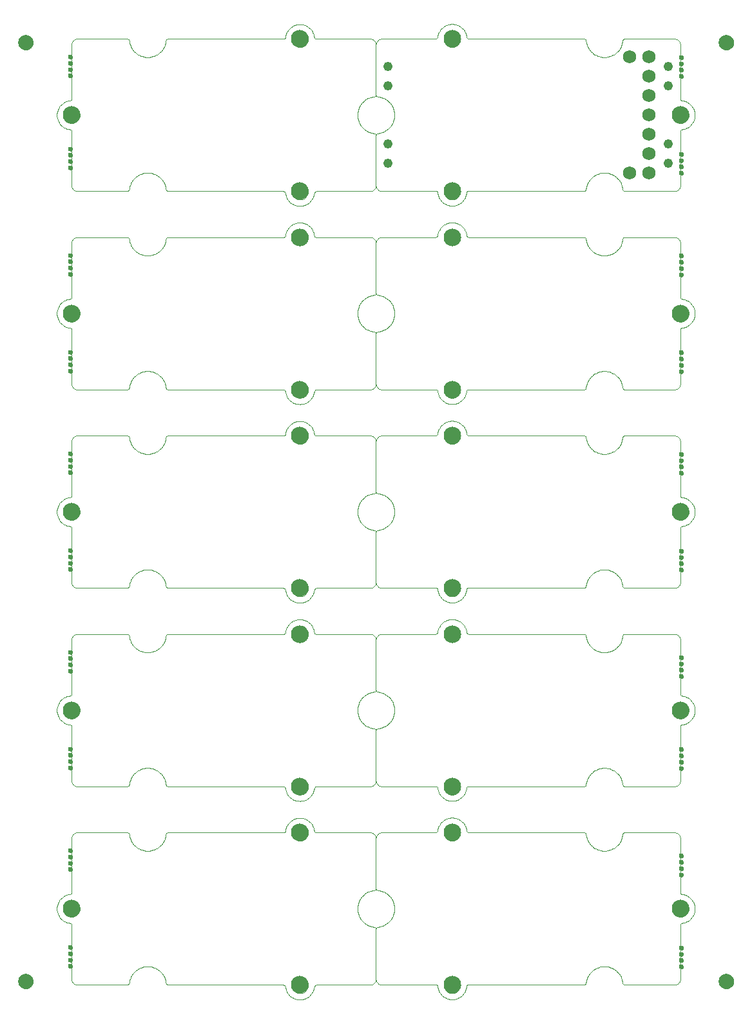
<source format=gbs>
G75*
G70*
%OFA0B0*%
%FSLAX24Y24*%
%IPPOS*%
%LPD*%
%AMOC8*
5,1,8,0,0,1.08239X$1,22.5*
%
%ADD10C,0.0000*%
%ADD11C,0.0237*%
%ADD12C,0.0790*%
%ADD13C,0.0690*%
%ADD14C,0.0490*%
%ADD15C,0.0906*%
%ADD16C,0.0010*%
D10*
X003196Y001817D02*
X003198Y001856D01*
X003204Y001894D01*
X003214Y001931D01*
X003227Y001967D01*
X003245Y002002D01*
X003265Y002034D01*
X003289Y002065D01*
X003316Y002092D01*
X003346Y002117D01*
X003378Y002138D01*
X003412Y002157D01*
X003448Y002171D01*
X003485Y002182D01*
X003523Y002189D01*
X003561Y002192D01*
X003600Y002191D01*
X003638Y002186D01*
X003676Y002177D01*
X003712Y002164D01*
X003747Y002148D01*
X003780Y002128D01*
X003811Y002105D01*
X003840Y002079D01*
X003865Y002050D01*
X003887Y002018D01*
X003906Y001985D01*
X003922Y001949D01*
X003934Y001913D01*
X003942Y001875D01*
X003946Y001836D01*
X003946Y001798D01*
X003942Y001759D01*
X003934Y001721D01*
X003922Y001685D01*
X003906Y001649D01*
X003887Y001616D01*
X003865Y001584D01*
X003840Y001555D01*
X003811Y001529D01*
X003780Y001506D01*
X003747Y001486D01*
X003712Y001470D01*
X003676Y001457D01*
X003638Y001448D01*
X003600Y001443D01*
X003561Y001442D01*
X003523Y001445D01*
X003485Y001452D01*
X003448Y001463D01*
X003412Y001477D01*
X003378Y001496D01*
X003346Y001517D01*
X003316Y001542D01*
X003289Y001569D01*
X003265Y001600D01*
X003245Y001632D01*
X003227Y001667D01*
X003214Y001703D01*
X003204Y001740D01*
X003198Y001778D01*
X003196Y001817D01*
X005798Y002592D02*
X005800Y002611D01*
X005805Y002630D01*
X005815Y002646D01*
X005827Y002661D01*
X005842Y002673D01*
X005858Y002683D01*
X005877Y002688D01*
X005896Y002690D01*
X005915Y002688D01*
X005934Y002683D01*
X005950Y002673D01*
X005965Y002661D01*
X005977Y002646D01*
X005987Y002630D01*
X005992Y002611D01*
X005994Y002592D01*
X005992Y002573D01*
X005987Y002554D01*
X005977Y002538D01*
X005965Y002523D01*
X005950Y002511D01*
X005934Y002501D01*
X005915Y002496D01*
X005896Y002494D01*
X005877Y002496D01*
X005858Y002501D01*
X005842Y002511D01*
X005827Y002523D01*
X005815Y002538D01*
X005805Y002554D01*
X005800Y002573D01*
X005798Y002592D01*
X005798Y002917D02*
X005800Y002936D01*
X005805Y002955D01*
X005815Y002971D01*
X005827Y002986D01*
X005842Y002998D01*
X005858Y003008D01*
X005877Y003013D01*
X005896Y003015D01*
X005915Y003013D01*
X005934Y003008D01*
X005950Y002998D01*
X005965Y002986D01*
X005977Y002971D01*
X005987Y002955D01*
X005992Y002936D01*
X005994Y002917D01*
X005992Y002898D01*
X005987Y002879D01*
X005977Y002863D01*
X005965Y002848D01*
X005950Y002836D01*
X005934Y002826D01*
X005915Y002821D01*
X005896Y002819D01*
X005877Y002821D01*
X005858Y002826D01*
X005842Y002836D01*
X005827Y002848D01*
X005815Y002863D01*
X005805Y002879D01*
X005800Y002898D01*
X005798Y002917D01*
X005798Y003242D02*
X005800Y003261D01*
X005805Y003280D01*
X005815Y003296D01*
X005827Y003311D01*
X005842Y003323D01*
X005858Y003333D01*
X005877Y003338D01*
X005896Y003340D01*
X005915Y003338D01*
X005934Y003333D01*
X005950Y003323D01*
X005965Y003311D01*
X005977Y003296D01*
X005987Y003280D01*
X005992Y003261D01*
X005994Y003242D01*
X005992Y003223D01*
X005987Y003204D01*
X005977Y003188D01*
X005965Y003173D01*
X005950Y003161D01*
X005934Y003151D01*
X005915Y003146D01*
X005896Y003144D01*
X005877Y003146D01*
X005858Y003151D01*
X005842Y003161D01*
X005827Y003173D01*
X005815Y003188D01*
X005805Y003204D01*
X005800Y003223D01*
X005798Y003242D01*
X005798Y003567D02*
X005800Y003586D01*
X005805Y003605D01*
X005815Y003621D01*
X005827Y003636D01*
X005842Y003648D01*
X005858Y003658D01*
X005877Y003663D01*
X005896Y003665D01*
X005915Y003663D01*
X005934Y003658D01*
X005950Y003648D01*
X005965Y003636D01*
X005977Y003621D01*
X005987Y003605D01*
X005992Y003586D01*
X005994Y003567D01*
X005992Y003548D01*
X005987Y003529D01*
X005977Y003513D01*
X005965Y003498D01*
X005950Y003486D01*
X005934Y003476D01*
X005915Y003471D01*
X005896Y003469D01*
X005877Y003471D01*
X005858Y003476D01*
X005842Y003486D01*
X005827Y003498D01*
X005815Y003513D01*
X005805Y003529D01*
X005800Y003548D01*
X005798Y003567D01*
X005514Y005567D02*
X005516Y005608D01*
X005522Y005649D01*
X005532Y005689D01*
X005545Y005728D01*
X005562Y005765D01*
X005583Y005801D01*
X005607Y005835D01*
X005634Y005866D01*
X005663Y005894D01*
X005696Y005920D01*
X005730Y005942D01*
X005767Y005961D01*
X005805Y005976D01*
X005845Y005988D01*
X005885Y005996D01*
X005926Y006000D01*
X005968Y006000D01*
X006009Y005996D01*
X006049Y005988D01*
X006089Y005976D01*
X006127Y005961D01*
X006163Y005942D01*
X006198Y005920D01*
X006231Y005894D01*
X006260Y005866D01*
X006287Y005835D01*
X006311Y005801D01*
X006332Y005765D01*
X006349Y005728D01*
X006362Y005689D01*
X006372Y005649D01*
X006378Y005608D01*
X006380Y005567D01*
X006378Y005526D01*
X006372Y005485D01*
X006362Y005445D01*
X006349Y005406D01*
X006332Y005369D01*
X006311Y005333D01*
X006287Y005299D01*
X006260Y005268D01*
X006231Y005240D01*
X006198Y005214D01*
X006164Y005192D01*
X006127Y005173D01*
X006089Y005158D01*
X006049Y005146D01*
X006009Y005138D01*
X005968Y005134D01*
X005926Y005134D01*
X005885Y005138D01*
X005845Y005146D01*
X005805Y005158D01*
X005767Y005173D01*
X005731Y005192D01*
X005696Y005214D01*
X005663Y005240D01*
X005634Y005268D01*
X005607Y005299D01*
X005583Y005333D01*
X005562Y005369D01*
X005545Y005406D01*
X005532Y005445D01*
X005522Y005485D01*
X005516Y005526D01*
X005514Y005567D01*
X005798Y007592D02*
X005800Y007611D01*
X005805Y007630D01*
X005815Y007646D01*
X005827Y007661D01*
X005842Y007673D01*
X005858Y007683D01*
X005877Y007688D01*
X005896Y007690D01*
X005915Y007688D01*
X005934Y007683D01*
X005950Y007673D01*
X005965Y007661D01*
X005977Y007646D01*
X005987Y007630D01*
X005992Y007611D01*
X005994Y007592D01*
X005992Y007573D01*
X005987Y007554D01*
X005977Y007538D01*
X005965Y007523D01*
X005950Y007511D01*
X005934Y007501D01*
X005915Y007496D01*
X005896Y007494D01*
X005877Y007496D01*
X005858Y007501D01*
X005842Y007511D01*
X005827Y007523D01*
X005815Y007538D01*
X005805Y007554D01*
X005800Y007573D01*
X005798Y007592D01*
X005798Y007917D02*
X005800Y007936D01*
X005805Y007955D01*
X005815Y007971D01*
X005827Y007986D01*
X005842Y007998D01*
X005858Y008008D01*
X005877Y008013D01*
X005896Y008015D01*
X005915Y008013D01*
X005934Y008008D01*
X005950Y007998D01*
X005965Y007986D01*
X005977Y007971D01*
X005987Y007955D01*
X005992Y007936D01*
X005994Y007917D01*
X005992Y007898D01*
X005987Y007879D01*
X005977Y007863D01*
X005965Y007848D01*
X005950Y007836D01*
X005934Y007826D01*
X005915Y007821D01*
X005896Y007819D01*
X005877Y007821D01*
X005858Y007826D01*
X005842Y007836D01*
X005827Y007848D01*
X005815Y007863D01*
X005805Y007879D01*
X005800Y007898D01*
X005798Y007917D01*
X005798Y008242D02*
X005800Y008261D01*
X005805Y008280D01*
X005815Y008296D01*
X005827Y008311D01*
X005842Y008323D01*
X005858Y008333D01*
X005877Y008338D01*
X005896Y008340D01*
X005915Y008338D01*
X005934Y008333D01*
X005950Y008323D01*
X005965Y008311D01*
X005977Y008296D01*
X005987Y008280D01*
X005992Y008261D01*
X005994Y008242D01*
X005992Y008223D01*
X005987Y008204D01*
X005977Y008188D01*
X005965Y008173D01*
X005950Y008161D01*
X005934Y008151D01*
X005915Y008146D01*
X005896Y008144D01*
X005877Y008146D01*
X005858Y008151D01*
X005842Y008161D01*
X005827Y008173D01*
X005815Y008188D01*
X005805Y008204D01*
X005800Y008223D01*
X005798Y008242D01*
X005798Y008567D02*
X005800Y008586D01*
X005805Y008605D01*
X005815Y008621D01*
X005827Y008636D01*
X005842Y008648D01*
X005858Y008658D01*
X005877Y008663D01*
X005896Y008665D01*
X005915Y008663D01*
X005934Y008658D01*
X005950Y008648D01*
X005965Y008636D01*
X005977Y008621D01*
X005987Y008605D01*
X005992Y008586D01*
X005994Y008567D01*
X005992Y008548D01*
X005987Y008529D01*
X005977Y008513D01*
X005965Y008498D01*
X005950Y008486D01*
X005934Y008476D01*
X005915Y008471D01*
X005896Y008469D01*
X005877Y008471D01*
X005858Y008476D01*
X005842Y008486D01*
X005827Y008498D01*
X005815Y008513D01*
X005805Y008529D01*
X005800Y008548D01*
X005798Y008567D01*
X005798Y012842D02*
X005800Y012861D01*
X005805Y012880D01*
X005815Y012896D01*
X005827Y012911D01*
X005842Y012923D01*
X005858Y012933D01*
X005877Y012938D01*
X005896Y012940D01*
X005915Y012938D01*
X005934Y012933D01*
X005950Y012923D01*
X005965Y012911D01*
X005977Y012896D01*
X005987Y012880D01*
X005992Y012861D01*
X005994Y012842D01*
X005992Y012823D01*
X005987Y012804D01*
X005977Y012788D01*
X005965Y012773D01*
X005950Y012761D01*
X005934Y012751D01*
X005915Y012746D01*
X005896Y012744D01*
X005877Y012746D01*
X005858Y012751D01*
X005842Y012761D01*
X005827Y012773D01*
X005815Y012788D01*
X005805Y012804D01*
X005800Y012823D01*
X005798Y012842D01*
X005798Y013167D02*
X005800Y013186D01*
X005805Y013205D01*
X005815Y013221D01*
X005827Y013236D01*
X005842Y013248D01*
X005858Y013258D01*
X005877Y013263D01*
X005896Y013265D01*
X005915Y013263D01*
X005934Y013258D01*
X005950Y013248D01*
X005965Y013236D01*
X005977Y013221D01*
X005987Y013205D01*
X005992Y013186D01*
X005994Y013167D01*
X005992Y013148D01*
X005987Y013129D01*
X005977Y013113D01*
X005965Y013098D01*
X005950Y013086D01*
X005934Y013076D01*
X005915Y013071D01*
X005896Y013069D01*
X005877Y013071D01*
X005858Y013076D01*
X005842Y013086D01*
X005827Y013098D01*
X005815Y013113D01*
X005805Y013129D01*
X005800Y013148D01*
X005798Y013167D01*
X005798Y013492D02*
X005800Y013511D01*
X005805Y013530D01*
X005815Y013546D01*
X005827Y013561D01*
X005842Y013573D01*
X005858Y013583D01*
X005877Y013588D01*
X005896Y013590D01*
X005915Y013588D01*
X005934Y013583D01*
X005950Y013573D01*
X005965Y013561D01*
X005977Y013546D01*
X005987Y013530D01*
X005992Y013511D01*
X005994Y013492D01*
X005992Y013473D01*
X005987Y013454D01*
X005977Y013438D01*
X005965Y013423D01*
X005950Y013411D01*
X005934Y013401D01*
X005915Y013396D01*
X005896Y013394D01*
X005877Y013396D01*
X005858Y013401D01*
X005842Y013411D01*
X005827Y013423D01*
X005815Y013438D01*
X005805Y013454D01*
X005800Y013473D01*
X005798Y013492D01*
X005798Y013817D02*
X005800Y013836D01*
X005805Y013855D01*
X005815Y013871D01*
X005827Y013886D01*
X005842Y013898D01*
X005858Y013908D01*
X005877Y013913D01*
X005896Y013915D01*
X005915Y013913D01*
X005934Y013908D01*
X005950Y013898D01*
X005965Y013886D01*
X005977Y013871D01*
X005987Y013855D01*
X005992Y013836D01*
X005994Y013817D01*
X005992Y013798D01*
X005987Y013779D01*
X005977Y013763D01*
X005965Y013748D01*
X005950Y013736D01*
X005934Y013726D01*
X005915Y013721D01*
X005896Y013719D01*
X005877Y013721D01*
X005858Y013726D01*
X005842Y013736D01*
X005827Y013748D01*
X005815Y013763D01*
X005805Y013779D01*
X005800Y013798D01*
X005798Y013817D01*
X005514Y015817D02*
X005516Y015858D01*
X005522Y015899D01*
X005532Y015939D01*
X005545Y015978D01*
X005562Y016015D01*
X005583Y016051D01*
X005607Y016085D01*
X005634Y016116D01*
X005663Y016144D01*
X005696Y016170D01*
X005730Y016192D01*
X005767Y016211D01*
X005805Y016226D01*
X005845Y016238D01*
X005885Y016246D01*
X005926Y016250D01*
X005968Y016250D01*
X006009Y016246D01*
X006049Y016238D01*
X006089Y016226D01*
X006127Y016211D01*
X006163Y016192D01*
X006198Y016170D01*
X006231Y016144D01*
X006260Y016116D01*
X006287Y016085D01*
X006311Y016051D01*
X006332Y016015D01*
X006349Y015978D01*
X006362Y015939D01*
X006372Y015899D01*
X006378Y015858D01*
X006380Y015817D01*
X006378Y015776D01*
X006372Y015735D01*
X006362Y015695D01*
X006349Y015656D01*
X006332Y015619D01*
X006311Y015583D01*
X006287Y015549D01*
X006260Y015518D01*
X006231Y015490D01*
X006198Y015464D01*
X006164Y015442D01*
X006127Y015423D01*
X006089Y015408D01*
X006049Y015396D01*
X006009Y015388D01*
X005968Y015384D01*
X005926Y015384D01*
X005885Y015388D01*
X005845Y015396D01*
X005805Y015408D01*
X005767Y015423D01*
X005731Y015442D01*
X005696Y015464D01*
X005663Y015490D01*
X005634Y015518D01*
X005607Y015549D01*
X005583Y015583D01*
X005562Y015619D01*
X005545Y015656D01*
X005532Y015695D01*
X005522Y015735D01*
X005516Y015776D01*
X005514Y015817D01*
X005798Y017842D02*
X005800Y017861D01*
X005805Y017880D01*
X005815Y017896D01*
X005827Y017911D01*
X005842Y017923D01*
X005858Y017933D01*
X005877Y017938D01*
X005896Y017940D01*
X005915Y017938D01*
X005934Y017933D01*
X005950Y017923D01*
X005965Y017911D01*
X005977Y017896D01*
X005987Y017880D01*
X005992Y017861D01*
X005994Y017842D01*
X005992Y017823D01*
X005987Y017804D01*
X005977Y017788D01*
X005965Y017773D01*
X005950Y017761D01*
X005934Y017751D01*
X005915Y017746D01*
X005896Y017744D01*
X005877Y017746D01*
X005858Y017751D01*
X005842Y017761D01*
X005827Y017773D01*
X005815Y017788D01*
X005805Y017804D01*
X005800Y017823D01*
X005798Y017842D01*
X005798Y018167D02*
X005800Y018186D01*
X005805Y018205D01*
X005815Y018221D01*
X005827Y018236D01*
X005842Y018248D01*
X005858Y018258D01*
X005877Y018263D01*
X005896Y018265D01*
X005915Y018263D01*
X005934Y018258D01*
X005950Y018248D01*
X005965Y018236D01*
X005977Y018221D01*
X005987Y018205D01*
X005992Y018186D01*
X005994Y018167D01*
X005992Y018148D01*
X005987Y018129D01*
X005977Y018113D01*
X005965Y018098D01*
X005950Y018086D01*
X005934Y018076D01*
X005915Y018071D01*
X005896Y018069D01*
X005877Y018071D01*
X005858Y018076D01*
X005842Y018086D01*
X005827Y018098D01*
X005815Y018113D01*
X005805Y018129D01*
X005800Y018148D01*
X005798Y018167D01*
X005798Y018492D02*
X005800Y018511D01*
X005805Y018530D01*
X005815Y018546D01*
X005827Y018561D01*
X005842Y018573D01*
X005858Y018583D01*
X005877Y018588D01*
X005896Y018590D01*
X005915Y018588D01*
X005934Y018583D01*
X005950Y018573D01*
X005965Y018561D01*
X005977Y018546D01*
X005987Y018530D01*
X005992Y018511D01*
X005994Y018492D01*
X005992Y018473D01*
X005987Y018454D01*
X005977Y018438D01*
X005965Y018423D01*
X005950Y018411D01*
X005934Y018401D01*
X005915Y018396D01*
X005896Y018394D01*
X005877Y018396D01*
X005858Y018401D01*
X005842Y018411D01*
X005827Y018423D01*
X005815Y018438D01*
X005805Y018454D01*
X005800Y018473D01*
X005798Y018492D01*
X005798Y018817D02*
X005800Y018836D01*
X005805Y018855D01*
X005815Y018871D01*
X005827Y018886D01*
X005842Y018898D01*
X005858Y018908D01*
X005877Y018913D01*
X005896Y018915D01*
X005915Y018913D01*
X005934Y018908D01*
X005950Y018898D01*
X005965Y018886D01*
X005977Y018871D01*
X005987Y018855D01*
X005992Y018836D01*
X005994Y018817D01*
X005992Y018798D01*
X005987Y018779D01*
X005977Y018763D01*
X005965Y018748D01*
X005950Y018736D01*
X005934Y018726D01*
X005915Y018721D01*
X005896Y018719D01*
X005877Y018721D01*
X005858Y018726D01*
X005842Y018736D01*
X005827Y018748D01*
X005815Y018763D01*
X005805Y018779D01*
X005800Y018798D01*
X005798Y018817D01*
X005798Y023092D02*
X005800Y023111D01*
X005805Y023130D01*
X005815Y023146D01*
X005827Y023161D01*
X005842Y023173D01*
X005858Y023183D01*
X005877Y023188D01*
X005896Y023190D01*
X005915Y023188D01*
X005934Y023183D01*
X005950Y023173D01*
X005965Y023161D01*
X005977Y023146D01*
X005987Y023130D01*
X005992Y023111D01*
X005994Y023092D01*
X005992Y023073D01*
X005987Y023054D01*
X005977Y023038D01*
X005965Y023023D01*
X005950Y023011D01*
X005934Y023001D01*
X005915Y022996D01*
X005896Y022994D01*
X005877Y022996D01*
X005858Y023001D01*
X005842Y023011D01*
X005827Y023023D01*
X005815Y023038D01*
X005805Y023054D01*
X005800Y023073D01*
X005798Y023092D01*
X005798Y023417D02*
X005800Y023436D01*
X005805Y023455D01*
X005815Y023471D01*
X005827Y023486D01*
X005842Y023498D01*
X005858Y023508D01*
X005877Y023513D01*
X005896Y023515D01*
X005915Y023513D01*
X005934Y023508D01*
X005950Y023498D01*
X005965Y023486D01*
X005977Y023471D01*
X005987Y023455D01*
X005992Y023436D01*
X005994Y023417D01*
X005992Y023398D01*
X005987Y023379D01*
X005977Y023363D01*
X005965Y023348D01*
X005950Y023336D01*
X005934Y023326D01*
X005915Y023321D01*
X005896Y023319D01*
X005877Y023321D01*
X005858Y023326D01*
X005842Y023336D01*
X005827Y023348D01*
X005815Y023363D01*
X005805Y023379D01*
X005800Y023398D01*
X005798Y023417D01*
X005798Y023742D02*
X005800Y023761D01*
X005805Y023780D01*
X005815Y023796D01*
X005827Y023811D01*
X005842Y023823D01*
X005858Y023833D01*
X005877Y023838D01*
X005896Y023840D01*
X005915Y023838D01*
X005934Y023833D01*
X005950Y023823D01*
X005965Y023811D01*
X005977Y023796D01*
X005987Y023780D01*
X005992Y023761D01*
X005994Y023742D01*
X005992Y023723D01*
X005987Y023704D01*
X005977Y023688D01*
X005965Y023673D01*
X005950Y023661D01*
X005934Y023651D01*
X005915Y023646D01*
X005896Y023644D01*
X005877Y023646D01*
X005858Y023651D01*
X005842Y023661D01*
X005827Y023673D01*
X005815Y023688D01*
X005805Y023704D01*
X005800Y023723D01*
X005798Y023742D01*
X005798Y024067D02*
X005800Y024086D01*
X005805Y024105D01*
X005815Y024121D01*
X005827Y024136D01*
X005842Y024148D01*
X005858Y024158D01*
X005877Y024163D01*
X005896Y024165D01*
X005915Y024163D01*
X005934Y024158D01*
X005950Y024148D01*
X005965Y024136D01*
X005977Y024121D01*
X005987Y024105D01*
X005992Y024086D01*
X005994Y024067D01*
X005992Y024048D01*
X005987Y024029D01*
X005977Y024013D01*
X005965Y023998D01*
X005950Y023986D01*
X005934Y023976D01*
X005915Y023971D01*
X005896Y023969D01*
X005877Y023971D01*
X005858Y023976D01*
X005842Y023986D01*
X005827Y023998D01*
X005815Y024013D01*
X005805Y024029D01*
X005800Y024048D01*
X005798Y024067D01*
X005514Y026067D02*
X005516Y026108D01*
X005522Y026149D01*
X005532Y026189D01*
X005545Y026228D01*
X005562Y026265D01*
X005583Y026301D01*
X005607Y026335D01*
X005634Y026366D01*
X005663Y026394D01*
X005696Y026420D01*
X005730Y026442D01*
X005767Y026461D01*
X005805Y026476D01*
X005845Y026488D01*
X005885Y026496D01*
X005926Y026500D01*
X005968Y026500D01*
X006009Y026496D01*
X006049Y026488D01*
X006089Y026476D01*
X006127Y026461D01*
X006163Y026442D01*
X006198Y026420D01*
X006231Y026394D01*
X006260Y026366D01*
X006287Y026335D01*
X006311Y026301D01*
X006332Y026265D01*
X006349Y026228D01*
X006362Y026189D01*
X006372Y026149D01*
X006378Y026108D01*
X006380Y026067D01*
X006378Y026026D01*
X006372Y025985D01*
X006362Y025945D01*
X006349Y025906D01*
X006332Y025869D01*
X006311Y025833D01*
X006287Y025799D01*
X006260Y025768D01*
X006231Y025740D01*
X006198Y025714D01*
X006164Y025692D01*
X006127Y025673D01*
X006089Y025658D01*
X006049Y025646D01*
X006009Y025638D01*
X005968Y025634D01*
X005926Y025634D01*
X005885Y025638D01*
X005845Y025646D01*
X005805Y025658D01*
X005767Y025673D01*
X005731Y025692D01*
X005696Y025714D01*
X005663Y025740D01*
X005634Y025768D01*
X005607Y025799D01*
X005583Y025833D01*
X005562Y025869D01*
X005545Y025906D01*
X005532Y025945D01*
X005522Y025985D01*
X005516Y026026D01*
X005514Y026067D01*
X005798Y028092D02*
X005800Y028111D01*
X005805Y028130D01*
X005815Y028146D01*
X005827Y028161D01*
X005842Y028173D01*
X005858Y028183D01*
X005877Y028188D01*
X005896Y028190D01*
X005915Y028188D01*
X005934Y028183D01*
X005950Y028173D01*
X005965Y028161D01*
X005977Y028146D01*
X005987Y028130D01*
X005992Y028111D01*
X005994Y028092D01*
X005992Y028073D01*
X005987Y028054D01*
X005977Y028038D01*
X005965Y028023D01*
X005950Y028011D01*
X005934Y028001D01*
X005915Y027996D01*
X005896Y027994D01*
X005877Y027996D01*
X005858Y028001D01*
X005842Y028011D01*
X005827Y028023D01*
X005815Y028038D01*
X005805Y028054D01*
X005800Y028073D01*
X005798Y028092D01*
X005798Y028417D02*
X005800Y028436D01*
X005805Y028455D01*
X005815Y028471D01*
X005827Y028486D01*
X005842Y028498D01*
X005858Y028508D01*
X005877Y028513D01*
X005896Y028515D01*
X005915Y028513D01*
X005934Y028508D01*
X005950Y028498D01*
X005965Y028486D01*
X005977Y028471D01*
X005987Y028455D01*
X005992Y028436D01*
X005994Y028417D01*
X005992Y028398D01*
X005987Y028379D01*
X005977Y028363D01*
X005965Y028348D01*
X005950Y028336D01*
X005934Y028326D01*
X005915Y028321D01*
X005896Y028319D01*
X005877Y028321D01*
X005858Y028326D01*
X005842Y028336D01*
X005827Y028348D01*
X005815Y028363D01*
X005805Y028379D01*
X005800Y028398D01*
X005798Y028417D01*
X005798Y028742D02*
X005800Y028761D01*
X005805Y028780D01*
X005815Y028796D01*
X005827Y028811D01*
X005842Y028823D01*
X005858Y028833D01*
X005877Y028838D01*
X005896Y028840D01*
X005915Y028838D01*
X005934Y028833D01*
X005950Y028823D01*
X005965Y028811D01*
X005977Y028796D01*
X005987Y028780D01*
X005992Y028761D01*
X005994Y028742D01*
X005992Y028723D01*
X005987Y028704D01*
X005977Y028688D01*
X005965Y028673D01*
X005950Y028661D01*
X005934Y028651D01*
X005915Y028646D01*
X005896Y028644D01*
X005877Y028646D01*
X005858Y028651D01*
X005842Y028661D01*
X005827Y028673D01*
X005815Y028688D01*
X005805Y028704D01*
X005800Y028723D01*
X005798Y028742D01*
X005798Y029067D02*
X005800Y029086D01*
X005805Y029105D01*
X005815Y029121D01*
X005827Y029136D01*
X005842Y029148D01*
X005858Y029158D01*
X005877Y029163D01*
X005896Y029165D01*
X005915Y029163D01*
X005934Y029158D01*
X005950Y029148D01*
X005965Y029136D01*
X005977Y029121D01*
X005987Y029105D01*
X005992Y029086D01*
X005994Y029067D01*
X005992Y029048D01*
X005987Y029029D01*
X005977Y029013D01*
X005965Y028998D01*
X005950Y028986D01*
X005934Y028976D01*
X005915Y028971D01*
X005896Y028969D01*
X005877Y028971D01*
X005858Y028976D01*
X005842Y028986D01*
X005827Y028998D01*
X005815Y029013D01*
X005805Y029029D01*
X005800Y029048D01*
X005798Y029067D01*
X005798Y033342D02*
X005800Y033361D01*
X005805Y033380D01*
X005815Y033396D01*
X005827Y033411D01*
X005842Y033423D01*
X005858Y033433D01*
X005877Y033438D01*
X005896Y033440D01*
X005915Y033438D01*
X005934Y033433D01*
X005950Y033423D01*
X005965Y033411D01*
X005977Y033396D01*
X005987Y033380D01*
X005992Y033361D01*
X005994Y033342D01*
X005992Y033323D01*
X005987Y033304D01*
X005977Y033288D01*
X005965Y033273D01*
X005950Y033261D01*
X005934Y033251D01*
X005915Y033246D01*
X005896Y033244D01*
X005877Y033246D01*
X005858Y033251D01*
X005842Y033261D01*
X005827Y033273D01*
X005815Y033288D01*
X005805Y033304D01*
X005800Y033323D01*
X005798Y033342D01*
X005798Y033667D02*
X005800Y033686D01*
X005805Y033705D01*
X005815Y033721D01*
X005827Y033736D01*
X005842Y033748D01*
X005858Y033758D01*
X005877Y033763D01*
X005896Y033765D01*
X005915Y033763D01*
X005934Y033758D01*
X005950Y033748D01*
X005965Y033736D01*
X005977Y033721D01*
X005987Y033705D01*
X005992Y033686D01*
X005994Y033667D01*
X005992Y033648D01*
X005987Y033629D01*
X005977Y033613D01*
X005965Y033598D01*
X005950Y033586D01*
X005934Y033576D01*
X005915Y033571D01*
X005896Y033569D01*
X005877Y033571D01*
X005858Y033576D01*
X005842Y033586D01*
X005827Y033598D01*
X005815Y033613D01*
X005805Y033629D01*
X005800Y033648D01*
X005798Y033667D01*
X005798Y033992D02*
X005800Y034011D01*
X005805Y034030D01*
X005815Y034046D01*
X005827Y034061D01*
X005842Y034073D01*
X005858Y034083D01*
X005877Y034088D01*
X005896Y034090D01*
X005915Y034088D01*
X005934Y034083D01*
X005950Y034073D01*
X005965Y034061D01*
X005977Y034046D01*
X005987Y034030D01*
X005992Y034011D01*
X005994Y033992D01*
X005992Y033973D01*
X005987Y033954D01*
X005977Y033938D01*
X005965Y033923D01*
X005950Y033911D01*
X005934Y033901D01*
X005915Y033896D01*
X005896Y033894D01*
X005877Y033896D01*
X005858Y033901D01*
X005842Y033911D01*
X005827Y033923D01*
X005815Y033938D01*
X005805Y033954D01*
X005800Y033973D01*
X005798Y033992D01*
X005798Y034317D02*
X005800Y034336D01*
X005805Y034355D01*
X005815Y034371D01*
X005827Y034386D01*
X005842Y034398D01*
X005858Y034408D01*
X005877Y034413D01*
X005896Y034415D01*
X005915Y034413D01*
X005934Y034408D01*
X005950Y034398D01*
X005965Y034386D01*
X005977Y034371D01*
X005987Y034355D01*
X005992Y034336D01*
X005994Y034317D01*
X005992Y034298D01*
X005987Y034279D01*
X005977Y034263D01*
X005965Y034248D01*
X005950Y034236D01*
X005934Y034226D01*
X005915Y034221D01*
X005896Y034219D01*
X005877Y034221D01*
X005858Y034226D01*
X005842Y034236D01*
X005827Y034248D01*
X005815Y034263D01*
X005805Y034279D01*
X005800Y034298D01*
X005798Y034317D01*
X005514Y036317D02*
X005516Y036358D01*
X005522Y036399D01*
X005532Y036439D01*
X005545Y036478D01*
X005562Y036515D01*
X005583Y036551D01*
X005607Y036585D01*
X005634Y036616D01*
X005663Y036644D01*
X005696Y036670D01*
X005730Y036692D01*
X005767Y036711D01*
X005805Y036726D01*
X005845Y036738D01*
X005885Y036746D01*
X005926Y036750D01*
X005968Y036750D01*
X006009Y036746D01*
X006049Y036738D01*
X006089Y036726D01*
X006127Y036711D01*
X006163Y036692D01*
X006198Y036670D01*
X006231Y036644D01*
X006260Y036616D01*
X006287Y036585D01*
X006311Y036551D01*
X006332Y036515D01*
X006349Y036478D01*
X006362Y036439D01*
X006372Y036399D01*
X006378Y036358D01*
X006380Y036317D01*
X006378Y036276D01*
X006372Y036235D01*
X006362Y036195D01*
X006349Y036156D01*
X006332Y036119D01*
X006311Y036083D01*
X006287Y036049D01*
X006260Y036018D01*
X006231Y035990D01*
X006198Y035964D01*
X006164Y035942D01*
X006127Y035923D01*
X006089Y035908D01*
X006049Y035896D01*
X006009Y035888D01*
X005968Y035884D01*
X005926Y035884D01*
X005885Y035888D01*
X005845Y035896D01*
X005805Y035908D01*
X005767Y035923D01*
X005731Y035942D01*
X005696Y035964D01*
X005663Y035990D01*
X005634Y036018D01*
X005607Y036049D01*
X005583Y036083D01*
X005562Y036119D01*
X005545Y036156D01*
X005532Y036195D01*
X005522Y036235D01*
X005516Y036276D01*
X005514Y036317D01*
X005798Y038342D02*
X005800Y038361D01*
X005805Y038380D01*
X005815Y038396D01*
X005827Y038411D01*
X005842Y038423D01*
X005858Y038433D01*
X005877Y038438D01*
X005896Y038440D01*
X005915Y038438D01*
X005934Y038433D01*
X005950Y038423D01*
X005965Y038411D01*
X005977Y038396D01*
X005987Y038380D01*
X005992Y038361D01*
X005994Y038342D01*
X005992Y038323D01*
X005987Y038304D01*
X005977Y038288D01*
X005965Y038273D01*
X005950Y038261D01*
X005934Y038251D01*
X005915Y038246D01*
X005896Y038244D01*
X005877Y038246D01*
X005858Y038251D01*
X005842Y038261D01*
X005827Y038273D01*
X005815Y038288D01*
X005805Y038304D01*
X005800Y038323D01*
X005798Y038342D01*
X005798Y038667D02*
X005800Y038686D01*
X005805Y038705D01*
X005815Y038721D01*
X005827Y038736D01*
X005842Y038748D01*
X005858Y038758D01*
X005877Y038763D01*
X005896Y038765D01*
X005915Y038763D01*
X005934Y038758D01*
X005950Y038748D01*
X005965Y038736D01*
X005977Y038721D01*
X005987Y038705D01*
X005992Y038686D01*
X005994Y038667D01*
X005992Y038648D01*
X005987Y038629D01*
X005977Y038613D01*
X005965Y038598D01*
X005950Y038586D01*
X005934Y038576D01*
X005915Y038571D01*
X005896Y038569D01*
X005877Y038571D01*
X005858Y038576D01*
X005842Y038586D01*
X005827Y038598D01*
X005815Y038613D01*
X005805Y038629D01*
X005800Y038648D01*
X005798Y038667D01*
X005798Y038992D02*
X005800Y039011D01*
X005805Y039030D01*
X005815Y039046D01*
X005827Y039061D01*
X005842Y039073D01*
X005858Y039083D01*
X005877Y039088D01*
X005896Y039090D01*
X005915Y039088D01*
X005934Y039083D01*
X005950Y039073D01*
X005965Y039061D01*
X005977Y039046D01*
X005987Y039030D01*
X005992Y039011D01*
X005994Y038992D01*
X005992Y038973D01*
X005987Y038954D01*
X005977Y038938D01*
X005965Y038923D01*
X005950Y038911D01*
X005934Y038901D01*
X005915Y038896D01*
X005896Y038894D01*
X005877Y038896D01*
X005858Y038901D01*
X005842Y038911D01*
X005827Y038923D01*
X005815Y038938D01*
X005805Y038954D01*
X005800Y038973D01*
X005798Y038992D01*
X005798Y039317D02*
X005800Y039336D01*
X005805Y039355D01*
X005815Y039371D01*
X005827Y039386D01*
X005842Y039398D01*
X005858Y039408D01*
X005877Y039413D01*
X005896Y039415D01*
X005915Y039413D01*
X005934Y039408D01*
X005950Y039398D01*
X005965Y039386D01*
X005977Y039371D01*
X005987Y039355D01*
X005992Y039336D01*
X005994Y039317D01*
X005992Y039298D01*
X005987Y039279D01*
X005977Y039263D01*
X005965Y039248D01*
X005950Y039236D01*
X005934Y039226D01*
X005915Y039221D01*
X005896Y039219D01*
X005877Y039221D01*
X005858Y039226D01*
X005842Y039236D01*
X005827Y039248D01*
X005815Y039263D01*
X005805Y039279D01*
X005800Y039298D01*
X005798Y039317D01*
X005798Y043842D02*
X005800Y043861D01*
X005805Y043880D01*
X005815Y043896D01*
X005827Y043911D01*
X005842Y043923D01*
X005858Y043933D01*
X005877Y043938D01*
X005896Y043940D01*
X005915Y043938D01*
X005934Y043933D01*
X005950Y043923D01*
X005965Y043911D01*
X005977Y043896D01*
X005987Y043880D01*
X005992Y043861D01*
X005994Y043842D01*
X005992Y043823D01*
X005987Y043804D01*
X005977Y043788D01*
X005965Y043773D01*
X005950Y043761D01*
X005934Y043751D01*
X005915Y043746D01*
X005896Y043744D01*
X005877Y043746D01*
X005858Y043751D01*
X005842Y043761D01*
X005827Y043773D01*
X005815Y043788D01*
X005805Y043804D01*
X005800Y043823D01*
X005798Y043842D01*
X005798Y044167D02*
X005800Y044186D01*
X005805Y044205D01*
X005815Y044221D01*
X005827Y044236D01*
X005842Y044248D01*
X005858Y044258D01*
X005877Y044263D01*
X005896Y044265D01*
X005915Y044263D01*
X005934Y044258D01*
X005950Y044248D01*
X005965Y044236D01*
X005977Y044221D01*
X005987Y044205D01*
X005992Y044186D01*
X005994Y044167D01*
X005992Y044148D01*
X005987Y044129D01*
X005977Y044113D01*
X005965Y044098D01*
X005950Y044086D01*
X005934Y044076D01*
X005915Y044071D01*
X005896Y044069D01*
X005877Y044071D01*
X005858Y044076D01*
X005842Y044086D01*
X005827Y044098D01*
X005815Y044113D01*
X005805Y044129D01*
X005800Y044148D01*
X005798Y044167D01*
X005798Y044492D02*
X005800Y044511D01*
X005805Y044530D01*
X005815Y044546D01*
X005827Y044561D01*
X005842Y044573D01*
X005858Y044583D01*
X005877Y044588D01*
X005896Y044590D01*
X005915Y044588D01*
X005934Y044583D01*
X005950Y044573D01*
X005965Y044561D01*
X005977Y044546D01*
X005987Y044530D01*
X005992Y044511D01*
X005994Y044492D01*
X005992Y044473D01*
X005987Y044454D01*
X005977Y044438D01*
X005965Y044423D01*
X005950Y044411D01*
X005934Y044401D01*
X005915Y044396D01*
X005896Y044394D01*
X005877Y044396D01*
X005858Y044401D01*
X005842Y044411D01*
X005827Y044423D01*
X005815Y044438D01*
X005805Y044454D01*
X005800Y044473D01*
X005798Y044492D01*
X005798Y044817D02*
X005800Y044836D01*
X005805Y044855D01*
X005815Y044871D01*
X005827Y044886D01*
X005842Y044898D01*
X005858Y044908D01*
X005877Y044913D01*
X005896Y044915D01*
X005915Y044913D01*
X005934Y044908D01*
X005950Y044898D01*
X005965Y044886D01*
X005977Y044871D01*
X005987Y044855D01*
X005992Y044836D01*
X005994Y044817D01*
X005992Y044798D01*
X005987Y044779D01*
X005977Y044763D01*
X005965Y044748D01*
X005950Y044736D01*
X005934Y044726D01*
X005915Y044721D01*
X005896Y044719D01*
X005877Y044721D01*
X005858Y044726D01*
X005842Y044736D01*
X005827Y044748D01*
X005815Y044763D01*
X005805Y044779D01*
X005800Y044798D01*
X005798Y044817D01*
X005514Y046567D02*
X005516Y046608D01*
X005522Y046649D01*
X005532Y046689D01*
X005545Y046728D01*
X005562Y046765D01*
X005583Y046801D01*
X005607Y046835D01*
X005634Y046866D01*
X005663Y046894D01*
X005696Y046920D01*
X005730Y046942D01*
X005767Y046961D01*
X005805Y046976D01*
X005845Y046988D01*
X005885Y046996D01*
X005926Y047000D01*
X005968Y047000D01*
X006009Y046996D01*
X006049Y046988D01*
X006089Y046976D01*
X006127Y046961D01*
X006163Y046942D01*
X006198Y046920D01*
X006231Y046894D01*
X006260Y046866D01*
X006287Y046835D01*
X006311Y046801D01*
X006332Y046765D01*
X006349Y046728D01*
X006362Y046689D01*
X006372Y046649D01*
X006378Y046608D01*
X006380Y046567D01*
X006378Y046526D01*
X006372Y046485D01*
X006362Y046445D01*
X006349Y046406D01*
X006332Y046369D01*
X006311Y046333D01*
X006287Y046299D01*
X006260Y046268D01*
X006231Y046240D01*
X006198Y046214D01*
X006164Y046192D01*
X006127Y046173D01*
X006089Y046158D01*
X006049Y046146D01*
X006009Y046138D01*
X005968Y046134D01*
X005926Y046134D01*
X005885Y046138D01*
X005845Y046146D01*
X005805Y046158D01*
X005767Y046173D01*
X005731Y046192D01*
X005696Y046214D01*
X005663Y046240D01*
X005634Y046268D01*
X005607Y046299D01*
X005583Y046333D01*
X005562Y046369D01*
X005545Y046406D01*
X005532Y046445D01*
X005522Y046485D01*
X005516Y046526D01*
X005514Y046567D01*
X005798Y048592D02*
X005800Y048611D01*
X005805Y048630D01*
X005815Y048646D01*
X005827Y048661D01*
X005842Y048673D01*
X005858Y048683D01*
X005877Y048688D01*
X005896Y048690D01*
X005915Y048688D01*
X005934Y048683D01*
X005950Y048673D01*
X005965Y048661D01*
X005977Y048646D01*
X005987Y048630D01*
X005992Y048611D01*
X005994Y048592D01*
X005992Y048573D01*
X005987Y048554D01*
X005977Y048538D01*
X005965Y048523D01*
X005950Y048511D01*
X005934Y048501D01*
X005915Y048496D01*
X005896Y048494D01*
X005877Y048496D01*
X005858Y048501D01*
X005842Y048511D01*
X005827Y048523D01*
X005815Y048538D01*
X005805Y048554D01*
X005800Y048573D01*
X005798Y048592D01*
X005798Y048917D02*
X005800Y048936D01*
X005805Y048955D01*
X005815Y048971D01*
X005827Y048986D01*
X005842Y048998D01*
X005858Y049008D01*
X005877Y049013D01*
X005896Y049015D01*
X005915Y049013D01*
X005934Y049008D01*
X005950Y048998D01*
X005965Y048986D01*
X005977Y048971D01*
X005987Y048955D01*
X005992Y048936D01*
X005994Y048917D01*
X005992Y048898D01*
X005987Y048879D01*
X005977Y048863D01*
X005965Y048848D01*
X005950Y048836D01*
X005934Y048826D01*
X005915Y048821D01*
X005896Y048819D01*
X005877Y048821D01*
X005858Y048826D01*
X005842Y048836D01*
X005827Y048848D01*
X005815Y048863D01*
X005805Y048879D01*
X005800Y048898D01*
X005798Y048917D01*
X005798Y049242D02*
X005800Y049261D01*
X005805Y049280D01*
X005815Y049296D01*
X005827Y049311D01*
X005842Y049323D01*
X005858Y049333D01*
X005877Y049338D01*
X005896Y049340D01*
X005915Y049338D01*
X005934Y049333D01*
X005950Y049323D01*
X005965Y049311D01*
X005977Y049296D01*
X005987Y049280D01*
X005992Y049261D01*
X005994Y049242D01*
X005992Y049223D01*
X005987Y049204D01*
X005977Y049188D01*
X005965Y049173D01*
X005950Y049161D01*
X005934Y049151D01*
X005915Y049146D01*
X005896Y049144D01*
X005877Y049146D01*
X005858Y049151D01*
X005842Y049161D01*
X005827Y049173D01*
X005815Y049188D01*
X005805Y049204D01*
X005800Y049223D01*
X005798Y049242D01*
X005798Y049567D02*
X005800Y049586D01*
X005805Y049605D01*
X005815Y049621D01*
X005827Y049636D01*
X005842Y049648D01*
X005858Y049658D01*
X005877Y049663D01*
X005896Y049665D01*
X005915Y049663D01*
X005934Y049658D01*
X005950Y049648D01*
X005965Y049636D01*
X005977Y049621D01*
X005987Y049605D01*
X005992Y049586D01*
X005994Y049567D01*
X005992Y049548D01*
X005987Y049529D01*
X005977Y049513D01*
X005965Y049498D01*
X005950Y049486D01*
X005934Y049476D01*
X005915Y049471D01*
X005896Y049469D01*
X005877Y049471D01*
X005858Y049476D01*
X005842Y049486D01*
X005827Y049498D01*
X005815Y049513D01*
X005805Y049529D01*
X005800Y049548D01*
X005798Y049567D01*
X003196Y050317D02*
X003198Y050356D01*
X003204Y050394D01*
X003214Y050431D01*
X003227Y050467D01*
X003245Y050502D01*
X003265Y050534D01*
X003289Y050565D01*
X003316Y050592D01*
X003346Y050617D01*
X003378Y050638D01*
X003412Y050657D01*
X003448Y050671D01*
X003485Y050682D01*
X003523Y050689D01*
X003561Y050692D01*
X003600Y050691D01*
X003638Y050686D01*
X003676Y050677D01*
X003712Y050664D01*
X003747Y050648D01*
X003780Y050628D01*
X003811Y050605D01*
X003840Y050579D01*
X003865Y050550D01*
X003887Y050518D01*
X003906Y050485D01*
X003922Y050449D01*
X003934Y050413D01*
X003942Y050375D01*
X003946Y050336D01*
X003946Y050298D01*
X003942Y050259D01*
X003934Y050221D01*
X003922Y050185D01*
X003906Y050149D01*
X003887Y050116D01*
X003865Y050084D01*
X003840Y050055D01*
X003811Y050029D01*
X003780Y050006D01*
X003747Y049986D01*
X003712Y049970D01*
X003676Y049957D01*
X003638Y049948D01*
X003600Y049943D01*
X003561Y049942D01*
X003523Y049945D01*
X003485Y049952D01*
X003448Y049963D01*
X003412Y049977D01*
X003378Y049996D01*
X003346Y050017D01*
X003316Y050042D01*
X003289Y050069D01*
X003265Y050100D01*
X003245Y050132D01*
X003227Y050167D01*
X003214Y050203D01*
X003204Y050240D01*
X003198Y050278D01*
X003196Y050317D01*
X017325Y050504D02*
X017327Y050545D01*
X017333Y050586D01*
X017343Y050626D01*
X017356Y050665D01*
X017373Y050702D01*
X017394Y050738D01*
X017418Y050772D01*
X017445Y050803D01*
X017474Y050831D01*
X017507Y050857D01*
X017541Y050879D01*
X017578Y050898D01*
X017616Y050913D01*
X017656Y050925D01*
X017696Y050933D01*
X017737Y050937D01*
X017779Y050937D01*
X017820Y050933D01*
X017860Y050925D01*
X017900Y050913D01*
X017938Y050898D01*
X017974Y050879D01*
X018009Y050857D01*
X018042Y050831D01*
X018071Y050803D01*
X018098Y050772D01*
X018122Y050738D01*
X018143Y050702D01*
X018160Y050665D01*
X018173Y050626D01*
X018183Y050586D01*
X018189Y050545D01*
X018191Y050504D01*
X018189Y050463D01*
X018183Y050422D01*
X018173Y050382D01*
X018160Y050343D01*
X018143Y050306D01*
X018122Y050270D01*
X018098Y050236D01*
X018071Y050205D01*
X018042Y050177D01*
X018009Y050151D01*
X017975Y050129D01*
X017938Y050110D01*
X017900Y050095D01*
X017860Y050083D01*
X017820Y050075D01*
X017779Y050071D01*
X017737Y050071D01*
X017696Y050075D01*
X017656Y050083D01*
X017616Y050095D01*
X017578Y050110D01*
X017542Y050129D01*
X017507Y050151D01*
X017474Y050177D01*
X017445Y050205D01*
X017418Y050236D01*
X017394Y050270D01*
X017373Y050306D01*
X017356Y050343D01*
X017343Y050382D01*
X017333Y050422D01*
X017327Y050463D01*
X017325Y050504D01*
X017325Y042630D02*
X017327Y042671D01*
X017333Y042712D01*
X017343Y042752D01*
X017356Y042791D01*
X017373Y042828D01*
X017394Y042864D01*
X017418Y042898D01*
X017445Y042929D01*
X017474Y042957D01*
X017507Y042983D01*
X017541Y043005D01*
X017578Y043024D01*
X017616Y043039D01*
X017656Y043051D01*
X017696Y043059D01*
X017737Y043063D01*
X017779Y043063D01*
X017820Y043059D01*
X017860Y043051D01*
X017900Y043039D01*
X017938Y043024D01*
X017974Y043005D01*
X018009Y042983D01*
X018042Y042957D01*
X018071Y042929D01*
X018098Y042898D01*
X018122Y042864D01*
X018143Y042828D01*
X018160Y042791D01*
X018173Y042752D01*
X018183Y042712D01*
X018189Y042671D01*
X018191Y042630D01*
X018189Y042589D01*
X018183Y042548D01*
X018173Y042508D01*
X018160Y042469D01*
X018143Y042432D01*
X018122Y042396D01*
X018098Y042362D01*
X018071Y042331D01*
X018042Y042303D01*
X018009Y042277D01*
X017975Y042255D01*
X017938Y042236D01*
X017900Y042221D01*
X017860Y042209D01*
X017820Y042201D01*
X017779Y042197D01*
X017737Y042197D01*
X017696Y042201D01*
X017656Y042209D01*
X017616Y042221D01*
X017578Y042236D01*
X017542Y042255D01*
X017507Y042277D01*
X017474Y042303D01*
X017445Y042331D01*
X017418Y042362D01*
X017394Y042396D01*
X017373Y042432D01*
X017356Y042469D01*
X017343Y042508D01*
X017333Y042548D01*
X017327Y042589D01*
X017325Y042630D01*
X017325Y040254D02*
X017327Y040295D01*
X017333Y040336D01*
X017343Y040376D01*
X017356Y040415D01*
X017373Y040452D01*
X017394Y040488D01*
X017418Y040522D01*
X017445Y040553D01*
X017474Y040581D01*
X017507Y040607D01*
X017541Y040629D01*
X017578Y040648D01*
X017616Y040663D01*
X017656Y040675D01*
X017696Y040683D01*
X017737Y040687D01*
X017779Y040687D01*
X017820Y040683D01*
X017860Y040675D01*
X017900Y040663D01*
X017938Y040648D01*
X017974Y040629D01*
X018009Y040607D01*
X018042Y040581D01*
X018071Y040553D01*
X018098Y040522D01*
X018122Y040488D01*
X018143Y040452D01*
X018160Y040415D01*
X018173Y040376D01*
X018183Y040336D01*
X018189Y040295D01*
X018191Y040254D01*
X018189Y040213D01*
X018183Y040172D01*
X018173Y040132D01*
X018160Y040093D01*
X018143Y040056D01*
X018122Y040020D01*
X018098Y039986D01*
X018071Y039955D01*
X018042Y039927D01*
X018009Y039901D01*
X017975Y039879D01*
X017938Y039860D01*
X017900Y039845D01*
X017860Y039833D01*
X017820Y039825D01*
X017779Y039821D01*
X017737Y039821D01*
X017696Y039825D01*
X017656Y039833D01*
X017616Y039845D01*
X017578Y039860D01*
X017542Y039879D01*
X017507Y039901D01*
X017474Y039927D01*
X017445Y039955D01*
X017418Y039986D01*
X017394Y040020D01*
X017373Y040056D01*
X017356Y040093D01*
X017343Y040132D01*
X017333Y040172D01*
X017327Y040213D01*
X017325Y040254D01*
X017325Y032380D02*
X017327Y032421D01*
X017333Y032462D01*
X017343Y032502D01*
X017356Y032541D01*
X017373Y032578D01*
X017394Y032614D01*
X017418Y032648D01*
X017445Y032679D01*
X017474Y032707D01*
X017507Y032733D01*
X017541Y032755D01*
X017578Y032774D01*
X017616Y032789D01*
X017656Y032801D01*
X017696Y032809D01*
X017737Y032813D01*
X017779Y032813D01*
X017820Y032809D01*
X017860Y032801D01*
X017900Y032789D01*
X017938Y032774D01*
X017974Y032755D01*
X018009Y032733D01*
X018042Y032707D01*
X018071Y032679D01*
X018098Y032648D01*
X018122Y032614D01*
X018143Y032578D01*
X018160Y032541D01*
X018173Y032502D01*
X018183Y032462D01*
X018189Y032421D01*
X018191Y032380D01*
X018189Y032339D01*
X018183Y032298D01*
X018173Y032258D01*
X018160Y032219D01*
X018143Y032182D01*
X018122Y032146D01*
X018098Y032112D01*
X018071Y032081D01*
X018042Y032053D01*
X018009Y032027D01*
X017975Y032005D01*
X017938Y031986D01*
X017900Y031971D01*
X017860Y031959D01*
X017820Y031951D01*
X017779Y031947D01*
X017737Y031947D01*
X017696Y031951D01*
X017656Y031959D01*
X017616Y031971D01*
X017578Y031986D01*
X017542Y032005D01*
X017507Y032027D01*
X017474Y032053D01*
X017445Y032081D01*
X017418Y032112D01*
X017394Y032146D01*
X017373Y032182D01*
X017356Y032219D01*
X017343Y032258D01*
X017333Y032298D01*
X017327Y032339D01*
X017325Y032380D01*
X017325Y030004D02*
X017327Y030045D01*
X017333Y030086D01*
X017343Y030126D01*
X017356Y030165D01*
X017373Y030202D01*
X017394Y030238D01*
X017418Y030272D01*
X017445Y030303D01*
X017474Y030331D01*
X017507Y030357D01*
X017541Y030379D01*
X017578Y030398D01*
X017616Y030413D01*
X017656Y030425D01*
X017696Y030433D01*
X017737Y030437D01*
X017779Y030437D01*
X017820Y030433D01*
X017860Y030425D01*
X017900Y030413D01*
X017938Y030398D01*
X017974Y030379D01*
X018009Y030357D01*
X018042Y030331D01*
X018071Y030303D01*
X018098Y030272D01*
X018122Y030238D01*
X018143Y030202D01*
X018160Y030165D01*
X018173Y030126D01*
X018183Y030086D01*
X018189Y030045D01*
X018191Y030004D01*
X018189Y029963D01*
X018183Y029922D01*
X018173Y029882D01*
X018160Y029843D01*
X018143Y029806D01*
X018122Y029770D01*
X018098Y029736D01*
X018071Y029705D01*
X018042Y029677D01*
X018009Y029651D01*
X017975Y029629D01*
X017938Y029610D01*
X017900Y029595D01*
X017860Y029583D01*
X017820Y029575D01*
X017779Y029571D01*
X017737Y029571D01*
X017696Y029575D01*
X017656Y029583D01*
X017616Y029595D01*
X017578Y029610D01*
X017542Y029629D01*
X017507Y029651D01*
X017474Y029677D01*
X017445Y029705D01*
X017418Y029736D01*
X017394Y029770D01*
X017373Y029806D01*
X017356Y029843D01*
X017343Y029882D01*
X017333Y029922D01*
X017327Y029963D01*
X017325Y030004D01*
X017325Y022130D02*
X017327Y022171D01*
X017333Y022212D01*
X017343Y022252D01*
X017356Y022291D01*
X017373Y022328D01*
X017394Y022364D01*
X017418Y022398D01*
X017445Y022429D01*
X017474Y022457D01*
X017507Y022483D01*
X017541Y022505D01*
X017578Y022524D01*
X017616Y022539D01*
X017656Y022551D01*
X017696Y022559D01*
X017737Y022563D01*
X017779Y022563D01*
X017820Y022559D01*
X017860Y022551D01*
X017900Y022539D01*
X017938Y022524D01*
X017974Y022505D01*
X018009Y022483D01*
X018042Y022457D01*
X018071Y022429D01*
X018098Y022398D01*
X018122Y022364D01*
X018143Y022328D01*
X018160Y022291D01*
X018173Y022252D01*
X018183Y022212D01*
X018189Y022171D01*
X018191Y022130D01*
X018189Y022089D01*
X018183Y022048D01*
X018173Y022008D01*
X018160Y021969D01*
X018143Y021932D01*
X018122Y021896D01*
X018098Y021862D01*
X018071Y021831D01*
X018042Y021803D01*
X018009Y021777D01*
X017975Y021755D01*
X017938Y021736D01*
X017900Y021721D01*
X017860Y021709D01*
X017820Y021701D01*
X017779Y021697D01*
X017737Y021697D01*
X017696Y021701D01*
X017656Y021709D01*
X017616Y021721D01*
X017578Y021736D01*
X017542Y021755D01*
X017507Y021777D01*
X017474Y021803D01*
X017445Y021831D01*
X017418Y021862D01*
X017394Y021896D01*
X017373Y021932D01*
X017356Y021969D01*
X017343Y022008D01*
X017333Y022048D01*
X017327Y022089D01*
X017325Y022130D01*
X017325Y019754D02*
X017327Y019795D01*
X017333Y019836D01*
X017343Y019876D01*
X017356Y019915D01*
X017373Y019952D01*
X017394Y019988D01*
X017418Y020022D01*
X017445Y020053D01*
X017474Y020081D01*
X017507Y020107D01*
X017541Y020129D01*
X017578Y020148D01*
X017616Y020163D01*
X017656Y020175D01*
X017696Y020183D01*
X017737Y020187D01*
X017779Y020187D01*
X017820Y020183D01*
X017860Y020175D01*
X017900Y020163D01*
X017938Y020148D01*
X017974Y020129D01*
X018009Y020107D01*
X018042Y020081D01*
X018071Y020053D01*
X018098Y020022D01*
X018122Y019988D01*
X018143Y019952D01*
X018160Y019915D01*
X018173Y019876D01*
X018183Y019836D01*
X018189Y019795D01*
X018191Y019754D01*
X018189Y019713D01*
X018183Y019672D01*
X018173Y019632D01*
X018160Y019593D01*
X018143Y019556D01*
X018122Y019520D01*
X018098Y019486D01*
X018071Y019455D01*
X018042Y019427D01*
X018009Y019401D01*
X017975Y019379D01*
X017938Y019360D01*
X017900Y019345D01*
X017860Y019333D01*
X017820Y019325D01*
X017779Y019321D01*
X017737Y019321D01*
X017696Y019325D01*
X017656Y019333D01*
X017616Y019345D01*
X017578Y019360D01*
X017542Y019379D01*
X017507Y019401D01*
X017474Y019427D01*
X017445Y019455D01*
X017418Y019486D01*
X017394Y019520D01*
X017373Y019556D01*
X017356Y019593D01*
X017343Y019632D01*
X017333Y019672D01*
X017327Y019713D01*
X017325Y019754D01*
X017325Y011880D02*
X017327Y011921D01*
X017333Y011962D01*
X017343Y012002D01*
X017356Y012041D01*
X017373Y012078D01*
X017394Y012114D01*
X017418Y012148D01*
X017445Y012179D01*
X017474Y012207D01*
X017507Y012233D01*
X017541Y012255D01*
X017578Y012274D01*
X017616Y012289D01*
X017656Y012301D01*
X017696Y012309D01*
X017737Y012313D01*
X017779Y012313D01*
X017820Y012309D01*
X017860Y012301D01*
X017900Y012289D01*
X017938Y012274D01*
X017974Y012255D01*
X018009Y012233D01*
X018042Y012207D01*
X018071Y012179D01*
X018098Y012148D01*
X018122Y012114D01*
X018143Y012078D01*
X018160Y012041D01*
X018173Y012002D01*
X018183Y011962D01*
X018189Y011921D01*
X018191Y011880D01*
X018189Y011839D01*
X018183Y011798D01*
X018173Y011758D01*
X018160Y011719D01*
X018143Y011682D01*
X018122Y011646D01*
X018098Y011612D01*
X018071Y011581D01*
X018042Y011553D01*
X018009Y011527D01*
X017975Y011505D01*
X017938Y011486D01*
X017900Y011471D01*
X017860Y011459D01*
X017820Y011451D01*
X017779Y011447D01*
X017737Y011447D01*
X017696Y011451D01*
X017656Y011459D01*
X017616Y011471D01*
X017578Y011486D01*
X017542Y011505D01*
X017507Y011527D01*
X017474Y011553D01*
X017445Y011581D01*
X017418Y011612D01*
X017394Y011646D01*
X017373Y011682D01*
X017356Y011719D01*
X017343Y011758D01*
X017333Y011798D01*
X017327Y011839D01*
X017325Y011880D01*
X017325Y009504D02*
X017327Y009545D01*
X017333Y009586D01*
X017343Y009626D01*
X017356Y009665D01*
X017373Y009702D01*
X017394Y009738D01*
X017418Y009772D01*
X017445Y009803D01*
X017474Y009831D01*
X017507Y009857D01*
X017541Y009879D01*
X017578Y009898D01*
X017616Y009913D01*
X017656Y009925D01*
X017696Y009933D01*
X017737Y009937D01*
X017779Y009937D01*
X017820Y009933D01*
X017860Y009925D01*
X017900Y009913D01*
X017938Y009898D01*
X017974Y009879D01*
X018009Y009857D01*
X018042Y009831D01*
X018071Y009803D01*
X018098Y009772D01*
X018122Y009738D01*
X018143Y009702D01*
X018160Y009665D01*
X018173Y009626D01*
X018183Y009586D01*
X018189Y009545D01*
X018191Y009504D01*
X018189Y009463D01*
X018183Y009422D01*
X018173Y009382D01*
X018160Y009343D01*
X018143Y009306D01*
X018122Y009270D01*
X018098Y009236D01*
X018071Y009205D01*
X018042Y009177D01*
X018009Y009151D01*
X017975Y009129D01*
X017938Y009110D01*
X017900Y009095D01*
X017860Y009083D01*
X017820Y009075D01*
X017779Y009071D01*
X017737Y009071D01*
X017696Y009075D01*
X017656Y009083D01*
X017616Y009095D01*
X017578Y009110D01*
X017542Y009129D01*
X017507Y009151D01*
X017474Y009177D01*
X017445Y009205D01*
X017418Y009236D01*
X017394Y009270D01*
X017373Y009306D01*
X017356Y009343D01*
X017343Y009382D01*
X017333Y009422D01*
X017327Y009463D01*
X017325Y009504D01*
X017325Y001630D02*
X017327Y001671D01*
X017333Y001712D01*
X017343Y001752D01*
X017356Y001791D01*
X017373Y001828D01*
X017394Y001864D01*
X017418Y001898D01*
X017445Y001929D01*
X017474Y001957D01*
X017507Y001983D01*
X017541Y002005D01*
X017578Y002024D01*
X017616Y002039D01*
X017656Y002051D01*
X017696Y002059D01*
X017737Y002063D01*
X017779Y002063D01*
X017820Y002059D01*
X017860Y002051D01*
X017900Y002039D01*
X017938Y002024D01*
X017974Y002005D01*
X018009Y001983D01*
X018042Y001957D01*
X018071Y001929D01*
X018098Y001898D01*
X018122Y001864D01*
X018143Y001828D01*
X018160Y001791D01*
X018173Y001752D01*
X018183Y001712D01*
X018189Y001671D01*
X018191Y001630D01*
X018189Y001589D01*
X018183Y001548D01*
X018173Y001508D01*
X018160Y001469D01*
X018143Y001432D01*
X018122Y001396D01*
X018098Y001362D01*
X018071Y001331D01*
X018042Y001303D01*
X018009Y001277D01*
X017975Y001255D01*
X017938Y001236D01*
X017900Y001221D01*
X017860Y001209D01*
X017820Y001201D01*
X017779Y001197D01*
X017737Y001197D01*
X017696Y001201D01*
X017656Y001209D01*
X017616Y001221D01*
X017578Y001236D01*
X017542Y001255D01*
X017507Y001277D01*
X017474Y001303D01*
X017445Y001331D01*
X017418Y001362D01*
X017394Y001396D01*
X017373Y001432D01*
X017356Y001469D01*
X017343Y001508D01*
X017333Y001548D01*
X017327Y001589D01*
X017325Y001630D01*
X025201Y001630D02*
X025203Y001671D01*
X025209Y001712D01*
X025219Y001752D01*
X025232Y001791D01*
X025249Y001828D01*
X025270Y001864D01*
X025294Y001898D01*
X025321Y001929D01*
X025350Y001957D01*
X025383Y001983D01*
X025417Y002005D01*
X025454Y002024D01*
X025492Y002039D01*
X025532Y002051D01*
X025572Y002059D01*
X025613Y002063D01*
X025655Y002063D01*
X025696Y002059D01*
X025736Y002051D01*
X025776Y002039D01*
X025814Y002024D01*
X025850Y002005D01*
X025885Y001983D01*
X025918Y001957D01*
X025947Y001929D01*
X025974Y001898D01*
X025998Y001864D01*
X026019Y001828D01*
X026036Y001791D01*
X026049Y001752D01*
X026059Y001712D01*
X026065Y001671D01*
X026067Y001630D01*
X026065Y001589D01*
X026059Y001548D01*
X026049Y001508D01*
X026036Y001469D01*
X026019Y001432D01*
X025998Y001396D01*
X025974Y001362D01*
X025947Y001331D01*
X025918Y001303D01*
X025885Y001277D01*
X025851Y001255D01*
X025814Y001236D01*
X025776Y001221D01*
X025736Y001209D01*
X025696Y001201D01*
X025655Y001197D01*
X025613Y001197D01*
X025572Y001201D01*
X025532Y001209D01*
X025492Y001221D01*
X025454Y001236D01*
X025418Y001255D01*
X025383Y001277D01*
X025350Y001303D01*
X025321Y001331D01*
X025294Y001362D01*
X025270Y001396D01*
X025249Y001432D01*
X025232Y001469D01*
X025219Y001508D01*
X025209Y001548D01*
X025203Y001589D01*
X025201Y001630D01*
X025201Y009504D02*
X025203Y009545D01*
X025209Y009586D01*
X025219Y009626D01*
X025232Y009665D01*
X025249Y009702D01*
X025270Y009738D01*
X025294Y009772D01*
X025321Y009803D01*
X025350Y009831D01*
X025383Y009857D01*
X025417Y009879D01*
X025454Y009898D01*
X025492Y009913D01*
X025532Y009925D01*
X025572Y009933D01*
X025613Y009937D01*
X025655Y009937D01*
X025696Y009933D01*
X025736Y009925D01*
X025776Y009913D01*
X025814Y009898D01*
X025850Y009879D01*
X025885Y009857D01*
X025918Y009831D01*
X025947Y009803D01*
X025974Y009772D01*
X025998Y009738D01*
X026019Y009702D01*
X026036Y009665D01*
X026049Y009626D01*
X026059Y009586D01*
X026065Y009545D01*
X026067Y009504D01*
X026065Y009463D01*
X026059Y009422D01*
X026049Y009382D01*
X026036Y009343D01*
X026019Y009306D01*
X025998Y009270D01*
X025974Y009236D01*
X025947Y009205D01*
X025918Y009177D01*
X025885Y009151D01*
X025851Y009129D01*
X025814Y009110D01*
X025776Y009095D01*
X025736Y009083D01*
X025696Y009075D01*
X025655Y009071D01*
X025613Y009071D01*
X025572Y009075D01*
X025532Y009083D01*
X025492Y009095D01*
X025454Y009110D01*
X025418Y009129D01*
X025383Y009151D01*
X025350Y009177D01*
X025321Y009205D01*
X025294Y009236D01*
X025270Y009270D01*
X025249Y009306D01*
X025232Y009343D01*
X025219Y009382D01*
X025209Y009422D01*
X025203Y009463D01*
X025201Y009504D01*
X025201Y011880D02*
X025203Y011921D01*
X025209Y011962D01*
X025219Y012002D01*
X025232Y012041D01*
X025249Y012078D01*
X025270Y012114D01*
X025294Y012148D01*
X025321Y012179D01*
X025350Y012207D01*
X025383Y012233D01*
X025417Y012255D01*
X025454Y012274D01*
X025492Y012289D01*
X025532Y012301D01*
X025572Y012309D01*
X025613Y012313D01*
X025655Y012313D01*
X025696Y012309D01*
X025736Y012301D01*
X025776Y012289D01*
X025814Y012274D01*
X025850Y012255D01*
X025885Y012233D01*
X025918Y012207D01*
X025947Y012179D01*
X025974Y012148D01*
X025998Y012114D01*
X026019Y012078D01*
X026036Y012041D01*
X026049Y012002D01*
X026059Y011962D01*
X026065Y011921D01*
X026067Y011880D01*
X026065Y011839D01*
X026059Y011798D01*
X026049Y011758D01*
X026036Y011719D01*
X026019Y011682D01*
X025998Y011646D01*
X025974Y011612D01*
X025947Y011581D01*
X025918Y011553D01*
X025885Y011527D01*
X025851Y011505D01*
X025814Y011486D01*
X025776Y011471D01*
X025736Y011459D01*
X025696Y011451D01*
X025655Y011447D01*
X025613Y011447D01*
X025572Y011451D01*
X025532Y011459D01*
X025492Y011471D01*
X025454Y011486D01*
X025418Y011505D01*
X025383Y011527D01*
X025350Y011553D01*
X025321Y011581D01*
X025294Y011612D01*
X025270Y011646D01*
X025249Y011682D01*
X025232Y011719D01*
X025219Y011758D01*
X025209Y011798D01*
X025203Y011839D01*
X025201Y011880D01*
X025201Y019754D02*
X025203Y019795D01*
X025209Y019836D01*
X025219Y019876D01*
X025232Y019915D01*
X025249Y019952D01*
X025270Y019988D01*
X025294Y020022D01*
X025321Y020053D01*
X025350Y020081D01*
X025383Y020107D01*
X025417Y020129D01*
X025454Y020148D01*
X025492Y020163D01*
X025532Y020175D01*
X025572Y020183D01*
X025613Y020187D01*
X025655Y020187D01*
X025696Y020183D01*
X025736Y020175D01*
X025776Y020163D01*
X025814Y020148D01*
X025850Y020129D01*
X025885Y020107D01*
X025918Y020081D01*
X025947Y020053D01*
X025974Y020022D01*
X025998Y019988D01*
X026019Y019952D01*
X026036Y019915D01*
X026049Y019876D01*
X026059Y019836D01*
X026065Y019795D01*
X026067Y019754D01*
X026065Y019713D01*
X026059Y019672D01*
X026049Y019632D01*
X026036Y019593D01*
X026019Y019556D01*
X025998Y019520D01*
X025974Y019486D01*
X025947Y019455D01*
X025918Y019427D01*
X025885Y019401D01*
X025851Y019379D01*
X025814Y019360D01*
X025776Y019345D01*
X025736Y019333D01*
X025696Y019325D01*
X025655Y019321D01*
X025613Y019321D01*
X025572Y019325D01*
X025532Y019333D01*
X025492Y019345D01*
X025454Y019360D01*
X025418Y019379D01*
X025383Y019401D01*
X025350Y019427D01*
X025321Y019455D01*
X025294Y019486D01*
X025270Y019520D01*
X025249Y019556D01*
X025232Y019593D01*
X025219Y019632D01*
X025209Y019672D01*
X025203Y019713D01*
X025201Y019754D01*
X025201Y022130D02*
X025203Y022171D01*
X025209Y022212D01*
X025219Y022252D01*
X025232Y022291D01*
X025249Y022328D01*
X025270Y022364D01*
X025294Y022398D01*
X025321Y022429D01*
X025350Y022457D01*
X025383Y022483D01*
X025417Y022505D01*
X025454Y022524D01*
X025492Y022539D01*
X025532Y022551D01*
X025572Y022559D01*
X025613Y022563D01*
X025655Y022563D01*
X025696Y022559D01*
X025736Y022551D01*
X025776Y022539D01*
X025814Y022524D01*
X025850Y022505D01*
X025885Y022483D01*
X025918Y022457D01*
X025947Y022429D01*
X025974Y022398D01*
X025998Y022364D01*
X026019Y022328D01*
X026036Y022291D01*
X026049Y022252D01*
X026059Y022212D01*
X026065Y022171D01*
X026067Y022130D01*
X026065Y022089D01*
X026059Y022048D01*
X026049Y022008D01*
X026036Y021969D01*
X026019Y021932D01*
X025998Y021896D01*
X025974Y021862D01*
X025947Y021831D01*
X025918Y021803D01*
X025885Y021777D01*
X025851Y021755D01*
X025814Y021736D01*
X025776Y021721D01*
X025736Y021709D01*
X025696Y021701D01*
X025655Y021697D01*
X025613Y021697D01*
X025572Y021701D01*
X025532Y021709D01*
X025492Y021721D01*
X025454Y021736D01*
X025418Y021755D01*
X025383Y021777D01*
X025350Y021803D01*
X025321Y021831D01*
X025294Y021862D01*
X025270Y021896D01*
X025249Y021932D01*
X025232Y021969D01*
X025219Y022008D01*
X025209Y022048D01*
X025203Y022089D01*
X025201Y022130D01*
X025201Y030004D02*
X025203Y030045D01*
X025209Y030086D01*
X025219Y030126D01*
X025232Y030165D01*
X025249Y030202D01*
X025270Y030238D01*
X025294Y030272D01*
X025321Y030303D01*
X025350Y030331D01*
X025383Y030357D01*
X025417Y030379D01*
X025454Y030398D01*
X025492Y030413D01*
X025532Y030425D01*
X025572Y030433D01*
X025613Y030437D01*
X025655Y030437D01*
X025696Y030433D01*
X025736Y030425D01*
X025776Y030413D01*
X025814Y030398D01*
X025850Y030379D01*
X025885Y030357D01*
X025918Y030331D01*
X025947Y030303D01*
X025974Y030272D01*
X025998Y030238D01*
X026019Y030202D01*
X026036Y030165D01*
X026049Y030126D01*
X026059Y030086D01*
X026065Y030045D01*
X026067Y030004D01*
X026065Y029963D01*
X026059Y029922D01*
X026049Y029882D01*
X026036Y029843D01*
X026019Y029806D01*
X025998Y029770D01*
X025974Y029736D01*
X025947Y029705D01*
X025918Y029677D01*
X025885Y029651D01*
X025851Y029629D01*
X025814Y029610D01*
X025776Y029595D01*
X025736Y029583D01*
X025696Y029575D01*
X025655Y029571D01*
X025613Y029571D01*
X025572Y029575D01*
X025532Y029583D01*
X025492Y029595D01*
X025454Y029610D01*
X025418Y029629D01*
X025383Y029651D01*
X025350Y029677D01*
X025321Y029705D01*
X025294Y029736D01*
X025270Y029770D01*
X025249Y029806D01*
X025232Y029843D01*
X025219Y029882D01*
X025209Y029922D01*
X025203Y029963D01*
X025201Y030004D01*
X025201Y032380D02*
X025203Y032421D01*
X025209Y032462D01*
X025219Y032502D01*
X025232Y032541D01*
X025249Y032578D01*
X025270Y032614D01*
X025294Y032648D01*
X025321Y032679D01*
X025350Y032707D01*
X025383Y032733D01*
X025417Y032755D01*
X025454Y032774D01*
X025492Y032789D01*
X025532Y032801D01*
X025572Y032809D01*
X025613Y032813D01*
X025655Y032813D01*
X025696Y032809D01*
X025736Y032801D01*
X025776Y032789D01*
X025814Y032774D01*
X025850Y032755D01*
X025885Y032733D01*
X025918Y032707D01*
X025947Y032679D01*
X025974Y032648D01*
X025998Y032614D01*
X026019Y032578D01*
X026036Y032541D01*
X026049Y032502D01*
X026059Y032462D01*
X026065Y032421D01*
X026067Y032380D01*
X026065Y032339D01*
X026059Y032298D01*
X026049Y032258D01*
X026036Y032219D01*
X026019Y032182D01*
X025998Y032146D01*
X025974Y032112D01*
X025947Y032081D01*
X025918Y032053D01*
X025885Y032027D01*
X025851Y032005D01*
X025814Y031986D01*
X025776Y031971D01*
X025736Y031959D01*
X025696Y031951D01*
X025655Y031947D01*
X025613Y031947D01*
X025572Y031951D01*
X025532Y031959D01*
X025492Y031971D01*
X025454Y031986D01*
X025418Y032005D01*
X025383Y032027D01*
X025350Y032053D01*
X025321Y032081D01*
X025294Y032112D01*
X025270Y032146D01*
X025249Y032182D01*
X025232Y032219D01*
X025219Y032258D01*
X025209Y032298D01*
X025203Y032339D01*
X025201Y032380D01*
X025201Y040254D02*
X025203Y040295D01*
X025209Y040336D01*
X025219Y040376D01*
X025232Y040415D01*
X025249Y040452D01*
X025270Y040488D01*
X025294Y040522D01*
X025321Y040553D01*
X025350Y040581D01*
X025383Y040607D01*
X025417Y040629D01*
X025454Y040648D01*
X025492Y040663D01*
X025532Y040675D01*
X025572Y040683D01*
X025613Y040687D01*
X025655Y040687D01*
X025696Y040683D01*
X025736Y040675D01*
X025776Y040663D01*
X025814Y040648D01*
X025850Y040629D01*
X025885Y040607D01*
X025918Y040581D01*
X025947Y040553D01*
X025974Y040522D01*
X025998Y040488D01*
X026019Y040452D01*
X026036Y040415D01*
X026049Y040376D01*
X026059Y040336D01*
X026065Y040295D01*
X026067Y040254D01*
X026065Y040213D01*
X026059Y040172D01*
X026049Y040132D01*
X026036Y040093D01*
X026019Y040056D01*
X025998Y040020D01*
X025974Y039986D01*
X025947Y039955D01*
X025918Y039927D01*
X025885Y039901D01*
X025851Y039879D01*
X025814Y039860D01*
X025776Y039845D01*
X025736Y039833D01*
X025696Y039825D01*
X025655Y039821D01*
X025613Y039821D01*
X025572Y039825D01*
X025532Y039833D01*
X025492Y039845D01*
X025454Y039860D01*
X025418Y039879D01*
X025383Y039901D01*
X025350Y039927D01*
X025321Y039955D01*
X025294Y039986D01*
X025270Y040020D01*
X025249Y040056D01*
X025232Y040093D01*
X025219Y040132D01*
X025209Y040172D01*
X025203Y040213D01*
X025201Y040254D01*
X025201Y042630D02*
X025203Y042671D01*
X025209Y042712D01*
X025219Y042752D01*
X025232Y042791D01*
X025249Y042828D01*
X025270Y042864D01*
X025294Y042898D01*
X025321Y042929D01*
X025350Y042957D01*
X025383Y042983D01*
X025417Y043005D01*
X025454Y043024D01*
X025492Y043039D01*
X025532Y043051D01*
X025572Y043059D01*
X025613Y043063D01*
X025655Y043063D01*
X025696Y043059D01*
X025736Y043051D01*
X025776Y043039D01*
X025814Y043024D01*
X025850Y043005D01*
X025885Y042983D01*
X025918Y042957D01*
X025947Y042929D01*
X025974Y042898D01*
X025998Y042864D01*
X026019Y042828D01*
X026036Y042791D01*
X026049Y042752D01*
X026059Y042712D01*
X026065Y042671D01*
X026067Y042630D01*
X026065Y042589D01*
X026059Y042548D01*
X026049Y042508D01*
X026036Y042469D01*
X026019Y042432D01*
X025998Y042396D01*
X025974Y042362D01*
X025947Y042331D01*
X025918Y042303D01*
X025885Y042277D01*
X025851Y042255D01*
X025814Y042236D01*
X025776Y042221D01*
X025736Y042209D01*
X025696Y042201D01*
X025655Y042197D01*
X025613Y042197D01*
X025572Y042201D01*
X025532Y042209D01*
X025492Y042221D01*
X025454Y042236D01*
X025418Y042255D01*
X025383Y042277D01*
X025350Y042303D01*
X025321Y042331D01*
X025294Y042362D01*
X025270Y042396D01*
X025249Y042432D01*
X025232Y042469D01*
X025219Y042508D01*
X025209Y042548D01*
X025203Y042589D01*
X025201Y042630D01*
X025201Y050504D02*
X025203Y050545D01*
X025209Y050586D01*
X025219Y050626D01*
X025232Y050665D01*
X025249Y050702D01*
X025270Y050738D01*
X025294Y050772D01*
X025321Y050803D01*
X025350Y050831D01*
X025383Y050857D01*
X025417Y050879D01*
X025454Y050898D01*
X025492Y050913D01*
X025532Y050925D01*
X025572Y050933D01*
X025613Y050937D01*
X025655Y050937D01*
X025696Y050933D01*
X025736Y050925D01*
X025776Y050913D01*
X025814Y050898D01*
X025850Y050879D01*
X025885Y050857D01*
X025918Y050831D01*
X025947Y050803D01*
X025974Y050772D01*
X025998Y050738D01*
X026019Y050702D01*
X026036Y050665D01*
X026049Y050626D01*
X026059Y050586D01*
X026065Y050545D01*
X026067Y050504D01*
X026065Y050463D01*
X026059Y050422D01*
X026049Y050382D01*
X026036Y050343D01*
X026019Y050306D01*
X025998Y050270D01*
X025974Y050236D01*
X025947Y050205D01*
X025918Y050177D01*
X025885Y050151D01*
X025851Y050129D01*
X025814Y050110D01*
X025776Y050095D01*
X025736Y050083D01*
X025696Y050075D01*
X025655Y050071D01*
X025613Y050071D01*
X025572Y050075D01*
X025532Y050083D01*
X025492Y050095D01*
X025454Y050110D01*
X025418Y050129D01*
X025383Y050151D01*
X025350Y050177D01*
X025321Y050205D01*
X025294Y050236D01*
X025270Y050270D01*
X025249Y050306D01*
X025232Y050343D01*
X025219Y050382D01*
X025209Y050422D01*
X025203Y050463D01*
X025201Y050504D01*
X037398Y049542D02*
X037400Y049561D01*
X037405Y049580D01*
X037415Y049596D01*
X037427Y049611D01*
X037442Y049623D01*
X037458Y049633D01*
X037477Y049638D01*
X037496Y049640D01*
X037515Y049638D01*
X037534Y049633D01*
X037550Y049623D01*
X037565Y049611D01*
X037577Y049596D01*
X037587Y049580D01*
X037592Y049561D01*
X037594Y049542D01*
X037592Y049523D01*
X037587Y049504D01*
X037577Y049488D01*
X037565Y049473D01*
X037550Y049461D01*
X037534Y049451D01*
X037515Y049446D01*
X037496Y049444D01*
X037477Y049446D01*
X037458Y049451D01*
X037442Y049461D01*
X037427Y049473D01*
X037415Y049488D01*
X037405Y049504D01*
X037400Y049523D01*
X037398Y049542D01*
X037398Y049217D02*
X037400Y049236D01*
X037405Y049255D01*
X037415Y049271D01*
X037427Y049286D01*
X037442Y049298D01*
X037458Y049308D01*
X037477Y049313D01*
X037496Y049315D01*
X037515Y049313D01*
X037534Y049308D01*
X037550Y049298D01*
X037565Y049286D01*
X037577Y049271D01*
X037587Y049255D01*
X037592Y049236D01*
X037594Y049217D01*
X037592Y049198D01*
X037587Y049179D01*
X037577Y049163D01*
X037565Y049148D01*
X037550Y049136D01*
X037534Y049126D01*
X037515Y049121D01*
X037496Y049119D01*
X037477Y049121D01*
X037458Y049126D01*
X037442Y049136D01*
X037427Y049148D01*
X037415Y049163D01*
X037405Y049179D01*
X037400Y049198D01*
X037398Y049217D01*
X037398Y048892D02*
X037400Y048911D01*
X037405Y048930D01*
X037415Y048946D01*
X037427Y048961D01*
X037442Y048973D01*
X037458Y048983D01*
X037477Y048988D01*
X037496Y048990D01*
X037515Y048988D01*
X037534Y048983D01*
X037550Y048973D01*
X037565Y048961D01*
X037577Y048946D01*
X037587Y048930D01*
X037592Y048911D01*
X037594Y048892D01*
X037592Y048873D01*
X037587Y048854D01*
X037577Y048838D01*
X037565Y048823D01*
X037550Y048811D01*
X037534Y048801D01*
X037515Y048796D01*
X037496Y048794D01*
X037477Y048796D01*
X037458Y048801D01*
X037442Y048811D01*
X037427Y048823D01*
X037415Y048838D01*
X037405Y048854D01*
X037400Y048873D01*
X037398Y048892D01*
X037398Y048567D02*
X037400Y048586D01*
X037405Y048605D01*
X037415Y048621D01*
X037427Y048636D01*
X037442Y048648D01*
X037458Y048658D01*
X037477Y048663D01*
X037496Y048665D01*
X037515Y048663D01*
X037534Y048658D01*
X037550Y048648D01*
X037565Y048636D01*
X037577Y048621D01*
X037587Y048605D01*
X037592Y048586D01*
X037594Y048567D01*
X037592Y048548D01*
X037587Y048529D01*
X037577Y048513D01*
X037565Y048498D01*
X037550Y048486D01*
X037534Y048476D01*
X037515Y048471D01*
X037496Y048469D01*
X037477Y048471D01*
X037458Y048476D01*
X037442Y048486D01*
X037427Y048498D01*
X037415Y048513D01*
X037405Y048529D01*
X037400Y048548D01*
X037398Y048567D01*
X037012Y046567D02*
X037014Y046608D01*
X037020Y046649D01*
X037030Y046689D01*
X037043Y046728D01*
X037060Y046765D01*
X037081Y046801D01*
X037105Y046835D01*
X037132Y046866D01*
X037161Y046894D01*
X037194Y046920D01*
X037228Y046942D01*
X037265Y046961D01*
X037303Y046976D01*
X037343Y046988D01*
X037383Y046996D01*
X037424Y047000D01*
X037466Y047000D01*
X037507Y046996D01*
X037547Y046988D01*
X037587Y046976D01*
X037625Y046961D01*
X037661Y046942D01*
X037696Y046920D01*
X037729Y046894D01*
X037758Y046866D01*
X037785Y046835D01*
X037809Y046801D01*
X037830Y046765D01*
X037847Y046728D01*
X037860Y046689D01*
X037870Y046649D01*
X037876Y046608D01*
X037878Y046567D01*
X037876Y046526D01*
X037870Y046485D01*
X037860Y046445D01*
X037847Y046406D01*
X037830Y046369D01*
X037809Y046333D01*
X037785Y046299D01*
X037758Y046268D01*
X037729Y046240D01*
X037696Y046214D01*
X037662Y046192D01*
X037625Y046173D01*
X037587Y046158D01*
X037547Y046146D01*
X037507Y046138D01*
X037466Y046134D01*
X037424Y046134D01*
X037383Y046138D01*
X037343Y046146D01*
X037303Y046158D01*
X037265Y046173D01*
X037229Y046192D01*
X037194Y046214D01*
X037161Y046240D01*
X037132Y046268D01*
X037105Y046299D01*
X037081Y046333D01*
X037060Y046369D01*
X037043Y046406D01*
X037030Y046445D01*
X037020Y046485D01*
X037014Y046526D01*
X037012Y046567D01*
X037398Y044542D02*
X037400Y044561D01*
X037405Y044580D01*
X037415Y044596D01*
X037427Y044611D01*
X037442Y044623D01*
X037458Y044633D01*
X037477Y044638D01*
X037496Y044640D01*
X037515Y044638D01*
X037534Y044633D01*
X037550Y044623D01*
X037565Y044611D01*
X037577Y044596D01*
X037587Y044580D01*
X037592Y044561D01*
X037594Y044542D01*
X037592Y044523D01*
X037587Y044504D01*
X037577Y044488D01*
X037565Y044473D01*
X037550Y044461D01*
X037534Y044451D01*
X037515Y044446D01*
X037496Y044444D01*
X037477Y044446D01*
X037458Y044451D01*
X037442Y044461D01*
X037427Y044473D01*
X037415Y044488D01*
X037405Y044504D01*
X037400Y044523D01*
X037398Y044542D01*
X037398Y044217D02*
X037400Y044236D01*
X037405Y044255D01*
X037415Y044271D01*
X037427Y044286D01*
X037442Y044298D01*
X037458Y044308D01*
X037477Y044313D01*
X037496Y044315D01*
X037515Y044313D01*
X037534Y044308D01*
X037550Y044298D01*
X037565Y044286D01*
X037577Y044271D01*
X037587Y044255D01*
X037592Y044236D01*
X037594Y044217D01*
X037592Y044198D01*
X037587Y044179D01*
X037577Y044163D01*
X037565Y044148D01*
X037550Y044136D01*
X037534Y044126D01*
X037515Y044121D01*
X037496Y044119D01*
X037477Y044121D01*
X037458Y044126D01*
X037442Y044136D01*
X037427Y044148D01*
X037415Y044163D01*
X037405Y044179D01*
X037400Y044198D01*
X037398Y044217D01*
X037398Y043892D02*
X037400Y043911D01*
X037405Y043930D01*
X037415Y043946D01*
X037427Y043961D01*
X037442Y043973D01*
X037458Y043983D01*
X037477Y043988D01*
X037496Y043990D01*
X037515Y043988D01*
X037534Y043983D01*
X037550Y043973D01*
X037565Y043961D01*
X037577Y043946D01*
X037587Y043930D01*
X037592Y043911D01*
X037594Y043892D01*
X037592Y043873D01*
X037587Y043854D01*
X037577Y043838D01*
X037565Y043823D01*
X037550Y043811D01*
X037534Y043801D01*
X037515Y043796D01*
X037496Y043794D01*
X037477Y043796D01*
X037458Y043801D01*
X037442Y043811D01*
X037427Y043823D01*
X037415Y043838D01*
X037405Y043854D01*
X037400Y043873D01*
X037398Y043892D01*
X037398Y043567D02*
X037400Y043586D01*
X037405Y043605D01*
X037415Y043621D01*
X037427Y043636D01*
X037442Y043648D01*
X037458Y043658D01*
X037477Y043663D01*
X037496Y043665D01*
X037515Y043663D01*
X037534Y043658D01*
X037550Y043648D01*
X037565Y043636D01*
X037577Y043621D01*
X037587Y043605D01*
X037592Y043586D01*
X037594Y043567D01*
X037592Y043548D01*
X037587Y043529D01*
X037577Y043513D01*
X037565Y043498D01*
X037550Y043486D01*
X037534Y043476D01*
X037515Y043471D01*
X037496Y043469D01*
X037477Y043471D01*
X037458Y043476D01*
X037442Y043486D01*
X037427Y043498D01*
X037415Y043513D01*
X037405Y043529D01*
X037400Y043548D01*
X037398Y043567D01*
X037398Y039292D02*
X037400Y039311D01*
X037405Y039330D01*
X037415Y039346D01*
X037427Y039361D01*
X037442Y039373D01*
X037458Y039383D01*
X037477Y039388D01*
X037496Y039390D01*
X037515Y039388D01*
X037534Y039383D01*
X037550Y039373D01*
X037565Y039361D01*
X037577Y039346D01*
X037587Y039330D01*
X037592Y039311D01*
X037594Y039292D01*
X037592Y039273D01*
X037587Y039254D01*
X037577Y039238D01*
X037565Y039223D01*
X037550Y039211D01*
X037534Y039201D01*
X037515Y039196D01*
X037496Y039194D01*
X037477Y039196D01*
X037458Y039201D01*
X037442Y039211D01*
X037427Y039223D01*
X037415Y039238D01*
X037405Y039254D01*
X037400Y039273D01*
X037398Y039292D01*
X037398Y038967D02*
X037400Y038986D01*
X037405Y039005D01*
X037415Y039021D01*
X037427Y039036D01*
X037442Y039048D01*
X037458Y039058D01*
X037477Y039063D01*
X037496Y039065D01*
X037515Y039063D01*
X037534Y039058D01*
X037550Y039048D01*
X037565Y039036D01*
X037577Y039021D01*
X037587Y039005D01*
X037592Y038986D01*
X037594Y038967D01*
X037592Y038948D01*
X037587Y038929D01*
X037577Y038913D01*
X037565Y038898D01*
X037550Y038886D01*
X037534Y038876D01*
X037515Y038871D01*
X037496Y038869D01*
X037477Y038871D01*
X037458Y038876D01*
X037442Y038886D01*
X037427Y038898D01*
X037415Y038913D01*
X037405Y038929D01*
X037400Y038948D01*
X037398Y038967D01*
X037398Y038642D02*
X037400Y038661D01*
X037405Y038680D01*
X037415Y038696D01*
X037427Y038711D01*
X037442Y038723D01*
X037458Y038733D01*
X037477Y038738D01*
X037496Y038740D01*
X037515Y038738D01*
X037534Y038733D01*
X037550Y038723D01*
X037565Y038711D01*
X037577Y038696D01*
X037587Y038680D01*
X037592Y038661D01*
X037594Y038642D01*
X037592Y038623D01*
X037587Y038604D01*
X037577Y038588D01*
X037565Y038573D01*
X037550Y038561D01*
X037534Y038551D01*
X037515Y038546D01*
X037496Y038544D01*
X037477Y038546D01*
X037458Y038551D01*
X037442Y038561D01*
X037427Y038573D01*
X037415Y038588D01*
X037405Y038604D01*
X037400Y038623D01*
X037398Y038642D01*
X037398Y038317D02*
X037400Y038336D01*
X037405Y038355D01*
X037415Y038371D01*
X037427Y038386D01*
X037442Y038398D01*
X037458Y038408D01*
X037477Y038413D01*
X037496Y038415D01*
X037515Y038413D01*
X037534Y038408D01*
X037550Y038398D01*
X037565Y038386D01*
X037577Y038371D01*
X037587Y038355D01*
X037592Y038336D01*
X037594Y038317D01*
X037592Y038298D01*
X037587Y038279D01*
X037577Y038263D01*
X037565Y038248D01*
X037550Y038236D01*
X037534Y038226D01*
X037515Y038221D01*
X037496Y038219D01*
X037477Y038221D01*
X037458Y038226D01*
X037442Y038236D01*
X037427Y038248D01*
X037415Y038263D01*
X037405Y038279D01*
X037400Y038298D01*
X037398Y038317D01*
X037012Y036317D02*
X037014Y036358D01*
X037020Y036399D01*
X037030Y036439D01*
X037043Y036478D01*
X037060Y036515D01*
X037081Y036551D01*
X037105Y036585D01*
X037132Y036616D01*
X037161Y036644D01*
X037194Y036670D01*
X037228Y036692D01*
X037265Y036711D01*
X037303Y036726D01*
X037343Y036738D01*
X037383Y036746D01*
X037424Y036750D01*
X037466Y036750D01*
X037507Y036746D01*
X037547Y036738D01*
X037587Y036726D01*
X037625Y036711D01*
X037661Y036692D01*
X037696Y036670D01*
X037729Y036644D01*
X037758Y036616D01*
X037785Y036585D01*
X037809Y036551D01*
X037830Y036515D01*
X037847Y036478D01*
X037860Y036439D01*
X037870Y036399D01*
X037876Y036358D01*
X037878Y036317D01*
X037876Y036276D01*
X037870Y036235D01*
X037860Y036195D01*
X037847Y036156D01*
X037830Y036119D01*
X037809Y036083D01*
X037785Y036049D01*
X037758Y036018D01*
X037729Y035990D01*
X037696Y035964D01*
X037662Y035942D01*
X037625Y035923D01*
X037587Y035908D01*
X037547Y035896D01*
X037507Y035888D01*
X037466Y035884D01*
X037424Y035884D01*
X037383Y035888D01*
X037343Y035896D01*
X037303Y035908D01*
X037265Y035923D01*
X037229Y035942D01*
X037194Y035964D01*
X037161Y035990D01*
X037132Y036018D01*
X037105Y036049D01*
X037081Y036083D01*
X037060Y036119D01*
X037043Y036156D01*
X037030Y036195D01*
X037020Y036235D01*
X037014Y036276D01*
X037012Y036317D01*
X037398Y034292D02*
X037400Y034311D01*
X037405Y034330D01*
X037415Y034346D01*
X037427Y034361D01*
X037442Y034373D01*
X037458Y034383D01*
X037477Y034388D01*
X037496Y034390D01*
X037515Y034388D01*
X037534Y034383D01*
X037550Y034373D01*
X037565Y034361D01*
X037577Y034346D01*
X037587Y034330D01*
X037592Y034311D01*
X037594Y034292D01*
X037592Y034273D01*
X037587Y034254D01*
X037577Y034238D01*
X037565Y034223D01*
X037550Y034211D01*
X037534Y034201D01*
X037515Y034196D01*
X037496Y034194D01*
X037477Y034196D01*
X037458Y034201D01*
X037442Y034211D01*
X037427Y034223D01*
X037415Y034238D01*
X037405Y034254D01*
X037400Y034273D01*
X037398Y034292D01*
X037398Y033967D02*
X037400Y033986D01*
X037405Y034005D01*
X037415Y034021D01*
X037427Y034036D01*
X037442Y034048D01*
X037458Y034058D01*
X037477Y034063D01*
X037496Y034065D01*
X037515Y034063D01*
X037534Y034058D01*
X037550Y034048D01*
X037565Y034036D01*
X037577Y034021D01*
X037587Y034005D01*
X037592Y033986D01*
X037594Y033967D01*
X037592Y033948D01*
X037587Y033929D01*
X037577Y033913D01*
X037565Y033898D01*
X037550Y033886D01*
X037534Y033876D01*
X037515Y033871D01*
X037496Y033869D01*
X037477Y033871D01*
X037458Y033876D01*
X037442Y033886D01*
X037427Y033898D01*
X037415Y033913D01*
X037405Y033929D01*
X037400Y033948D01*
X037398Y033967D01*
X037398Y033642D02*
X037400Y033661D01*
X037405Y033680D01*
X037415Y033696D01*
X037427Y033711D01*
X037442Y033723D01*
X037458Y033733D01*
X037477Y033738D01*
X037496Y033740D01*
X037515Y033738D01*
X037534Y033733D01*
X037550Y033723D01*
X037565Y033711D01*
X037577Y033696D01*
X037587Y033680D01*
X037592Y033661D01*
X037594Y033642D01*
X037592Y033623D01*
X037587Y033604D01*
X037577Y033588D01*
X037565Y033573D01*
X037550Y033561D01*
X037534Y033551D01*
X037515Y033546D01*
X037496Y033544D01*
X037477Y033546D01*
X037458Y033551D01*
X037442Y033561D01*
X037427Y033573D01*
X037415Y033588D01*
X037405Y033604D01*
X037400Y033623D01*
X037398Y033642D01*
X037398Y033317D02*
X037400Y033336D01*
X037405Y033355D01*
X037415Y033371D01*
X037427Y033386D01*
X037442Y033398D01*
X037458Y033408D01*
X037477Y033413D01*
X037496Y033415D01*
X037515Y033413D01*
X037534Y033408D01*
X037550Y033398D01*
X037565Y033386D01*
X037577Y033371D01*
X037587Y033355D01*
X037592Y033336D01*
X037594Y033317D01*
X037592Y033298D01*
X037587Y033279D01*
X037577Y033263D01*
X037565Y033248D01*
X037550Y033236D01*
X037534Y033226D01*
X037515Y033221D01*
X037496Y033219D01*
X037477Y033221D01*
X037458Y033226D01*
X037442Y033236D01*
X037427Y033248D01*
X037415Y033263D01*
X037405Y033279D01*
X037400Y033298D01*
X037398Y033317D01*
X037398Y029042D02*
X037400Y029061D01*
X037405Y029080D01*
X037415Y029096D01*
X037427Y029111D01*
X037442Y029123D01*
X037458Y029133D01*
X037477Y029138D01*
X037496Y029140D01*
X037515Y029138D01*
X037534Y029133D01*
X037550Y029123D01*
X037565Y029111D01*
X037577Y029096D01*
X037587Y029080D01*
X037592Y029061D01*
X037594Y029042D01*
X037592Y029023D01*
X037587Y029004D01*
X037577Y028988D01*
X037565Y028973D01*
X037550Y028961D01*
X037534Y028951D01*
X037515Y028946D01*
X037496Y028944D01*
X037477Y028946D01*
X037458Y028951D01*
X037442Y028961D01*
X037427Y028973D01*
X037415Y028988D01*
X037405Y029004D01*
X037400Y029023D01*
X037398Y029042D01*
X037398Y028717D02*
X037400Y028736D01*
X037405Y028755D01*
X037415Y028771D01*
X037427Y028786D01*
X037442Y028798D01*
X037458Y028808D01*
X037477Y028813D01*
X037496Y028815D01*
X037515Y028813D01*
X037534Y028808D01*
X037550Y028798D01*
X037565Y028786D01*
X037577Y028771D01*
X037587Y028755D01*
X037592Y028736D01*
X037594Y028717D01*
X037592Y028698D01*
X037587Y028679D01*
X037577Y028663D01*
X037565Y028648D01*
X037550Y028636D01*
X037534Y028626D01*
X037515Y028621D01*
X037496Y028619D01*
X037477Y028621D01*
X037458Y028626D01*
X037442Y028636D01*
X037427Y028648D01*
X037415Y028663D01*
X037405Y028679D01*
X037400Y028698D01*
X037398Y028717D01*
X037398Y028392D02*
X037400Y028411D01*
X037405Y028430D01*
X037415Y028446D01*
X037427Y028461D01*
X037442Y028473D01*
X037458Y028483D01*
X037477Y028488D01*
X037496Y028490D01*
X037515Y028488D01*
X037534Y028483D01*
X037550Y028473D01*
X037565Y028461D01*
X037577Y028446D01*
X037587Y028430D01*
X037592Y028411D01*
X037594Y028392D01*
X037592Y028373D01*
X037587Y028354D01*
X037577Y028338D01*
X037565Y028323D01*
X037550Y028311D01*
X037534Y028301D01*
X037515Y028296D01*
X037496Y028294D01*
X037477Y028296D01*
X037458Y028301D01*
X037442Y028311D01*
X037427Y028323D01*
X037415Y028338D01*
X037405Y028354D01*
X037400Y028373D01*
X037398Y028392D01*
X037398Y028067D02*
X037400Y028086D01*
X037405Y028105D01*
X037415Y028121D01*
X037427Y028136D01*
X037442Y028148D01*
X037458Y028158D01*
X037477Y028163D01*
X037496Y028165D01*
X037515Y028163D01*
X037534Y028158D01*
X037550Y028148D01*
X037565Y028136D01*
X037577Y028121D01*
X037587Y028105D01*
X037592Y028086D01*
X037594Y028067D01*
X037592Y028048D01*
X037587Y028029D01*
X037577Y028013D01*
X037565Y027998D01*
X037550Y027986D01*
X037534Y027976D01*
X037515Y027971D01*
X037496Y027969D01*
X037477Y027971D01*
X037458Y027976D01*
X037442Y027986D01*
X037427Y027998D01*
X037415Y028013D01*
X037405Y028029D01*
X037400Y028048D01*
X037398Y028067D01*
X037012Y026067D02*
X037014Y026108D01*
X037020Y026149D01*
X037030Y026189D01*
X037043Y026228D01*
X037060Y026265D01*
X037081Y026301D01*
X037105Y026335D01*
X037132Y026366D01*
X037161Y026394D01*
X037194Y026420D01*
X037228Y026442D01*
X037265Y026461D01*
X037303Y026476D01*
X037343Y026488D01*
X037383Y026496D01*
X037424Y026500D01*
X037466Y026500D01*
X037507Y026496D01*
X037547Y026488D01*
X037587Y026476D01*
X037625Y026461D01*
X037661Y026442D01*
X037696Y026420D01*
X037729Y026394D01*
X037758Y026366D01*
X037785Y026335D01*
X037809Y026301D01*
X037830Y026265D01*
X037847Y026228D01*
X037860Y026189D01*
X037870Y026149D01*
X037876Y026108D01*
X037878Y026067D01*
X037876Y026026D01*
X037870Y025985D01*
X037860Y025945D01*
X037847Y025906D01*
X037830Y025869D01*
X037809Y025833D01*
X037785Y025799D01*
X037758Y025768D01*
X037729Y025740D01*
X037696Y025714D01*
X037662Y025692D01*
X037625Y025673D01*
X037587Y025658D01*
X037547Y025646D01*
X037507Y025638D01*
X037466Y025634D01*
X037424Y025634D01*
X037383Y025638D01*
X037343Y025646D01*
X037303Y025658D01*
X037265Y025673D01*
X037229Y025692D01*
X037194Y025714D01*
X037161Y025740D01*
X037132Y025768D01*
X037105Y025799D01*
X037081Y025833D01*
X037060Y025869D01*
X037043Y025906D01*
X037030Y025945D01*
X037020Y025985D01*
X037014Y026026D01*
X037012Y026067D01*
X037398Y024042D02*
X037400Y024061D01*
X037405Y024080D01*
X037415Y024096D01*
X037427Y024111D01*
X037442Y024123D01*
X037458Y024133D01*
X037477Y024138D01*
X037496Y024140D01*
X037515Y024138D01*
X037534Y024133D01*
X037550Y024123D01*
X037565Y024111D01*
X037577Y024096D01*
X037587Y024080D01*
X037592Y024061D01*
X037594Y024042D01*
X037592Y024023D01*
X037587Y024004D01*
X037577Y023988D01*
X037565Y023973D01*
X037550Y023961D01*
X037534Y023951D01*
X037515Y023946D01*
X037496Y023944D01*
X037477Y023946D01*
X037458Y023951D01*
X037442Y023961D01*
X037427Y023973D01*
X037415Y023988D01*
X037405Y024004D01*
X037400Y024023D01*
X037398Y024042D01*
X037398Y023717D02*
X037400Y023736D01*
X037405Y023755D01*
X037415Y023771D01*
X037427Y023786D01*
X037442Y023798D01*
X037458Y023808D01*
X037477Y023813D01*
X037496Y023815D01*
X037515Y023813D01*
X037534Y023808D01*
X037550Y023798D01*
X037565Y023786D01*
X037577Y023771D01*
X037587Y023755D01*
X037592Y023736D01*
X037594Y023717D01*
X037592Y023698D01*
X037587Y023679D01*
X037577Y023663D01*
X037565Y023648D01*
X037550Y023636D01*
X037534Y023626D01*
X037515Y023621D01*
X037496Y023619D01*
X037477Y023621D01*
X037458Y023626D01*
X037442Y023636D01*
X037427Y023648D01*
X037415Y023663D01*
X037405Y023679D01*
X037400Y023698D01*
X037398Y023717D01*
X037398Y023392D02*
X037400Y023411D01*
X037405Y023430D01*
X037415Y023446D01*
X037427Y023461D01*
X037442Y023473D01*
X037458Y023483D01*
X037477Y023488D01*
X037496Y023490D01*
X037515Y023488D01*
X037534Y023483D01*
X037550Y023473D01*
X037565Y023461D01*
X037577Y023446D01*
X037587Y023430D01*
X037592Y023411D01*
X037594Y023392D01*
X037592Y023373D01*
X037587Y023354D01*
X037577Y023338D01*
X037565Y023323D01*
X037550Y023311D01*
X037534Y023301D01*
X037515Y023296D01*
X037496Y023294D01*
X037477Y023296D01*
X037458Y023301D01*
X037442Y023311D01*
X037427Y023323D01*
X037415Y023338D01*
X037405Y023354D01*
X037400Y023373D01*
X037398Y023392D01*
X037398Y023067D02*
X037400Y023086D01*
X037405Y023105D01*
X037415Y023121D01*
X037427Y023136D01*
X037442Y023148D01*
X037458Y023158D01*
X037477Y023163D01*
X037496Y023165D01*
X037515Y023163D01*
X037534Y023158D01*
X037550Y023148D01*
X037565Y023136D01*
X037577Y023121D01*
X037587Y023105D01*
X037592Y023086D01*
X037594Y023067D01*
X037592Y023048D01*
X037587Y023029D01*
X037577Y023013D01*
X037565Y022998D01*
X037550Y022986D01*
X037534Y022976D01*
X037515Y022971D01*
X037496Y022969D01*
X037477Y022971D01*
X037458Y022976D01*
X037442Y022986D01*
X037427Y022998D01*
X037415Y023013D01*
X037405Y023029D01*
X037400Y023048D01*
X037398Y023067D01*
X037398Y018542D02*
X037400Y018561D01*
X037405Y018580D01*
X037415Y018596D01*
X037427Y018611D01*
X037442Y018623D01*
X037458Y018633D01*
X037477Y018638D01*
X037496Y018640D01*
X037515Y018638D01*
X037534Y018633D01*
X037550Y018623D01*
X037565Y018611D01*
X037577Y018596D01*
X037587Y018580D01*
X037592Y018561D01*
X037594Y018542D01*
X037592Y018523D01*
X037587Y018504D01*
X037577Y018488D01*
X037565Y018473D01*
X037550Y018461D01*
X037534Y018451D01*
X037515Y018446D01*
X037496Y018444D01*
X037477Y018446D01*
X037458Y018451D01*
X037442Y018461D01*
X037427Y018473D01*
X037415Y018488D01*
X037405Y018504D01*
X037400Y018523D01*
X037398Y018542D01*
X037398Y018217D02*
X037400Y018236D01*
X037405Y018255D01*
X037415Y018271D01*
X037427Y018286D01*
X037442Y018298D01*
X037458Y018308D01*
X037477Y018313D01*
X037496Y018315D01*
X037515Y018313D01*
X037534Y018308D01*
X037550Y018298D01*
X037565Y018286D01*
X037577Y018271D01*
X037587Y018255D01*
X037592Y018236D01*
X037594Y018217D01*
X037592Y018198D01*
X037587Y018179D01*
X037577Y018163D01*
X037565Y018148D01*
X037550Y018136D01*
X037534Y018126D01*
X037515Y018121D01*
X037496Y018119D01*
X037477Y018121D01*
X037458Y018126D01*
X037442Y018136D01*
X037427Y018148D01*
X037415Y018163D01*
X037405Y018179D01*
X037400Y018198D01*
X037398Y018217D01*
X037398Y017892D02*
X037400Y017911D01*
X037405Y017930D01*
X037415Y017946D01*
X037427Y017961D01*
X037442Y017973D01*
X037458Y017983D01*
X037477Y017988D01*
X037496Y017990D01*
X037515Y017988D01*
X037534Y017983D01*
X037550Y017973D01*
X037565Y017961D01*
X037577Y017946D01*
X037587Y017930D01*
X037592Y017911D01*
X037594Y017892D01*
X037592Y017873D01*
X037587Y017854D01*
X037577Y017838D01*
X037565Y017823D01*
X037550Y017811D01*
X037534Y017801D01*
X037515Y017796D01*
X037496Y017794D01*
X037477Y017796D01*
X037458Y017801D01*
X037442Y017811D01*
X037427Y017823D01*
X037415Y017838D01*
X037405Y017854D01*
X037400Y017873D01*
X037398Y017892D01*
X037398Y017567D02*
X037400Y017586D01*
X037405Y017605D01*
X037415Y017621D01*
X037427Y017636D01*
X037442Y017648D01*
X037458Y017658D01*
X037477Y017663D01*
X037496Y017665D01*
X037515Y017663D01*
X037534Y017658D01*
X037550Y017648D01*
X037565Y017636D01*
X037577Y017621D01*
X037587Y017605D01*
X037592Y017586D01*
X037594Y017567D01*
X037592Y017548D01*
X037587Y017529D01*
X037577Y017513D01*
X037565Y017498D01*
X037550Y017486D01*
X037534Y017476D01*
X037515Y017471D01*
X037496Y017469D01*
X037477Y017471D01*
X037458Y017476D01*
X037442Y017486D01*
X037427Y017498D01*
X037415Y017513D01*
X037405Y017529D01*
X037400Y017548D01*
X037398Y017567D01*
X037012Y015817D02*
X037014Y015858D01*
X037020Y015899D01*
X037030Y015939D01*
X037043Y015978D01*
X037060Y016015D01*
X037081Y016051D01*
X037105Y016085D01*
X037132Y016116D01*
X037161Y016144D01*
X037194Y016170D01*
X037228Y016192D01*
X037265Y016211D01*
X037303Y016226D01*
X037343Y016238D01*
X037383Y016246D01*
X037424Y016250D01*
X037466Y016250D01*
X037507Y016246D01*
X037547Y016238D01*
X037587Y016226D01*
X037625Y016211D01*
X037661Y016192D01*
X037696Y016170D01*
X037729Y016144D01*
X037758Y016116D01*
X037785Y016085D01*
X037809Y016051D01*
X037830Y016015D01*
X037847Y015978D01*
X037860Y015939D01*
X037870Y015899D01*
X037876Y015858D01*
X037878Y015817D01*
X037876Y015776D01*
X037870Y015735D01*
X037860Y015695D01*
X037847Y015656D01*
X037830Y015619D01*
X037809Y015583D01*
X037785Y015549D01*
X037758Y015518D01*
X037729Y015490D01*
X037696Y015464D01*
X037662Y015442D01*
X037625Y015423D01*
X037587Y015408D01*
X037547Y015396D01*
X037507Y015388D01*
X037466Y015384D01*
X037424Y015384D01*
X037383Y015388D01*
X037343Y015396D01*
X037303Y015408D01*
X037265Y015423D01*
X037229Y015442D01*
X037194Y015464D01*
X037161Y015490D01*
X037132Y015518D01*
X037105Y015549D01*
X037081Y015583D01*
X037060Y015619D01*
X037043Y015656D01*
X037030Y015695D01*
X037020Y015735D01*
X037014Y015776D01*
X037012Y015817D01*
X037398Y013792D02*
X037400Y013811D01*
X037405Y013830D01*
X037415Y013846D01*
X037427Y013861D01*
X037442Y013873D01*
X037458Y013883D01*
X037477Y013888D01*
X037496Y013890D01*
X037515Y013888D01*
X037534Y013883D01*
X037550Y013873D01*
X037565Y013861D01*
X037577Y013846D01*
X037587Y013830D01*
X037592Y013811D01*
X037594Y013792D01*
X037592Y013773D01*
X037587Y013754D01*
X037577Y013738D01*
X037565Y013723D01*
X037550Y013711D01*
X037534Y013701D01*
X037515Y013696D01*
X037496Y013694D01*
X037477Y013696D01*
X037458Y013701D01*
X037442Y013711D01*
X037427Y013723D01*
X037415Y013738D01*
X037405Y013754D01*
X037400Y013773D01*
X037398Y013792D01*
X037398Y013467D02*
X037400Y013486D01*
X037405Y013505D01*
X037415Y013521D01*
X037427Y013536D01*
X037442Y013548D01*
X037458Y013558D01*
X037477Y013563D01*
X037496Y013565D01*
X037515Y013563D01*
X037534Y013558D01*
X037550Y013548D01*
X037565Y013536D01*
X037577Y013521D01*
X037587Y013505D01*
X037592Y013486D01*
X037594Y013467D01*
X037592Y013448D01*
X037587Y013429D01*
X037577Y013413D01*
X037565Y013398D01*
X037550Y013386D01*
X037534Y013376D01*
X037515Y013371D01*
X037496Y013369D01*
X037477Y013371D01*
X037458Y013376D01*
X037442Y013386D01*
X037427Y013398D01*
X037415Y013413D01*
X037405Y013429D01*
X037400Y013448D01*
X037398Y013467D01*
X037398Y013142D02*
X037400Y013161D01*
X037405Y013180D01*
X037415Y013196D01*
X037427Y013211D01*
X037442Y013223D01*
X037458Y013233D01*
X037477Y013238D01*
X037496Y013240D01*
X037515Y013238D01*
X037534Y013233D01*
X037550Y013223D01*
X037565Y013211D01*
X037577Y013196D01*
X037587Y013180D01*
X037592Y013161D01*
X037594Y013142D01*
X037592Y013123D01*
X037587Y013104D01*
X037577Y013088D01*
X037565Y013073D01*
X037550Y013061D01*
X037534Y013051D01*
X037515Y013046D01*
X037496Y013044D01*
X037477Y013046D01*
X037458Y013051D01*
X037442Y013061D01*
X037427Y013073D01*
X037415Y013088D01*
X037405Y013104D01*
X037400Y013123D01*
X037398Y013142D01*
X037398Y012817D02*
X037400Y012836D01*
X037405Y012855D01*
X037415Y012871D01*
X037427Y012886D01*
X037442Y012898D01*
X037458Y012908D01*
X037477Y012913D01*
X037496Y012915D01*
X037515Y012913D01*
X037534Y012908D01*
X037550Y012898D01*
X037565Y012886D01*
X037577Y012871D01*
X037587Y012855D01*
X037592Y012836D01*
X037594Y012817D01*
X037592Y012798D01*
X037587Y012779D01*
X037577Y012763D01*
X037565Y012748D01*
X037550Y012736D01*
X037534Y012726D01*
X037515Y012721D01*
X037496Y012719D01*
X037477Y012721D01*
X037458Y012726D01*
X037442Y012736D01*
X037427Y012748D01*
X037415Y012763D01*
X037405Y012779D01*
X037400Y012798D01*
X037398Y012817D01*
X037398Y008292D02*
X037400Y008311D01*
X037405Y008330D01*
X037415Y008346D01*
X037427Y008361D01*
X037442Y008373D01*
X037458Y008383D01*
X037477Y008388D01*
X037496Y008390D01*
X037515Y008388D01*
X037534Y008383D01*
X037550Y008373D01*
X037565Y008361D01*
X037577Y008346D01*
X037587Y008330D01*
X037592Y008311D01*
X037594Y008292D01*
X037592Y008273D01*
X037587Y008254D01*
X037577Y008238D01*
X037565Y008223D01*
X037550Y008211D01*
X037534Y008201D01*
X037515Y008196D01*
X037496Y008194D01*
X037477Y008196D01*
X037458Y008201D01*
X037442Y008211D01*
X037427Y008223D01*
X037415Y008238D01*
X037405Y008254D01*
X037400Y008273D01*
X037398Y008292D01*
X037398Y007967D02*
X037400Y007986D01*
X037405Y008005D01*
X037415Y008021D01*
X037427Y008036D01*
X037442Y008048D01*
X037458Y008058D01*
X037477Y008063D01*
X037496Y008065D01*
X037515Y008063D01*
X037534Y008058D01*
X037550Y008048D01*
X037565Y008036D01*
X037577Y008021D01*
X037587Y008005D01*
X037592Y007986D01*
X037594Y007967D01*
X037592Y007948D01*
X037587Y007929D01*
X037577Y007913D01*
X037565Y007898D01*
X037550Y007886D01*
X037534Y007876D01*
X037515Y007871D01*
X037496Y007869D01*
X037477Y007871D01*
X037458Y007876D01*
X037442Y007886D01*
X037427Y007898D01*
X037415Y007913D01*
X037405Y007929D01*
X037400Y007948D01*
X037398Y007967D01*
X037398Y007642D02*
X037400Y007661D01*
X037405Y007680D01*
X037415Y007696D01*
X037427Y007711D01*
X037442Y007723D01*
X037458Y007733D01*
X037477Y007738D01*
X037496Y007740D01*
X037515Y007738D01*
X037534Y007733D01*
X037550Y007723D01*
X037565Y007711D01*
X037577Y007696D01*
X037587Y007680D01*
X037592Y007661D01*
X037594Y007642D01*
X037592Y007623D01*
X037587Y007604D01*
X037577Y007588D01*
X037565Y007573D01*
X037550Y007561D01*
X037534Y007551D01*
X037515Y007546D01*
X037496Y007544D01*
X037477Y007546D01*
X037458Y007551D01*
X037442Y007561D01*
X037427Y007573D01*
X037415Y007588D01*
X037405Y007604D01*
X037400Y007623D01*
X037398Y007642D01*
X037398Y007317D02*
X037400Y007336D01*
X037405Y007355D01*
X037415Y007371D01*
X037427Y007386D01*
X037442Y007398D01*
X037458Y007408D01*
X037477Y007413D01*
X037496Y007415D01*
X037515Y007413D01*
X037534Y007408D01*
X037550Y007398D01*
X037565Y007386D01*
X037577Y007371D01*
X037587Y007355D01*
X037592Y007336D01*
X037594Y007317D01*
X037592Y007298D01*
X037587Y007279D01*
X037577Y007263D01*
X037565Y007248D01*
X037550Y007236D01*
X037534Y007226D01*
X037515Y007221D01*
X037496Y007219D01*
X037477Y007221D01*
X037458Y007226D01*
X037442Y007236D01*
X037427Y007248D01*
X037415Y007263D01*
X037405Y007279D01*
X037400Y007298D01*
X037398Y007317D01*
X037012Y005567D02*
X037014Y005608D01*
X037020Y005649D01*
X037030Y005689D01*
X037043Y005728D01*
X037060Y005765D01*
X037081Y005801D01*
X037105Y005835D01*
X037132Y005866D01*
X037161Y005894D01*
X037194Y005920D01*
X037228Y005942D01*
X037265Y005961D01*
X037303Y005976D01*
X037343Y005988D01*
X037383Y005996D01*
X037424Y006000D01*
X037466Y006000D01*
X037507Y005996D01*
X037547Y005988D01*
X037587Y005976D01*
X037625Y005961D01*
X037661Y005942D01*
X037696Y005920D01*
X037729Y005894D01*
X037758Y005866D01*
X037785Y005835D01*
X037809Y005801D01*
X037830Y005765D01*
X037847Y005728D01*
X037860Y005689D01*
X037870Y005649D01*
X037876Y005608D01*
X037878Y005567D01*
X037876Y005526D01*
X037870Y005485D01*
X037860Y005445D01*
X037847Y005406D01*
X037830Y005369D01*
X037809Y005333D01*
X037785Y005299D01*
X037758Y005268D01*
X037729Y005240D01*
X037696Y005214D01*
X037662Y005192D01*
X037625Y005173D01*
X037587Y005158D01*
X037547Y005146D01*
X037507Y005138D01*
X037466Y005134D01*
X037424Y005134D01*
X037383Y005138D01*
X037343Y005146D01*
X037303Y005158D01*
X037265Y005173D01*
X037229Y005192D01*
X037194Y005214D01*
X037161Y005240D01*
X037132Y005268D01*
X037105Y005299D01*
X037081Y005333D01*
X037060Y005369D01*
X037043Y005406D01*
X037030Y005445D01*
X037020Y005485D01*
X037014Y005526D01*
X037012Y005567D01*
X037398Y003542D02*
X037400Y003561D01*
X037405Y003580D01*
X037415Y003596D01*
X037427Y003611D01*
X037442Y003623D01*
X037458Y003633D01*
X037477Y003638D01*
X037496Y003640D01*
X037515Y003638D01*
X037534Y003633D01*
X037550Y003623D01*
X037565Y003611D01*
X037577Y003596D01*
X037587Y003580D01*
X037592Y003561D01*
X037594Y003542D01*
X037592Y003523D01*
X037587Y003504D01*
X037577Y003488D01*
X037565Y003473D01*
X037550Y003461D01*
X037534Y003451D01*
X037515Y003446D01*
X037496Y003444D01*
X037477Y003446D01*
X037458Y003451D01*
X037442Y003461D01*
X037427Y003473D01*
X037415Y003488D01*
X037405Y003504D01*
X037400Y003523D01*
X037398Y003542D01*
X037398Y003217D02*
X037400Y003236D01*
X037405Y003255D01*
X037415Y003271D01*
X037427Y003286D01*
X037442Y003298D01*
X037458Y003308D01*
X037477Y003313D01*
X037496Y003315D01*
X037515Y003313D01*
X037534Y003308D01*
X037550Y003298D01*
X037565Y003286D01*
X037577Y003271D01*
X037587Y003255D01*
X037592Y003236D01*
X037594Y003217D01*
X037592Y003198D01*
X037587Y003179D01*
X037577Y003163D01*
X037565Y003148D01*
X037550Y003136D01*
X037534Y003126D01*
X037515Y003121D01*
X037496Y003119D01*
X037477Y003121D01*
X037458Y003126D01*
X037442Y003136D01*
X037427Y003148D01*
X037415Y003163D01*
X037405Y003179D01*
X037400Y003198D01*
X037398Y003217D01*
X037398Y002892D02*
X037400Y002911D01*
X037405Y002930D01*
X037415Y002946D01*
X037427Y002961D01*
X037442Y002973D01*
X037458Y002983D01*
X037477Y002988D01*
X037496Y002990D01*
X037515Y002988D01*
X037534Y002983D01*
X037550Y002973D01*
X037565Y002961D01*
X037577Y002946D01*
X037587Y002930D01*
X037592Y002911D01*
X037594Y002892D01*
X037592Y002873D01*
X037587Y002854D01*
X037577Y002838D01*
X037565Y002823D01*
X037550Y002811D01*
X037534Y002801D01*
X037515Y002796D01*
X037496Y002794D01*
X037477Y002796D01*
X037458Y002801D01*
X037442Y002811D01*
X037427Y002823D01*
X037415Y002838D01*
X037405Y002854D01*
X037400Y002873D01*
X037398Y002892D01*
X037398Y002567D02*
X037400Y002586D01*
X037405Y002605D01*
X037415Y002621D01*
X037427Y002636D01*
X037442Y002648D01*
X037458Y002658D01*
X037477Y002663D01*
X037496Y002665D01*
X037515Y002663D01*
X037534Y002658D01*
X037550Y002648D01*
X037565Y002636D01*
X037577Y002621D01*
X037587Y002605D01*
X037592Y002586D01*
X037594Y002567D01*
X037592Y002548D01*
X037587Y002529D01*
X037577Y002513D01*
X037565Y002498D01*
X037550Y002486D01*
X037534Y002476D01*
X037515Y002471D01*
X037496Y002469D01*
X037477Y002471D01*
X037458Y002476D01*
X037442Y002486D01*
X037427Y002498D01*
X037415Y002513D01*
X037405Y002529D01*
X037400Y002548D01*
X037398Y002567D01*
X039446Y001817D02*
X039448Y001856D01*
X039454Y001894D01*
X039464Y001931D01*
X039477Y001967D01*
X039495Y002002D01*
X039515Y002034D01*
X039539Y002065D01*
X039566Y002092D01*
X039596Y002117D01*
X039628Y002138D01*
X039662Y002157D01*
X039698Y002171D01*
X039735Y002182D01*
X039773Y002189D01*
X039811Y002192D01*
X039850Y002191D01*
X039888Y002186D01*
X039926Y002177D01*
X039962Y002164D01*
X039997Y002148D01*
X040030Y002128D01*
X040061Y002105D01*
X040090Y002079D01*
X040115Y002050D01*
X040137Y002018D01*
X040156Y001985D01*
X040172Y001949D01*
X040184Y001913D01*
X040192Y001875D01*
X040196Y001836D01*
X040196Y001798D01*
X040192Y001759D01*
X040184Y001721D01*
X040172Y001685D01*
X040156Y001649D01*
X040137Y001616D01*
X040115Y001584D01*
X040090Y001555D01*
X040061Y001529D01*
X040030Y001506D01*
X039997Y001486D01*
X039962Y001470D01*
X039926Y001457D01*
X039888Y001448D01*
X039850Y001443D01*
X039811Y001442D01*
X039773Y001445D01*
X039735Y001452D01*
X039698Y001463D01*
X039662Y001477D01*
X039628Y001496D01*
X039596Y001517D01*
X039566Y001542D01*
X039539Y001569D01*
X039515Y001600D01*
X039495Y001632D01*
X039477Y001667D01*
X039464Y001703D01*
X039454Y001740D01*
X039448Y001778D01*
X039446Y001817D01*
X039446Y050317D02*
X039448Y050356D01*
X039454Y050394D01*
X039464Y050431D01*
X039477Y050467D01*
X039495Y050502D01*
X039515Y050534D01*
X039539Y050565D01*
X039566Y050592D01*
X039596Y050617D01*
X039628Y050638D01*
X039662Y050657D01*
X039698Y050671D01*
X039735Y050682D01*
X039773Y050689D01*
X039811Y050692D01*
X039850Y050691D01*
X039888Y050686D01*
X039926Y050677D01*
X039962Y050664D01*
X039997Y050648D01*
X040030Y050628D01*
X040061Y050605D01*
X040090Y050579D01*
X040115Y050550D01*
X040137Y050518D01*
X040156Y050485D01*
X040172Y050449D01*
X040184Y050413D01*
X040192Y050375D01*
X040196Y050336D01*
X040196Y050298D01*
X040192Y050259D01*
X040184Y050221D01*
X040172Y050185D01*
X040156Y050149D01*
X040137Y050116D01*
X040115Y050084D01*
X040090Y050055D01*
X040061Y050029D01*
X040030Y050006D01*
X039997Y049986D01*
X039962Y049970D01*
X039926Y049957D01*
X039888Y049948D01*
X039850Y049943D01*
X039811Y049942D01*
X039773Y049945D01*
X039735Y049952D01*
X039698Y049963D01*
X039662Y049977D01*
X039628Y049996D01*
X039596Y050017D01*
X039566Y050042D01*
X039539Y050069D01*
X039515Y050100D01*
X039495Y050132D01*
X039477Y050167D01*
X039464Y050203D01*
X039454Y050240D01*
X039448Y050278D01*
X039446Y050317D01*
D11*
X037496Y049542D03*
X037496Y049217D03*
X037496Y048892D03*
X037496Y048567D03*
X037496Y044542D03*
X037496Y044217D03*
X037496Y043892D03*
X037496Y043567D03*
X037496Y039292D03*
X037496Y038967D03*
X037496Y038642D03*
X037496Y038317D03*
X037496Y034292D03*
X037496Y033967D03*
X037496Y033642D03*
X037496Y033317D03*
X037496Y029042D03*
X037496Y028717D03*
X037496Y028392D03*
X037496Y028067D03*
X037496Y024042D03*
X037496Y023717D03*
X037496Y023392D03*
X037496Y023067D03*
X037496Y018542D03*
X037496Y018217D03*
X037496Y017892D03*
X037496Y017567D03*
X037496Y013792D03*
X037496Y013467D03*
X037496Y013142D03*
X037496Y012817D03*
X037496Y008292D03*
X037496Y007967D03*
X037496Y007642D03*
X037496Y007317D03*
X037496Y003542D03*
X037496Y003217D03*
X037496Y002892D03*
X037496Y002567D03*
X005896Y002592D03*
X005896Y002917D03*
X005896Y003242D03*
X005896Y003567D03*
X005896Y007592D03*
X005896Y007917D03*
X005896Y008242D03*
X005896Y008567D03*
X005896Y012842D03*
X005896Y013167D03*
X005896Y013492D03*
X005896Y013817D03*
X005896Y017842D03*
X005896Y018167D03*
X005896Y018492D03*
X005896Y018817D03*
X005896Y023092D03*
X005896Y023417D03*
X005896Y023742D03*
X005896Y024067D03*
X005896Y028092D03*
X005896Y028417D03*
X005896Y028742D03*
X005896Y029067D03*
X005896Y033342D03*
X005896Y033667D03*
X005896Y033992D03*
X005896Y034317D03*
X005896Y038342D03*
X005896Y038667D03*
X005896Y038992D03*
X005896Y039317D03*
X005896Y043842D03*
X005896Y044167D03*
X005896Y044492D03*
X005896Y044817D03*
X005896Y048592D03*
X005896Y048917D03*
X005896Y049242D03*
X005896Y049567D03*
D12*
X003571Y001817D03*
X039821Y001817D03*
X039821Y050317D03*
X003571Y050317D03*
D13*
X034821Y049567D03*
X035821Y049567D03*
X035821Y048567D03*
X035821Y047567D03*
X035821Y046567D03*
X035821Y045567D03*
X035821Y044567D03*
X035821Y043567D03*
X034821Y043567D03*
D14*
X036821Y044067D03*
X036821Y045067D03*
X036821Y048067D03*
X036821Y049067D03*
X022321Y049067D03*
X022321Y048067D03*
X022321Y045067D03*
X022321Y044067D03*
D15*
X025634Y042630D03*
X025634Y040254D03*
X025634Y032380D03*
X025634Y030004D03*
X025634Y022130D03*
X025634Y019754D03*
X025634Y011880D03*
X025634Y009504D03*
X025634Y001630D03*
X017758Y001630D03*
X017758Y009504D03*
X017758Y011880D03*
X017758Y019754D03*
X017758Y022130D03*
X017758Y030004D03*
X017758Y032380D03*
X017758Y040254D03*
X017758Y042630D03*
X017758Y050504D03*
X025634Y050504D03*
X037445Y046567D03*
X037445Y036317D03*
X037445Y026067D03*
X037445Y015817D03*
X037445Y005567D03*
X005947Y005567D03*
X005947Y015817D03*
X005947Y026067D03*
X005947Y036317D03*
X005947Y046567D03*
D16*
X005868Y047315D02*
X005815Y047307D01*
X005762Y047296D01*
X005711Y047281D01*
X005660Y047262D01*
X005612Y047240D01*
X005564Y047214D01*
X005519Y047185D01*
X005476Y047153D01*
X005435Y047118D01*
X005397Y047080D01*
X005362Y047039D01*
X005330Y046996D01*
X005301Y046951D01*
X005275Y046904D01*
X005252Y046855D01*
X005234Y046805D01*
X005218Y046753D01*
X005207Y046701D01*
X005199Y046648D01*
X005195Y046594D01*
X005195Y046540D01*
X005199Y046486D01*
X005207Y046433D01*
X005218Y046381D01*
X005234Y046329D01*
X005252Y046279D01*
X005275Y046230D01*
X005301Y046183D01*
X005330Y046138D01*
X005362Y046095D01*
X005397Y046054D01*
X005435Y046016D01*
X005476Y045981D01*
X005519Y045949D01*
X005564Y045920D01*
X005612Y045894D01*
X005660Y045872D01*
X005711Y045853D01*
X005762Y045838D01*
X005815Y045827D01*
X005868Y045819D01*
X005868Y045820D02*
X005883Y045818D01*
X005898Y045814D01*
X005912Y045807D01*
X005924Y045797D01*
X005934Y045785D01*
X005941Y045771D01*
X005945Y045756D01*
X005947Y045741D01*
X005947Y042945D01*
X005949Y042912D01*
X005954Y042880D01*
X005962Y042848D01*
X005974Y042817D01*
X005989Y042788D01*
X006007Y042760D01*
X006028Y042734D01*
X006051Y042711D01*
X006077Y042690D01*
X006105Y042672D01*
X006134Y042657D01*
X006165Y042645D01*
X006197Y042637D01*
X006229Y042632D01*
X006262Y042630D01*
X008821Y042630D01*
X008841Y042632D01*
X008861Y042637D01*
X008880Y042646D01*
X008897Y042658D01*
X008911Y042672D01*
X008923Y042689D01*
X008932Y042708D01*
X008937Y042728D01*
X008939Y042748D01*
X008949Y042809D01*
X008962Y042868D01*
X008979Y042927D01*
X009000Y042984D01*
X009025Y043040D01*
X009053Y043095D01*
X009085Y043147D01*
X009120Y043197D01*
X009158Y043245D01*
X009199Y043291D01*
X009243Y043333D01*
X009289Y043373D01*
X009338Y043410D01*
X009389Y043443D01*
X009443Y043473D01*
X009498Y043500D01*
X009554Y043523D01*
X009612Y043542D01*
X009672Y043558D01*
X009732Y043570D01*
X009792Y043578D01*
X009853Y043582D01*
X009915Y043582D01*
X009976Y043578D01*
X010036Y043570D01*
X010096Y043558D01*
X010156Y043542D01*
X010214Y043523D01*
X010270Y043500D01*
X010325Y043473D01*
X010379Y043443D01*
X010430Y043410D01*
X010479Y043373D01*
X010525Y043333D01*
X010569Y043291D01*
X010610Y043245D01*
X010648Y043197D01*
X010683Y043147D01*
X010715Y043095D01*
X010743Y043040D01*
X010768Y042984D01*
X010789Y042927D01*
X010806Y042868D01*
X010819Y042809D01*
X010829Y042748D01*
X010831Y042728D01*
X010836Y042708D01*
X010845Y042689D01*
X010857Y042672D01*
X010871Y042658D01*
X010888Y042646D01*
X010907Y042637D01*
X010927Y042632D01*
X010947Y042630D01*
X016892Y042630D01*
X016912Y042628D01*
X016932Y042623D01*
X016951Y042614D01*
X016968Y042602D01*
X016982Y042588D01*
X016994Y042571D01*
X017003Y042552D01*
X017008Y042532D01*
X017010Y042512D01*
X017020Y042459D01*
X017034Y042408D01*
X017052Y042357D01*
X017073Y042308D01*
X017097Y042260D01*
X017125Y042215D01*
X017156Y042171D01*
X017190Y042130D01*
X017227Y042091D01*
X017266Y042054D01*
X017308Y042021D01*
X017352Y041991D01*
X017398Y041964D01*
X017446Y041940D01*
X017496Y041920D01*
X017547Y041903D01*
X017599Y041890D01*
X017651Y041881D01*
X017705Y041875D01*
X017758Y041873D01*
X017811Y041875D01*
X017865Y041881D01*
X017917Y041890D01*
X017969Y041903D01*
X018020Y041920D01*
X018070Y041940D01*
X018118Y041964D01*
X018164Y041991D01*
X018208Y042021D01*
X018250Y042054D01*
X018289Y042091D01*
X018326Y042130D01*
X018360Y042171D01*
X018391Y042215D01*
X018419Y042260D01*
X018443Y042308D01*
X018464Y042357D01*
X018482Y042408D01*
X018496Y042459D01*
X018506Y042512D01*
X018508Y042532D01*
X018513Y042552D01*
X018522Y042571D01*
X018534Y042588D01*
X018548Y042602D01*
X018565Y042614D01*
X018584Y042623D01*
X018604Y042628D01*
X018624Y042630D01*
X021380Y042630D01*
X021413Y042632D01*
X021445Y042637D01*
X021477Y042645D01*
X021508Y042657D01*
X021538Y042672D01*
X021565Y042690D01*
X021591Y042711D01*
X021614Y042734D01*
X021635Y042760D01*
X021653Y042788D01*
X021668Y042817D01*
X021680Y042848D01*
X021688Y042880D01*
X021693Y042912D01*
X021695Y042945D01*
X021695Y045504D01*
X021697Y045504D02*
X021697Y042945D01*
X021699Y042912D01*
X021704Y042880D01*
X021712Y042848D01*
X021724Y042817D01*
X021739Y042788D01*
X021757Y042760D01*
X021778Y042734D01*
X021801Y042711D01*
X021827Y042690D01*
X021855Y042672D01*
X021884Y042657D01*
X021915Y042645D01*
X021947Y042637D01*
X021979Y042632D01*
X022012Y042630D01*
X024807Y042630D01*
X024807Y042631D02*
X024822Y042629D01*
X024837Y042625D01*
X024851Y042618D01*
X024863Y042608D01*
X024873Y042596D01*
X024880Y042582D01*
X024884Y042567D01*
X024886Y042552D01*
X024886Y042551D02*
X024894Y042498D01*
X024905Y042445D01*
X024920Y042394D01*
X024939Y042343D01*
X024961Y042295D01*
X024987Y042247D01*
X025016Y042202D01*
X025048Y042159D01*
X025083Y042118D01*
X025121Y042080D01*
X025162Y042045D01*
X025205Y042013D01*
X025250Y041984D01*
X025297Y041958D01*
X025346Y041935D01*
X025396Y041917D01*
X025448Y041901D01*
X025500Y041890D01*
X025553Y041882D01*
X025607Y041878D01*
X025661Y041878D01*
X025715Y041882D01*
X025768Y041890D01*
X025820Y041901D01*
X025872Y041917D01*
X025922Y041935D01*
X025971Y041958D01*
X026018Y041984D01*
X026063Y042013D01*
X026106Y042045D01*
X026147Y042080D01*
X026185Y042118D01*
X026220Y042159D01*
X026252Y042202D01*
X026281Y042247D01*
X026307Y042295D01*
X026329Y042343D01*
X026348Y042394D01*
X026363Y042445D01*
X026374Y042498D01*
X026382Y042551D01*
X026382Y042552D02*
X026384Y042567D01*
X026388Y042582D01*
X026395Y042596D01*
X026405Y042608D01*
X026417Y042618D01*
X026431Y042625D01*
X026446Y042629D01*
X026461Y042631D01*
X026461Y042630D02*
X032445Y042630D01*
X032465Y042632D01*
X032485Y042637D01*
X032504Y042646D01*
X032521Y042658D01*
X032535Y042672D01*
X032547Y042689D01*
X032556Y042708D01*
X032561Y042728D01*
X032563Y042748D01*
X032573Y042809D01*
X032586Y042868D01*
X032603Y042927D01*
X032624Y042984D01*
X032649Y043040D01*
X032677Y043095D01*
X032709Y043147D01*
X032744Y043197D01*
X032782Y043245D01*
X032823Y043291D01*
X032867Y043333D01*
X032913Y043373D01*
X032962Y043410D01*
X033013Y043443D01*
X033067Y043473D01*
X033122Y043500D01*
X033178Y043523D01*
X033236Y043542D01*
X033296Y043558D01*
X033356Y043570D01*
X033416Y043578D01*
X033477Y043582D01*
X033539Y043582D01*
X033600Y043578D01*
X033660Y043570D01*
X033720Y043558D01*
X033780Y043542D01*
X033838Y043523D01*
X033894Y043500D01*
X033949Y043473D01*
X034003Y043443D01*
X034054Y043410D01*
X034103Y043373D01*
X034149Y043333D01*
X034193Y043291D01*
X034234Y043245D01*
X034272Y043197D01*
X034307Y043147D01*
X034339Y043095D01*
X034367Y043040D01*
X034392Y042984D01*
X034413Y042927D01*
X034430Y042868D01*
X034443Y042809D01*
X034453Y042748D01*
X034455Y042728D01*
X034460Y042708D01*
X034469Y042689D01*
X034481Y042672D01*
X034495Y042658D01*
X034512Y042646D01*
X034531Y042637D01*
X034551Y042632D01*
X034571Y042630D01*
X037130Y042630D01*
X037163Y042632D01*
X037195Y042637D01*
X037227Y042645D01*
X037258Y042657D01*
X037288Y042672D01*
X037315Y042690D01*
X037341Y042711D01*
X037364Y042734D01*
X037385Y042760D01*
X037403Y042788D01*
X037418Y042817D01*
X037430Y042848D01*
X037438Y042880D01*
X037443Y042912D01*
X037445Y042945D01*
X037445Y045741D01*
X037447Y045756D01*
X037451Y045771D01*
X037458Y045785D01*
X037468Y045797D01*
X037480Y045807D01*
X037494Y045814D01*
X037509Y045818D01*
X037524Y045820D01*
X037524Y045819D02*
X037577Y045827D01*
X037630Y045838D01*
X037681Y045853D01*
X037732Y045872D01*
X037780Y045894D01*
X037828Y045920D01*
X037873Y045949D01*
X037916Y045981D01*
X037957Y046016D01*
X037995Y046054D01*
X038030Y046095D01*
X038062Y046138D01*
X038091Y046183D01*
X038117Y046230D01*
X038140Y046279D01*
X038158Y046329D01*
X038174Y046381D01*
X038185Y046433D01*
X038193Y046486D01*
X038197Y046540D01*
X038197Y046594D01*
X038193Y046648D01*
X038185Y046701D01*
X038174Y046753D01*
X038158Y046805D01*
X038140Y046855D01*
X038117Y046904D01*
X038091Y046951D01*
X038062Y046996D01*
X038030Y047039D01*
X037995Y047080D01*
X037957Y047118D01*
X037916Y047153D01*
X037873Y047185D01*
X037828Y047214D01*
X037780Y047240D01*
X037732Y047262D01*
X037681Y047281D01*
X037630Y047296D01*
X037577Y047307D01*
X037524Y047315D01*
X037509Y047317D01*
X037494Y047321D01*
X037480Y047328D01*
X037468Y047338D01*
X037458Y047350D01*
X037451Y047364D01*
X037447Y047379D01*
X037445Y047394D01*
X037445Y050189D01*
X037443Y050222D01*
X037438Y050254D01*
X037430Y050286D01*
X037418Y050317D01*
X037403Y050347D01*
X037385Y050374D01*
X037364Y050400D01*
X037341Y050423D01*
X037315Y050444D01*
X037288Y050462D01*
X037258Y050477D01*
X037227Y050489D01*
X037195Y050497D01*
X037163Y050502D01*
X037130Y050504D01*
X034571Y050504D01*
X034551Y050502D01*
X034531Y050497D01*
X034512Y050488D01*
X034495Y050476D01*
X034481Y050462D01*
X034469Y050445D01*
X034460Y050426D01*
X034455Y050406D01*
X034453Y050386D01*
X034443Y050325D01*
X034430Y050266D01*
X034413Y050207D01*
X034392Y050150D01*
X034367Y050094D01*
X034339Y050039D01*
X034307Y049987D01*
X034272Y049937D01*
X034234Y049889D01*
X034193Y049843D01*
X034149Y049801D01*
X034103Y049761D01*
X034054Y049724D01*
X034003Y049691D01*
X033949Y049661D01*
X033894Y049634D01*
X033838Y049611D01*
X033780Y049592D01*
X033720Y049576D01*
X033660Y049564D01*
X033600Y049556D01*
X033539Y049552D01*
X033477Y049552D01*
X033416Y049556D01*
X033356Y049564D01*
X033296Y049576D01*
X033236Y049592D01*
X033178Y049611D01*
X033122Y049634D01*
X033067Y049661D01*
X033013Y049691D01*
X032962Y049724D01*
X032913Y049761D01*
X032867Y049801D01*
X032823Y049843D01*
X032782Y049889D01*
X032744Y049937D01*
X032709Y049987D01*
X032677Y050039D01*
X032649Y050094D01*
X032624Y050150D01*
X032603Y050207D01*
X032586Y050266D01*
X032573Y050325D01*
X032563Y050386D01*
X032561Y050406D01*
X032556Y050426D01*
X032547Y050445D01*
X032535Y050462D01*
X032521Y050476D01*
X032504Y050488D01*
X032485Y050497D01*
X032465Y050502D01*
X032445Y050504D01*
X026500Y050504D01*
X026500Y050505D02*
X026480Y050507D01*
X026460Y050512D01*
X026441Y050521D01*
X026424Y050533D01*
X026410Y050547D01*
X026398Y050564D01*
X026389Y050583D01*
X026384Y050603D01*
X026382Y050623D01*
X026382Y050622D02*
X026372Y050675D01*
X026358Y050726D01*
X026340Y050777D01*
X026319Y050826D01*
X026295Y050874D01*
X026267Y050919D01*
X026236Y050963D01*
X026202Y051004D01*
X026165Y051043D01*
X026126Y051080D01*
X026084Y051113D01*
X026040Y051143D01*
X025994Y051170D01*
X025946Y051194D01*
X025896Y051214D01*
X025845Y051231D01*
X025793Y051244D01*
X025741Y051253D01*
X025687Y051259D01*
X025634Y051261D01*
X025581Y051259D01*
X025527Y051253D01*
X025475Y051244D01*
X025423Y051231D01*
X025372Y051214D01*
X025322Y051194D01*
X025274Y051170D01*
X025228Y051143D01*
X025184Y051113D01*
X025142Y051080D01*
X025103Y051043D01*
X025066Y051004D01*
X025032Y050963D01*
X025001Y050919D01*
X024973Y050874D01*
X024949Y050826D01*
X024928Y050777D01*
X024910Y050726D01*
X024896Y050675D01*
X024886Y050622D01*
X024886Y050623D02*
X024884Y050603D01*
X024879Y050583D01*
X024870Y050564D01*
X024858Y050547D01*
X024844Y050533D01*
X024827Y050521D01*
X024808Y050512D01*
X024788Y050507D01*
X024768Y050505D01*
X024768Y050504D02*
X022012Y050504D01*
X021979Y050502D01*
X021947Y050497D01*
X021915Y050489D01*
X021884Y050477D01*
X021855Y050462D01*
X021827Y050444D01*
X021801Y050423D01*
X021778Y050400D01*
X021757Y050374D01*
X021739Y050347D01*
X021724Y050317D01*
X021712Y050286D01*
X021704Y050254D01*
X021699Y050222D01*
X021697Y050189D01*
X021697Y047630D01*
X021695Y047630D02*
X021695Y050189D01*
X021693Y050222D01*
X021688Y050254D01*
X021680Y050286D01*
X021668Y050317D01*
X021653Y050347D01*
X021635Y050374D01*
X021614Y050400D01*
X021591Y050423D01*
X021565Y050444D01*
X021538Y050462D01*
X021508Y050477D01*
X021477Y050489D01*
X021445Y050497D01*
X021413Y050502D01*
X021380Y050504D01*
X018585Y050504D01*
X018570Y050506D01*
X018555Y050510D01*
X018541Y050517D01*
X018529Y050527D01*
X018519Y050539D01*
X018512Y050553D01*
X018508Y050568D01*
X018506Y050583D01*
X018498Y050636D01*
X018487Y050689D01*
X018472Y050740D01*
X018453Y050791D01*
X018431Y050839D01*
X018405Y050887D01*
X018376Y050932D01*
X018344Y050975D01*
X018309Y051016D01*
X018271Y051054D01*
X018230Y051089D01*
X018187Y051121D01*
X018142Y051150D01*
X018095Y051176D01*
X018046Y051199D01*
X017996Y051217D01*
X017944Y051233D01*
X017892Y051244D01*
X017839Y051252D01*
X017785Y051256D01*
X017731Y051256D01*
X017677Y051252D01*
X017624Y051244D01*
X017572Y051233D01*
X017520Y051217D01*
X017470Y051199D01*
X017421Y051176D01*
X017374Y051150D01*
X017329Y051121D01*
X017286Y051089D01*
X017245Y051054D01*
X017207Y051016D01*
X017172Y050975D01*
X017140Y050932D01*
X017111Y050887D01*
X017085Y050839D01*
X017063Y050791D01*
X017044Y050740D01*
X017029Y050689D01*
X017018Y050636D01*
X017010Y050583D01*
X017008Y050568D01*
X017004Y050553D01*
X016997Y050539D01*
X016987Y050527D01*
X016975Y050517D01*
X016961Y050510D01*
X016946Y050506D01*
X016931Y050504D01*
X010947Y050504D01*
X010927Y050502D01*
X010907Y050497D01*
X010888Y050488D01*
X010871Y050476D01*
X010857Y050462D01*
X010845Y050445D01*
X010836Y050426D01*
X010831Y050406D01*
X010829Y050386D01*
X010819Y050325D01*
X010806Y050266D01*
X010789Y050207D01*
X010768Y050150D01*
X010743Y050094D01*
X010715Y050039D01*
X010683Y049987D01*
X010648Y049937D01*
X010610Y049889D01*
X010569Y049843D01*
X010525Y049801D01*
X010479Y049761D01*
X010430Y049724D01*
X010379Y049691D01*
X010325Y049661D01*
X010270Y049634D01*
X010214Y049611D01*
X010156Y049592D01*
X010096Y049576D01*
X010036Y049564D01*
X009976Y049556D01*
X009915Y049552D01*
X009853Y049552D01*
X009792Y049556D01*
X009732Y049564D01*
X009672Y049576D01*
X009612Y049592D01*
X009554Y049611D01*
X009498Y049634D01*
X009443Y049661D01*
X009389Y049691D01*
X009338Y049724D01*
X009289Y049761D01*
X009243Y049801D01*
X009199Y049843D01*
X009158Y049889D01*
X009120Y049937D01*
X009085Y049987D01*
X009053Y050039D01*
X009025Y050094D01*
X009000Y050150D01*
X008979Y050207D01*
X008962Y050266D01*
X008949Y050325D01*
X008939Y050386D01*
X008937Y050406D01*
X008932Y050426D01*
X008923Y050445D01*
X008911Y050462D01*
X008897Y050476D01*
X008880Y050488D01*
X008861Y050497D01*
X008841Y050502D01*
X008821Y050504D01*
X006262Y050504D01*
X006229Y050502D01*
X006197Y050497D01*
X006165Y050489D01*
X006134Y050477D01*
X006105Y050462D01*
X006077Y050444D01*
X006051Y050423D01*
X006028Y050400D01*
X006007Y050374D01*
X005989Y050347D01*
X005974Y050317D01*
X005962Y050286D01*
X005954Y050254D01*
X005949Y050222D01*
X005947Y050189D01*
X005947Y047394D01*
X005945Y047379D01*
X005941Y047364D01*
X005934Y047350D01*
X005924Y047338D01*
X005912Y047328D01*
X005898Y047321D01*
X005883Y047317D01*
X005868Y047315D01*
X006262Y040254D02*
X008821Y040254D01*
X008841Y040252D01*
X008861Y040247D01*
X008880Y040238D01*
X008897Y040226D01*
X008911Y040212D01*
X008923Y040195D01*
X008932Y040176D01*
X008937Y040156D01*
X008939Y040136D01*
X008949Y040075D01*
X008962Y040016D01*
X008979Y039957D01*
X009000Y039900D01*
X009025Y039844D01*
X009053Y039789D01*
X009085Y039737D01*
X009120Y039687D01*
X009158Y039639D01*
X009199Y039593D01*
X009243Y039551D01*
X009289Y039511D01*
X009338Y039474D01*
X009389Y039441D01*
X009443Y039411D01*
X009498Y039384D01*
X009554Y039361D01*
X009612Y039342D01*
X009672Y039326D01*
X009732Y039314D01*
X009792Y039306D01*
X009853Y039302D01*
X009915Y039302D01*
X009976Y039306D01*
X010036Y039314D01*
X010096Y039326D01*
X010156Y039342D01*
X010214Y039361D01*
X010270Y039384D01*
X010325Y039411D01*
X010379Y039441D01*
X010430Y039474D01*
X010479Y039511D01*
X010525Y039551D01*
X010569Y039593D01*
X010610Y039639D01*
X010648Y039687D01*
X010683Y039737D01*
X010715Y039789D01*
X010743Y039844D01*
X010768Y039900D01*
X010789Y039957D01*
X010806Y040016D01*
X010819Y040075D01*
X010829Y040136D01*
X010831Y040156D01*
X010836Y040176D01*
X010845Y040195D01*
X010857Y040212D01*
X010871Y040226D01*
X010888Y040238D01*
X010907Y040247D01*
X010927Y040252D01*
X010947Y040254D01*
X016931Y040254D01*
X016946Y040256D01*
X016961Y040260D01*
X016975Y040267D01*
X016987Y040277D01*
X016997Y040289D01*
X017004Y040303D01*
X017008Y040318D01*
X017010Y040333D01*
X017018Y040386D01*
X017029Y040439D01*
X017044Y040490D01*
X017063Y040541D01*
X017085Y040589D01*
X017111Y040637D01*
X017140Y040682D01*
X017172Y040725D01*
X017207Y040766D01*
X017245Y040804D01*
X017286Y040839D01*
X017329Y040871D01*
X017374Y040900D01*
X017421Y040926D01*
X017470Y040949D01*
X017520Y040967D01*
X017572Y040983D01*
X017624Y040994D01*
X017677Y041002D01*
X017731Y041006D01*
X017785Y041006D01*
X017839Y041002D01*
X017892Y040994D01*
X017944Y040983D01*
X017996Y040967D01*
X018046Y040949D01*
X018095Y040926D01*
X018142Y040900D01*
X018187Y040871D01*
X018230Y040839D01*
X018271Y040804D01*
X018309Y040766D01*
X018344Y040725D01*
X018376Y040682D01*
X018405Y040637D01*
X018431Y040589D01*
X018453Y040541D01*
X018472Y040490D01*
X018487Y040439D01*
X018498Y040386D01*
X018506Y040333D01*
X018508Y040318D01*
X018512Y040303D01*
X018519Y040289D01*
X018529Y040277D01*
X018541Y040267D01*
X018555Y040260D01*
X018570Y040256D01*
X018585Y040254D01*
X021380Y040254D01*
X021413Y040252D01*
X021445Y040247D01*
X021477Y040239D01*
X021508Y040227D01*
X021538Y040212D01*
X021565Y040194D01*
X021591Y040173D01*
X021614Y040150D01*
X021635Y040124D01*
X021653Y040097D01*
X021668Y040067D01*
X021680Y040036D01*
X021688Y040004D01*
X021693Y039972D01*
X021695Y039939D01*
X021695Y037380D01*
X021697Y037380D02*
X021697Y039939D01*
X021699Y039972D01*
X021704Y040004D01*
X021712Y040036D01*
X021724Y040067D01*
X021739Y040097D01*
X021757Y040124D01*
X021778Y040150D01*
X021801Y040173D01*
X021827Y040194D01*
X021855Y040212D01*
X021884Y040227D01*
X021915Y040239D01*
X021947Y040247D01*
X021979Y040252D01*
X022012Y040254D01*
X024768Y040254D01*
X024768Y040255D02*
X024788Y040257D01*
X024808Y040262D01*
X024827Y040271D01*
X024844Y040283D01*
X024858Y040297D01*
X024870Y040314D01*
X024879Y040333D01*
X024884Y040353D01*
X024886Y040373D01*
X024886Y040372D02*
X024896Y040425D01*
X024910Y040476D01*
X024928Y040527D01*
X024949Y040576D01*
X024973Y040624D01*
X025001Y040669D01*
X025032Y040713D01*
X025066Y040754D01*
X025103Y040793D01*
X025142Y040830D01*
X025184Y040863D01*
X025228Y040893D01*
X025274Y040920D01*
X025322Y040944D01*
X025372Y040964D01*
X025423Y040981D01*
X025475Y040994D01*
X025527Y041003D01*
X025581Y041009D01*
X025634Y041011D01*
X025687Y041009D01*
X025741Y041003D01*
X025793Y040994D01*
X025845Y040981D01*
X025896Y040964D01*
X025946Y040944D01*
X025994Y040920D01*
X026040Y040893D01*
X026084Y040863D01*
X026126Y040830D01*
X026165Y040793D01*
X026202Y040754D01*
X026236Y040713D01*
X026267Y040669D01*
X026295Y040624D01*
X026319Y040576D01*
X026340Y040527D01*
X026358Y040476D01*
X026372Y040425D01*
X026382Y040372D01*
X026382Y040373D02*
X026384Y040353D01*
X026389Y040333D01*
X026398Y040314D01*
X026410Y040297D01*
X026424Y040283D01*
X026441Y040271D01*
X026460Y040262D01*
X026480Y040257D01*
X026500Y040255D01*
X026500Y040254D02*
X032445Y040254D01*
X032465Y040252D01*
X032485Y040247D01*
X032504Y040238D01*
X032521Y040226D01*
X032535Y040212D01*
X032547Y040195D01*
X032556Y040176D01*
X032561Y040156D01*
X032563Y040136D01*
X032573Y040075D01*
X032586Y040016D01*
X032603Y039957D01*
X032624Y039900D01*
X032649Y039844D01*
X032677Y039789D01*
X032709Y039737D01*
X032744Y039687D01*
X032782Y039639D01*
X032823Y039593D01*
X032867Y039551D01*
X032913Y039511D01*
X032962Y039474D01*
X033013Y039441D01*
X033067Y039411D01*
X033122Y039384D01*
X033178Y039361D01*
X033236Y039342D01*
X033296Y039326D01*
X033356Y039314D01*
X033416Y039306D01*
X033477Y039302D01*
X033539Y039302D01*
X033600Y039306D01*
X033660Y039314D01*
X033720Y039326D01*
X033780Y039342D01*
X033838Y039361D01*
X033894Y039384D01*
X033949Y039411D01*
X034003Y039441D01*
X034054Y039474D01*
X034103Y039511D01*
X034149Y039551D01*
X034193Y039593D01*
X034234Y039639D01*
X034272Y039687D01*
X034307Y039737D01*
X034339Y039789D01*
X034367Y039844D01*
X034392Y039900D01*
X034413Y039957D01*
X034430Y040016D01*
X034443Y040075D01*
X034453Y040136D01*
X034455Y040156D01*
X034460Y040176D01*
X034469Y040195D01*
X034481Y040212D01*
X034495Y040226D01*
X034512Y040238D01*
X034531Y040247D01*
X034551Y040252D01*
X034571Y040254D01*
X037130Y040254D01*
X037163Y040252D01*
X037195Y040247D01*
X037227Y040239D01*
X037258Y040227D01*
X037288Y040212D01*
X037315Y040194D01*
X037341Y040173D01*
X037364Y040150D01*
X037385Y040124D01*
X037403Y040097D01*
X037418Y040067D01*
X037430Y040036D01*
X037438Y040004D01*
X037443Y039972D01*
X037445Y039939D01*
X037445Y037144D01*
X037447Y037129D01*
X037451Y037114D01*
X037458Y037100D01*
X037468Y037088D01*
X037480Y037078D01*
X037494Y037071D01*
X037509Y037067D01*
X037524Y037065D01*
X037577Y037057D01*
X037630Y037046D01*
X037681Y037031D01*
X037732Y037012D01*
X037780Y036990D01*
X037828Y036964D01*
X037873Y036935D01*
X037916Y036903D01*
X037957Y036868D01*
X037995Y036830D01*
X038030Y036789D01*
X038062Y036746D01*
X038091Y036701D01*
X038117Y036654D01*
X038140Y036605D01*
X038158Y036555D01*
X038174Y036503D01*
X038185Y036451D01*
X038193Y036398D01*
X038197Y036344D01*
X038197Y036290D01*
X038193Y036236D01*
X038185Y036183D01*
X038174Y036131D01*
X038158Y036079D01*
X038140Y036029D01*
X038117Y035980D01*
X038091Y035933D01*
X038062Y035888D01*
X038030Y035845D01*
X037995Y035804D01*
X037957Y035766D01*
X037916Y035731D01*
X037873Y035699D01*
X037828Y035670D01*
X037780Y035644D01*
X037732Y035622D01*
X037681Y035603D01*
X037630Y035588D01*
X037577Y035577D01*
X037524Y035569D01*
X037524Y035570D02*
X037509Y035568D01*
X037494Y035564D01*
X037480Y035557D01*
X037468Y035547D01*
X037458Y035535D01*
X037451Y035521D01*
X037447Y035506D01*
X037445Y035491D01*
X037445Y032695D01*
X037443Y032662D01*
X037438Y032630D01*
X037430Y032598D01*
X037418Y032567D01*
X037403Y032538D01*
X037385Y032510D01*
X037364Y032484D01*
X037341Y032461D01*
X037315Y032440D01*
X037288Y032422D01*
X037258Y032407D01*
X037227Y032395D01*
X037195Y032387D01*
X037163Y032382D01*
X037130Y032380D01*
X034571Y032380D01*
X034551Y032382D01*
X034531Y032387D01*
X034512Y032396D01*
X034495Y032408D01*
X034481Y032422D01*
X034469Y032439D01*
X034460Y032458D01*
X034455Y032478D01*
X034453Y032498D01*
X034443Y032559D01*
X034430Y032618D01*
X034413Y032677D01*
X034392Y032734D01*
X034367Y032790D01*
X034339Y032845D01*
X034307Y032897D01*
X034272Y032947D01*
X034234Y032995D01*
X034193Y033041D01*
X034149Y033083D01*
X034103Y033123D01*
X034054Y033160D01*
X034003Y033193D01*
X033949Y033223D01*
X033894Y033250D01*
X033838Y033273D01*
X033780Y033292D01*
X033720Y033308D01*
X033660Y033320D01*
X033600Y033328D01*
X033539Y033332D01*
X033477Y033332D01*
X033416Y033328D01*
X033356Y033320D01*
X033296Y033308D01*
X033236Y033292D01*
X033178Y033273D01*
X033122Y033250D01*
X033067Y033223D01*
X033013Y033193D01*
X032962Y033160D01*
X032913Y033123D01*
X032867Y033083D01*
X032823Y033041D01*
X032782Y032995D01*
X032744Y032947D01*
X032709Y032897D01*
X032677Y032845D01*
X032649Y032790D01*
X032624Y032734D01*
X032603Y032677D01*
X032586Y032618D01*
X032573Y032559D01*
X032563Y032498D01*
X032561Y032478D01*
X032556Y032458D01*
X032547Y032439D01*
X032535Y032422D01*
X032521Y032408D01*
X032504Y032396D01*
X032485Y032387D01*
X032465Y032382D01*
X032445Y032380D01*
X026461Y032380D01*
X026461Y032381D02*
X026446Y032379D01*
X026431Y032375D01*
X026417Y032368D01*
X026405Y032358D01*
X026395Y032346D01*
X026388Y032332D01*
X026384Y032317D01*
X026382Y032302D01*
X026382Y032301D02*
X026374Y032248D01*
X026363Y032195D01*
X026348Y032144D01*
X026329Y032093D01*
X026307Y032045D01*
X026281Y031997D01*
X026252Y031952D01*
X026220Y031909D01*
X026185Y031868D01*
X026147Y031830D01*
X026106Y031795D01*
X026063Y031763D01*
X026018Y031734D01*
X025971Y031708D01*
X025922Y031685D01*
X025872Y031667D01*
X025820Y031651D01*
X025768Y031640D01*
X025715Y031632D01*
X025661Y031628D01*
X025607Y031628D01*
X025553Y031632D01*
X025500Y031640D01*
X025448Y031651D01*
X025396Y031667D01*
X025346Y031685D01*
X025297Y031708D01*
X025250Y031734D01*
X025205Y031763D01*
X025162Y031795D01*
X025121Y031830D01*
X025083Y031868D01*
X025048Y031909D01*
X025016Y031952D01*
X024987Y031997D01*
X024961Y032045D01*
X024939Y032093D01*
X024920Y032144D01*
X024905Y032195D01*
X024894Y032248D01*
X024886Y032301D01*
X024886Y032302D02*
X024884Y032317D01*
X024880Y032332D01*
X024873Y032346D01*
X024863Y032358D01*
X024851Y032368D01*
X024837Y032375D01*
X024822Y032379D01*
X024807Y032381D01*
X024807Y032380D02*
X022012Y032380D01*
X021979Y032382D01*
X021947Y032387D01*
X021915Y032395D01*
X021884Y032407D01*
X021855Y032422D01*
X021827Y032440D01*
X021801Y032461D01*
X021778Y032484D01*
X021757Y032510D01*
X021739Y032538D01*
X021724Y032567D01*
X021712Y032598D01*
X021704Y032630D01*
X021699Y032662D01*
X021697Y032695D01*
X021697Y035254D01*
X021695Y035254D02*
X021695Y032695D01*
X021693Y032662D01*
X021688Y032630D01*
X021680Y032598D01*
X021668Y032567D01*
X021653Y032538D01*
X021635Y032510D01*
X021614Y032484D01*
X021591Y032461D01*
X021565Y032440D01*
X021538Y032422D01*
X021508Y032407D01*
X021477Y032395D01*
X021445Y032387D01*
X021413Y032382D01*
X021380Y032380D01*
X018624Y032380D01*
X018604Y032378D01*
X018584Y032373D01*
X018565Y032364D01*
X018548Y032352D01*
X018534Y032338D01*
X018522Y032321D01*
X018513Y032302D01*
X018508Y032282D01*
X018506Y032262D01*
X018496Y032209D01*
X018482Y032158D01*
X018464Y032107D01*
X018443Y032058D01*
X018419Y032010D01*
X018391Y031965D01*
X018360Y031921D01*
X018326Y031880D01*
X018289Y031841D01*
X018250Y031804D01*
X018208Y031771D01*
X018164Y031741D01*
X018118Y031714D01*
X018070Y031690D01*
X018020Y031670D01*
X017969Y031653D01*
X017917Y031640D01*
X017865Y031631D01*
X017811Y031625D01*
X017758Y031623D01*
X017705Y031625D01*
X017651Y031631D01*
X017599Y031640D01*
X017547Y031653D01*
X017496Y031670D01*
X017446Y031690D01*
X017398Y031714D01*
X017352Y031741D01*
X017308Y031771D01*
X017266Y031804D01*
X017227Y031841D01*
X017190Y031880D01*
X017156Y031921D01*
X017125Y031965D01*
X017097Y032010D01*
X017073Y032058D01*
X017052Y032107D01*
X017034Y032158D01*
X017020Y032209D01*
X017010Y032262D01*
X017008Y032282D01*
X017003Y032302D01*
X016994Y032321D01*
X016982Y032338D01*
X016968Y032352D01*
X016951Y032364D01*
X016932Y032373D01*
X016912Y032378D01*
X016892Y032380D01*
X010947Y032380D01*
X010927Y032382D01*
X010907Y032387D01*
X010888Y032396D01*
X010871Y032408D01*
X010857Y032422D01*
X010845Y032439D01*
X010836Y032458D01*
X010831Y032478D01*
X010829Y032498D01*
X010819Y032559D01*
X010806Y032618D01*
X010789Y032677D01*
X010768Y032734D01*
X010743Y032790D01*
X010715Y032845D01*
X010683Y032897D01*
X010648Y032947D01*
X010610Y032995D01*
X010569Y033041D01*
X010525Y033083D01*
X010479Y033123D01*
X010430Y033160D01*
X010379Y033193D01*
X010325Y033223D01*
X010270Y033250D01*
X010214Y033273D01*
X010156Y033292D01*
X010096Y033308D01*
X010036Y033320D01*
X009976Y033328D01*
X009915Y033332D01*
X009853Y033332D01*
X009792Y033328D01*
X009732Y033320D01*
X009672Y033308D01*
X009612Y033292D01*
X009554Y033273D01*
X009498Y033250D01*
X009443Y033223D01*
X009389Y033193D01*
X009338Y033160D01*
X009289Y033123D01*
X009243Y033083D01*
X009199Y033041D01*
X009158Y032995D01*
X009120Y032947D01*
X009085Y032897D01*
X009053Y032845D01*
X009025Y032790D01*
X009000Y032734D01*
X008979Y032677D01*
X008962Y032618D01*
X008949Y032559D01*
X008939Y032498D01*
X008937Y032478D01*
X008932Y032458D01*
X008923Y032439D01*
X008911Y032422D01*
X008897Y032408D01*
X008880Y032396D01*
X008861Y032387D01*
X008841Y032382D01*
X008821Y032380D01*
X006262Y032380D01*
X006229Y032382D01*
X006197Y032387D01*
X006165Y032395D01*
X006134Y032407D01*
X006105Y032422D01*
X006077Y032440D01*
X006051Y032461D01*
X006028Y032484D01*
X006007Y032510D01*
X005989Y032538D01*
X005974Y032567D01*
X005962Y032598D01*
X005954Y032630D01*
X005949Y032662D01*
X005947Y032695D01*
X005947Y035491D01*
X005945Y035506D01*
X005941Y035521D01*
X005934Y035535D01*
X005924Y035547D01*
X005912Y035557D01*
X005898Y035564D01*
X005883Y035568D01*
X005868Y035570D01*
X005868Y035569D02*
X005815Y035577D01*
X005762Y035588D01*
X005711Y035603D01*
X005660Y035622D01*
X005612Y035644D01*
X005564Y035670D01*
X005519Y035699D01*
X005476Y035731D01*
X005435Y035766D01*
X005397Y035804D01*
X005362Y035845D01*
X005330Y035888D01*
X005301Y035933D01*
X005275Y035980D01*
X005252Y036029D01*
X005234Y036079D01*
X005218Y036131D01*
X005207Y036183D01*
X005199Y036236D01*
X005195Y036290D01*
X005195Y036344D01*
X005199Y036398D01*
X005207Y036451D01*
X005218Y036503D01*
X005234Y036555D01*
X005252Y036605D01*
X005275Y036654D01*
X005301Y036701D01*
X005330Y036746D01*
X005362Y036789D01*
X005397Y036830D01*
X005435Y036868D01*
X005476Y036903D01*
X005519Y036935D01*
X005564Y036964D01*
X005612Y036990D01*
X005660Y037012D01*
X005711Y037031D01*
X005762Y037046D01*
X005815Y037057D01*
X005868Y037065D01*
X005883Y037067D01*
X005898Y037071D01*
X005912Y037078D01*
X005924Y037088D01*
X005934Y037100D01*
X005941Y037114D01*
X005945Y037129D01*
X005947Y037144D01*
X005947Y039939D01*
X005949Y039972D01*
X005954Y040004D01*
X005962Y040036D01*
X005974Y040067D01*
X005989Y040097D01*
X006007Y040124D01*
X006028Y040150D01*
X006051Y040173D01*
X006077Y040194D01*
X006105Y040212D01*
X006134Y040227D01*
X006165Y040239D01*
X006197Y040247D01*
X006229Y040252D01*
X006262Y040254D01*
X006262Y030004D02*
X008821Y030004D01*
X008841Y030002D01*
X008861Y029997D01*
X008880Y029988D01*
X008897Y029976D01*
X008911Y029962D01*
X008923Y029945D01*
X008932Y029926D01*
X008937Y029906D01*
X008939Y029886D01*
X008949Y029825D01*
X008962Y029766D01*
X008979Y029707D01*
X009000Y029650D01*
X009025Y029594D01*
X009053Y029539D01*
X009085Y029487D01*
X009120Y029437D01*
X009158Y029389D01*
X009199Y029343D01*
X009243Y029301D01*
X009289Y029261D01*
X009338Y029224D01*
X009389Y029191D01*
X009443Y029161D01*
X009498Y029134D01*
X009554Y029111D01*
X009612Y029092D01*
X009672Y029076D01*
X009732Y029064D01*
X009792Y029056D01*
X009853Y029052D01*
X009915Y029052D01*
X009976Y029056D01*
X010036Y029064D01*
X010096Y029076D01*
X010156Y029092D01*
X010214Y029111D01*
X010270Y029134D01*
X010325Y029161D01*
X010379Y029191D01*
X010430Y029224D01*
X010479Y029261D01*
X010525Y029301D01*
X010569Y029343D01*
X010610Y029389D01*
X010648Y029437D01*
X010683Y029487D01*
X010715Y029539D01*
X010743Y029594D01*
X010768Y029650D01*
X010789Y029707D01*
X010806Y029766D01*
X010819Y029825D01*
X010829Y029886D01*
X010831Y029906D01*
X010836Y029926D01*
X010845Y029945D01*
X010857Y029962D01*
X010871Y029976D01*
X010888Y029988D01*
X010907Y029997D01*
X010927Y030002D01*
X010947Y030004D01*
X016931Y030004D01*
X016946Y030006D01*
X016961Y030010D01*
X016975Y030017D01*
X016987Y030027D01*
X016997Y030039D01*
X017004Y030053D01*
X017008Y030068D01*
X017010Y030083D01*
X017018Y030136D01*
X017029Y030189D01*
X017044Y030240D01*
X017063Y030291D01*
X017085Y030339D01*
X017111Y030387D01*
X017140Y030432D01*
X017172Y030475D01*
X017207Y030516D01*
X017245Y030554D01*
X017286Y030589D01*
X017329Y030621D01*
X017374Y030650D01*
X017421Y030676D01*
X017470Y030699D01*
X017520Y030717D01*
X017572Y030733D01*
X017624Y030744D01*
X017677Y030752D01*
X017731Y030756D01*
X017785Y030756D01*
X017839Y030752D01*
X017892Y030744D01*
X017944Y030733D01*
X017996Y030717D01*
X018046Y030699D01*
X018095Y030676D01*
X018142Y030650D01*
X018187Y030621D01*
X018230Y030589D01*
X018271Y030554D01*
X018309Y030516D01*
X018344Y030475D01*
X018376Y030432D01*
X018405Y030387D01*
X018431Y030339D01*
X018453Y030291D01*
X018472Y030240D01*
X018487Y030189D01*
X018498Y030136D01*
X018506Y030083D01*
X018508Y030068D01*
X018512Y030053D01*
X018519Y030039D01*
X018529Y030027D01*
X018541Y030017D01*
X018555Y030010D01*
X018570Y030006D01*
X018585Y030004D01*
X021380Y030004D01*
X021413Y030002D01*
X021445Y029997D01*
X021477Y029989D01*
X021508Y029977D01*
X021538Y029962D01*
X021565Y029944D01*
X021591Y029923D01*
X021614Y029900D01*
X021635Y029874D01*
X021653Y029847D01*
X021668Y029817D01*
X021680Y029786D01*
X021688Y029754D01*
X021693Y029722D01*
X021695Y029689D01*
X021695Y027130D01*
X021697Y027130D02*
X021697Y029689D01*
X021699Y029722D01*
X021704Y029754D01*
X021712Y029786D01*
X021724Y029817D01*
X021739Y029847D01*
X021757Y029874D01*
X021778Y029900D01*
X021801Y029923D01*
X021827Y029944D01*
X021855Y029962D01*
X021884Y029977D01*
X021915Y029989D01*
X021947Y029997D01*
X021979Y030002D01*
X022012Y030004D01*
X024768Y030004D01*
X024768Y030005D02*
X024788Y030007D01*
X024808Y030012D01*
X024827Y030021D01*
X024844Y030033D01*
X024858Y030047D01*
X024870Y030064D01*
X024879Y030083D01*
X024884Y030103D01*
X024886Y030123D01*
X024886Y030122D02*
X024896Y030175D01*
X024910Y030226D01*
X024928Y030277D01*
X024949Y030326D01*
X024973Y030374D01*
X025001Y030419D01*
X025032Y030463D01*
X025066Y030504D01*
X025103Y030543D01*
X025142Y030580D01*
X025184Y030613D01*
X025228Y030643D01*
X025274Y030670D01*
X025322Y030694D01*
X025372Y030714D01*
X025423Y030731D01*
X025475Y030744D01*
X025527Y030753D01*
X025581Y030759D01*
X025634Y030761D01*
X025687Y030759D01*
X025741Y030753D01*
X025793Y030744D01*
X025845Y030731D01*
X025896Y030714D01*
X025946Y030694D01*
X025994Y030670D01*
X026040Y030643D01*
X026084Y030613D01*
X026126Y030580D01*
X026165Y030543D01*
X026202Y030504D01*
X026236Y030463D01*
X026267Y030419D01*
X026295Y030374D01*
X026319Y030326D01*
X026340Y030277D01*
X026358Y030226D01*
X026372Y030175D01*
X026382Y030122D01*
X026382Y030123D02*
X026384Y030103D01*
X026389Y030083D01*
X026398Y030064D01*
X026410Y030047D01*
X026424Y030033D01*
X026441Y030021D01*
X026460Y030012D01*
X026480Y030007D01*
X026500Y030005D01*
X026500Y030004D02*
X032445Y030004D01*
X032465Y030002D01*
X032485Y029997D01*
X032504Y029988D01*
X032521Y029976D01*
X032535Y029962D01*
X032547Y029945D01*
X032556Y029926D01*
X032561Y029906D01*
X032563Y029886D01*
X032573Y029825D01*
X032586Y029766D01*
X032603Y029707D01*
X032624Y029650D01*
X032649Y029594D01*
X032677Y029539D01*
X032709Y029487D01*
X032744Y029437D01*
X032782Y029389D01*
X032823Y029343D01*
X032867Y029301D01*
X032913Y029261D01*
X032962Y029224D01*
X033013Y029191D01*
X033067Y029161D01*
X033122Y029134D01*
X033178Y029111D01*
X033236Y029092D01*
X033296Y029076D01*
X033356Y029064D01*
X033416Y029056D01*
X033477Y029052D01*
X033539Y029052D01*
X033600Y029056D01*
X033660Y029064D01*
X033720Y029076D01*
X033780Y029092D01*
X033838Y029111D01*
X033894Y029134D01*
X033949Y029161D01*
X034003Y029191D01*
X034054Y029224D01*
X034103Y029261D01*
X034149Y029301D01*
X034193Y029343D01*
X034234Y029389D01*
X034272Y029437D01*
X034307Y029487D01*
X034339Y029539D01*
X034367Y029594D01*
X034392Y029650D01*
X034413Y029707D01*
X034430Y029766D01*
X034443Y029825D01*
X034453Y029886D01*
X034455Y029906D01*
X034460Y029926D01*
X034469Y029945D01*
X034481Y029962D01*
X034495Y029976D01*
X034512Y029988D01*
X034531Y029997D01*
X034551Y030002D01*
X034571Y030004D01*
X037130Y030004D01*
X037163Y030002D01*
X037195Y029997D01*
X037227Y029989D01*
X037258Y029977D01*
X037288Y029962D01*
X037315Y029944D01*
X037341Y029923D01*
X037364Y029900D01*
X037385Y029874D01*
X037403Y029847D01*
X037418Y029817D01*
X037430Y029786D01*
X037438Y029754D01*
X037443Y029722D01*
X037445Y029689D01*
X037445Y026894D01*
X037447Y026879D01*
X037451Y026864D01*
X037458Y026850D01*
X037468Y026838D01*
X037480Y026828D01*
X037494Y026821D01*
X037509Y026817D01*
X037524Y026815D01*
X037577Y026807D01*
X037630Y026796D01*
X037681Y026781D01*
X037732Y026762D01*
X037780Y026740D01*
X037828Y026714D01*
X037873Y026685D01*
X037916Y026653D01*
X037957Y026618D01*
X037995Y026580D01*
X038030Y026539D01*
X038062Y026496D01*
X038091Y026451D01*
X038117Y026404D01*
X038140Y026355D01*
X038158Y026305D01*
X038174Y026253D01*
X038185Y026201D01*
X038193Y026148D01*
X038197Y026094D01*
X038197Y026040D01*
X038193Y025986D01*
X038185Y025933D01*
X038174Y025881D01*
X038158Y025829D01*
X038140Y025779D01*
X038117Y025730D01*
X038091Y025683D01*
X038062Y025638D01*
X038030Y025595D01*
X037995Y025554D01*
X037957Y025516D01*
X037916Y025481D01*
X037873Y025449D01*
X037828Y025420D01*
X037780Y025394D01*
X037732Y025372D01*
X037681Y025353D01*
X037630Y025338D01*
X037577Y025327D01*
X037524Y025319D01*
X037524Y025320D02*
X037509Y025318D01*
X037494Y025314D01*
X037480Y025307D01*
X037468Y025297D01*
X037458Y025285D01*
X037451Y025271D01*
X037447Y025256D01*
X037445Y025241D01*
X037445Y022445D01*
X037443Y022412D01*
X037438Y022380D01*
X037430Y022348D01*
X037418Y022317D01*
X037403Y022288D01*
X037385Y022260D01*
X037364Y022234D01*
X037341Y022211D01*
X037315Y022190D01*
X037288Y022172D01*
X037258Y022157D01*
X037227Y022145D01*
X037195Y022137D01*
X037163Y022132D01*
X037130Y022130D01*
X034571Y022130D01*
X034551Y022132D01*
X034531Y022137D01*
X034512Y022146D01*
X034495Y022158D01*
X034481Y022172D01*
X034469Y022189D01*
X034460Y022208D01*
X034455Y022228D01*
X034453Y022248D01*
X034443Y022309D01*
X034430Y022368D01*
X034413Y022427D01*
X034392Y022484D01*
X034367Y022540D01*
X034339Y022595D01*
X034307Y022647D01*
X034272Y022697D01*
X034234Y022745D01*
X034193Y022791D01*
X034149Y022833D01*
X034103Y022873D01*
X034054Y022910D01*
X034003Y022943D01*
X033949Y022973D01*
X033894Y023000D01*
X033838Y023023D01*
X033780Y023042D01*
X033720Y023058D01*
X033660Y023070D01*
X033600Y023078D01*
X033539Y023082D01*
X033477Y023082D01*
X033416Y023078D01*
X033356Y023070D01*
X033296Y023058D01*
X033236Y023042D01*
X033178Y023023D01*
X033122Y023000D01*
X033067Y022973D01*
X033013Y022943D01*
X032962Y022910D01*
X032913Y022873D01*
X032867Y022833D01*
X032823Y022791D01*
X032782Y022745D01*
X032744Y022697D01*
X032709Y022647D01*
X032677Y022595D01*
X032649Y022540D01*
X032624Y022484D01*
X032603Y022427D01*
X032586Y022368D01*
X032573Y022309D01*
X032563Y022248D01*
X032561Y022228D01*
X032556Y022208D01*
X032547Y022189D01*
X032535Y022172D01*
X032521Y022158D01*
X032504Y022146D01*
X032485Y022137D01*
X032465Y022132D01*
X032445Y022130D01*
X026461Y022130D01*
X026461Y022131D02*
X026446Y022129D01*
X026431Y022125D01*
X026417Y022118D01*
X026405Y022108D01*
X026395Y022096D01*
X026388Y022082D01*
X026384Y022067D01*
X026382Y022052D01*
X026382Y022051D02*
X026374Y021998D01*
X026363Y021945D01*
X026348Y021894D01*
X026329Y021843D01*
X026307Y021795D01*
X026281Y021747D01*
X026252Y021702D01*
X026220Y021659D01*
X026185Y021618D01*
X026147Y021580D01*
X026106Y021545D01*
X026063Y021513D01*
X026018Y021484D01*
X025971Y021458D01*
X025922Y021435D01*
X025872Y021417D01*
X025820Y021401D01*
X025768Y021390D01*
X025715Y021382D01*
X025661Y021378D01*
X025607Y021378D01*
X025553Y021382D01*
X025500Y021390D01*
X025448Y021401D01*
X025396Y021417D01*
X025346Y021435D01*
X025297Y021458D01*
X025250Y021484D01*
X025205Y021513D01*
X025162Y021545D01*
X025121Y021580D01*
X025083Y021618D01*
X025048Y021659D01*
X025016Y021702D01*
X024987Y021747D01*
X024961Y021795D01*
X024939Y021843D01*
X024920Y021894D01*
X024905Y021945D01*
X024894Y021998D01*
X024886Y022051D01*
X024886Y022052D02*
X024884Y022067D01*
X024880Y022082D01*
X024873Y022096D01*
X024863Y022108D01*
X024851Y022118D01*
X024837Y022125D01*
X024822Y022129D01*
X024807Y022131D01*
X024807Y022130D02*
X022012Y022130D01*
X021979Y022132D01*
X021947Y022137D01*
X021915Y022145D01*
X021884Y022157D01*
X021855Y022172D01*
X021827Y022190D01*
X021801Y022211D01*
X021778Y022234D01*
X021757Y022260D01*
X021739Y022288D01*
X021724Y022317D01*
X021712Y022348D01*
X021704Y022380D01*
X021699Y022412D01*
X021697Y022445D01*
X021697Y025004D01*
X021695Y025004D02*
X021695Y022445D01*
X021693Y022412D01*
X021688Y022380D01*
X021680Y022348D01*
X021668Y022317D01*
X021653Y022288D01*
X021635Y022260D01*
X021614Y022234D01*
X021591Y022211D01*
X021565Y022190D01*
X021538Y022172D01*
X021508Y022157D01*
X021477Y022145D01*
X021445Y022137D01*
X021413Y022132D01*
X021380Y022130D01*
X018624Y022130D01*
X018604Y022128D01*
X018584Y022123D01*
X018565Y022114D01*
X018548Y022102D01*
X018534Y022088D01*
X018522Y022071D01*
X018513Y022052D01*
X018508Y022032D01*
X018506Y022012D01*
X018496Y021959D01*
X018482Y021908D01*
X018464Y021857D01*
X018443Y021808D01*
X018419Y021760D01*
X018391Y021715D01*
X018360Y021671D01*
X018326Y021630D01*
X018289Y021591D01*
X018250Y021554D01*
X018208Y021521D01*
X018164Y021491D01*
X018118Y021464D01*
X018070Y021440D01*
X018020Y021420D01*
X017969Y021403D01*
X017917Y021390D01*
X017865Y021381D01*
X017811Y021375D01*
X017758Y021373D01*
X017705Y021375D01*
X017651Y021381D01*
X017599Y021390D01*
X017547Y021403D01*
X017496Y021420D01*
X017446Y021440D01*
X017398Y021464D01*
X017352Y021491D01*
X017308Y021521D01*
X017266Y021554D01*
X017227Y021591D01*
X017190Y021630D01*
X017156Y021671D01*
X017125Y021715D01*
X017097Y021760D01*
X017073Y021808D01*
X017052Y021857D01*
X017034Y021908D01*
X017020Y021959D01*
X017010Y022012D01*
X017008Y022032D01*
X017003Y022052D01*
X016994Y022071D01*
X016982Y022088D01*
X016968Y022102D01*
X016951Y022114D01*
X016932Y022123D01*
X016912Y022128D01*
X016892Y022130D01*
X010947Y022130D01*
X010927Y022132D01*
X010907Y022137D01*
X010888Y022146D01*
X010871Y022158D01*
X010857Y022172D01*
X010845Y022189D01*
X010836Y022208D01*
X010831Y022228D01*
X010829Y022248D01*
X010819Y022309D01*
X010806Y022368D01*
X010789Y022427D01*
X010768Y022484D01*
X010743Y022540D01*
X010715Y022595D01*
X010683Y022647D01*
X010648Y022697D01*
X010610Y022745D01*
X010569Y022791D01*
X010525Y022833D01*
X010479Y022873D01*
X010430Y022910D01*
X010379Y022943D01*
X010325Y022973D01*
X010270Y023000D01*
X010214Y023023D01*
X010156Y023042D01*
X010096Y023058D01*
X010036Y023070D01*
X009976Y023078D01*
X009915Y023082D01*
X009853Y023082D01*
X009792Y023078D01*
X009732Y023070D01*
X009672Y023058D01*
X009612Y023042D01*
X009554Y023023D01*
X009498Y023000D01*
X009443Y022973D01*
X009389Y022943D01*
X009338Y022910D01*
X009289Y022873D01*
X009243Y022833D01*
X009199Y022791D01*
X009158Y022745D01*
X009120Y022697D01*
X009085Y022647D01*
X009053Y022595D01*
X009025Y022540D01*
X009000Y022484D01*
X008979Y022427D01*
X008962Y022368D01*
X008949Y022309D01*
X008939Y022248D01*
X008937Y022228D01*
X008932Y022208D01*
X008923Y022189D01*
X008911Y022172D01*
X008897Y022158D01*
X008880Y022146D01*
X008861Y022137D01*
X008841Y022132D01*
X008821Y022130D01*
X006262Y022130D01*
X006229Y022132D01*
X006197Y022137D01*
X006165Y022145D01*
X006134Y022157D01*
X006105Y022172D01*
X006077Y022190D01*
X006051Y022211D01*
X006028Y022234D01*
X006007Y022260D01*
X005989Y022288D01*
X005974Y022317D01*
X005962Y022348D01*
X005954Y022380D01*
X005949Y022412D01*
X005947Y022445D01*
X005947Y025241D01*
X005945Y025256D01*
X005941Y025271D01*
X005934Y025285D01*
X005924Y025297D01*
X005912Y025307D01*
X005898Y025314D01*
X005883Y025318D01*
X005868Y025320D01*
X005868Y025319D02*
X005815Y025327D01*
X005762Y025338D01*
X005711Y025353D01*
X005660Y025372D01*
X005612Y025394D01*
X005564Y025420D01*
X005519Y025449D01*
X005476Y025481D01*
X005435Y025516D01*
X005397Y025554D01*
X005362Y025595D01*
X005330Y025638D01*
X005301Y025683D01*
X005275Y025730D01*
X005252Y025779D01*
X005234Y025829D01*
X005218Y025881D01*
X005207Y025933D01*
X005199Y025986D01*
X005195Y026040D01*
X005195Y026094D01*
X005199Y026148D01*
X005207Y026201D01*
X005218Y026253D01*
X005234Y026305D01*
X005252Y026355D01*
X005275Y026404D01*
X005301Y026451D01*
X005330Y026496D01*
X005362Y026539D01*
X005397Y026580D01*
X005435Y026618D01*
X005476Y026653D01*
X005519Y026685D01*
X005564Y026714D01*
X005612Y026740D01*
X005660Y026762D01*
X005711Y026781D01*
X005762Y026796D01*
X005815Y026807D01*
X005868Y026815D01*
X005883Y026817D01*
X005898Y026821D01*
X005912Y026828D01*
X005924Y026838D01*
X005934Y026850D01*
X005941Y026864D01*
X005945Y026879D01*
X005947Y026894D01*
X005947Y029689D01*
X005949Y029722D01*
X005954Y029754D01*
X005962Y029786D01*
X005974Y029817D01*
X005989Y029847D01*
X006007Y029874D01*
X006028Y029900D01*
X006051Y029923D01*
X006077Y029944D01*
X006105Y029962D01*
X006134Y029977D01*
X006165Y029989D01*
X006197Y029997D01*
X006229Y030002D01*
X006262Y030004D01*
X006262Y019754D02*
X008821Y019754D01*
X008841Y019752D01*
X008861Y019747D01*
X008880Y019738D01*
X008897Y019726D01*
X008911Y019712D01*
X008923Y019695D01*
X008932Y019676D01*
X008937Y019656D01*
X008939Y019636D01*
X008949Y019575D01*
X008962Y019516D01*
X008979Y019457D01*
X009000Y019400D01*
X009025Y019344D01*
X009053Y019289D01*
X009085Y019237D01*
X009120Y019187D01*
X009158Y019139D01*
X009199Y019093D01*
X009243Y019051D01*
X009289Y019011D01*
X009338Y018974D01*
X009389Y018941D01*
X009443Y018911D01*
X009498Y018884D01*
X009554Y018861D01*
X009612Y018842D01*
X009672Y018826D01*
X009732Y018814D01*
X009792Y018806D01*
X009853Y018802D01*
X009915Y018802D01*
X009976Y018806D01*
X010036Y018814D01*
X010096Y018826D01*
X010156Y018842D01*
X010214Y018861D01*
X010270Y018884D01*
X010325Y018911D01*
X010379Y018941D01*
X010430Y018974D01*
X010479Y019011D01*
X010525Y019051D01*
X010569Y019093D01*
X010610Y019139D01*
X010648Y019187D01*
X010683Y019237D01*
X010715Y019289D01*
X010743Y019344D01*
X010768Y019400D01*
X010789Y019457D01*
X010806Y019516D01*
X010819Y019575D01*
X010829Y019636D01*
X010831Y019656D01*
X010836Y019676D01*
X010845Y019695D01*
X010857Y019712D01*
X010871Y019726D01*
X010888Y019738D01*
X010907Y019747D01*
X010927Y019752D01*
X010947Y019754D01*
X016931Y019754D01*
X016946Y019756D01*
X016961Y019760D01*
X016975Y019767D01*
X016987Y019777D01*
X016997Y019789D01*
X017004Y019803D01*
X017008Y019818D01*
X017010Y019833D01*
X017018Y019886D01*
X017029Y019939D01*
X017044Y019990D01*
X017063Y020041D01*
X017085Y020089D01*
X017111Y020137D01*
X017140Y020182D01*
X017172Y020225D01*
X017207Y020266D01*
X017245Y020304D01*
X017286Y020339D01*
X017329Y020371D01*
X017374Y020400D01*
X017421Y020426D01*
X017470Y020449D01*
X017520Y020467D01*
X017572Y020483D01*
X017624Y020494D01*
X017677Y020502D01*
X017731Y020506D01*
X017785Y020506D01*
X017839Y020502D01*
X017892Y020494D01*
X017944Y020483D01*
X017996Y020467D01*
X018046Y020449D01*
X018095Y020426D01*
X018142Y020400D01*
X018187Y020371D01*
X018230Y020339D01*
X018271Y020304D01*
X018309Y020266D01*
X018344Y020225D01*
X018376Y020182D01*
X018405Y020137D01*
X018431Y020089D01*
X018453Y020041D01*
X018472Y019990D01*
X018487Y019939D01*
X018498Y019886D01*
X018506Y019833D01*
X018508Y019818D01*
X018512Y019803D01*
X018519Y019789D01*
X018529Y019777D01*
X018541Y019767D01*
X018555Y019760D01*
X018570Y019756D01*
X018585Y019754D01*
X021380Y019754D01*
X021413Y019752D01*
X021445Y019747D01*
X021477Y019739D01*
X021508Y019727D01*
X021538Y019712D01*
X021565Y019694D01*
X021591Y019673D01*
X021614Y019650D01*
X021635Y019624D01*
X021653Y019597D01*
X021668Y019567D01*
X021680Y019536D01*
X021688Y019504D01*
X021693Y019472D01*
X021695Y019439D01*
X021695Y016880D01*
X021697Y016880D02*
X021697Y019439D01*
X021699Y019472D01*
X021704Y019504D01*
X021712Y019536D01*
X021724Y019567D01*
X021739Y019597D01*
X021757Y019624D01*
X021778Y019650D01*
X021801Y019673D01*
X021827Y019694D01*
X021855Y019712D01*
X021884Y019727D01*
X021915Y019739D01*
X021947Y019747D01*
X021979Y019752D01*
X022012Y019754D01*
X024768Y019754D01*
X024768Y019755D02*
X024788Y019757D01*
X024808Y019762D01*
X024827Y019771D01*
X024844Y019783D01*
X024858Y019797D01*
X024870Y019814D01*
X024879Y019833D01*
X024884Y019853D01*
X024886Y019873D01*
X024886Y019872D02*
X024896Y019925D01*
X024910Y019976D01*
X024928Y020027D01*
X024949Y020076D01*
X024973Y020124D01*
X025001Y020169D01*
X025032Y020213D01*
X025066Y020254D01*
X025103Y020293D01*
X025142Y020330D01*
X025184Y020363D01*
X025228Y020393D01*
X025274Y020420D01*
X025322Y020444D01*
X025372Y020464D01*
X025423Y020481D01*
X025475Y020494D01*
X025527Y020503D01*
X025581Y020509D01*
X025634Y020511D01*
X025687Y020509D01*
X025741Y020503D01*
X025793Y020494D01*
X025845Y020481D01*
X025896Y020464D01*
X025946Y020444D01*
X025994Y020420D01*
X026040Y020393D01*
X026084Y020363D01*
X026126Y020330D01*
X026165Y020293D01*
X026202Y020254D01*
X026236Y020213D01*
X026267Y020169D01*
X026295Y020124D01*
X026319Y020076D01*
X026340Y020027D01*
X026358Y019976D01*
X026372Y019925D01*
X026382Y019872D01*
X026382Y019873D02*
X026384Y019853D01*
X026389Y019833D01*
X026398Y019814D01*
X026410Y019797D01*
X026424Y019783D01*
X026441Y019771D01*
X026460Y019762D01*
X026480Y019757D01*
X026500Y019755D01*
X026500Y019754D02*
X032445Y019754D01*
X032465Y019752D01*
X032485Y019747D01*
X032504Y019738D01*
X032521Y019726D01*
X032535Y019712D01*
X032547Y019695D01*
X032556Y019676D01*
X032561Y019656D01*
X032563Y019636D01*
X032573Y019575D01*
X032586Y019516D01*
X032603Y019457D01*
X032624Y019400D01*
X032649Y019344D01*
X032677Y019289D01*
X032709Y019237D01*
X032744Y019187D01*
X032782Y019139D01*
X032823Y019093D01*
X032867Y019051D01*
X032913Y019011D01*
X032962Y018974D01*
X033013Y018941D01*
X033067Y018911D01*
X033122Y018884D01*
X033178Y018861D01*
X033236Y018842D01*
X033296Y018826D01*
X033356Y018814D01*
X033416Y018806D01*
X033477Y018802D01*
X033539Y018802D01*
X033600Y018806D01*
X033660Y018814D01*
X033720Y018826D01*
X033780Y018842D01*
X033838Y018861D01*
X033894Y018884D01*
X033949Y018911D01*
X034003Y018941D01*
X034054Y018974D01*
X034103Y019011D01*
X034149Y019051D01*
X034193Y019093D01*
X034234Y019139D01*
X034272Y019187D01*
X034307Y019237D01*
X034339Y019289D01*
X034367Y019344D01*
X034392Y019400D01*
X034413Y019457D01*
X034430Y019516D01*
X034443Y019575D01*
X034453Y019636D01*
X034455Y019656D01*
X034460Y019676D01*
X034469Y019695D01*
X034481Y019712D01*
X034495Y019726D01*
X034512Y019738D01*
X034531Y019747D01*
X034551Y019752D01*
X034571Y019754D01*
X037130Y019754D01*
X037163Y019752D01*
X037195Y019747D01*
X037227Y019739D01*
X037258Y019727D01*
X037288Y019712D01*
X037315Y019694D01*
X037341Y019673D01*
X037364Y019650D01*
X037385Y019624D01*
X037403Y019597D01*
X037418Y019567D01*
X037430Y019536D01*
X037438Y019504D01*
X037443Y019472D01*
X037445Y019439D01*
X037445Y016644D01*
X037447Y016629D01*
X037451Y016614D01*
X037458Y016600D01*
X037468Y016588D01*
X037480Y016578D01*
X037494Y016571D01*
X037509Y016567D01*
X037524Y016565D01*
X037577Y016557D01*
X037630Y016546D01*
X037681Y016531D01*
X037732Y016512D01*
X037780Y016490D01*
X037828Y016464D01*
X037873Y016435D01*
X037916Y016403D01*
X037957Y016368D01*
X037995Y016330D01*
X038030Y016289D01*
X038062Y016246D01*
X038091Y016201D01*
X038117Y016154D01*
X038140Y016105D01*
X038158Y016055D01*
X038174Y016003D01*
X038185Y015951D01*
X038193Y015898D01*
X038197Y015844D01*
X038197Y015790D01*
X038193Y015736D01*
X038185Y015683D01*
X038174Y015631D01*
X038158Y015579D01*
X038140Y015529D01*
X038117Y015480D01*
X038091Y015433D01*
X038062Y015388D01*
X038030Y015345D01*
X037995Y015304D01*
X037957Y015266D01*
X037916Y015231D01*
X037873Y015199D01*
X037828Y015170D01*
X037780Y015144D01*
X037732Y015122D01*
X037681Y015103D01*
X037630Y015088D01*
X037577Y015077D01*
X037524Y015069D01*
X037524Y015070D02*
X037509Y015068D01*
X037494Y015064D01*
X037480Y015057D01*
X037468Y015047D01*
X037458Y015035D01*
X037451Y015021D01*
X037447Y015006D01*
X037445Y014991D01*
X037445Y012195D01*
X037443Y012162D01*
X037438Y012130D01*
X037430Y012098D01*
X037418Y012067D01*
X037403Y012038D01*
X037385Y012010D01*
X037364Y011984D01*
X037341Y011961D01*
X037315Y011940D01*
X037288Y011922D01*
X037258Y011907D01*
X037227Y011895D01*
X037195Y011887D01*
X037163Y011882D01*
X037130Y011880D01*
X034571Y011880D01*
X034551Y011882D01*
X034531Y011887D01*
X034512Y011896D01*
X034495Y011908D01*
X034481Y011922D01*
X034469Y011939D01*
X034460Y011958D01*
X034455Y011978D01*
X034453Y011998D01*
X034443Y012059D01*
X034430Y012118D01*
X034413Y012177D01*
X034392Y012234D01*
X034367Y012290D01*
X034339Y012345D01*
X034307Y012397D01*
X034272Y012447D01*
X034234Y012495D01*
X034193Y012541D01*
X034149Y012583D01*
X034103Y012623D01*
X034054Y012660D01*
X034003Y012693D01*
X033949Y012723D01*
X033894Y012750D01*
X033838Y012773D01*
X033780Y012792D01*
X033720Y012808D01*
X033660Y012820D01*
X033600Y012828D01*
X033539Y012832D01*
X033477Y012832D01*
X033416Y012828D01*
X033356Y012820D01*
X033296Y012808D01*
X033236Y012792D01*
X033178Y012773D01*
X033122Y012750D01*
X033067Y012723D01*
X033013Y012693D01*
X032962Y012660D01*
X032913Y012623D01*
X032867Y012583D01*
X032823Y012541D01*
X032782Y012495D01*
X032744Y012447D01*
X032709Y012397D01*
X032677Y012345D01*
X032649Y012290D01*
X032624Y012234D01*
X032603Y012177D01*
X032586Y012118D01*
X032573Y012059D01*
X032563Y011998D01*
X032561Y011978D01*
X032556Y011958D01*
X032547Y011939D01*
X032535Y011922D01*
X032521Y011908D01*
X032504Y011896D01*
X032485Y011887D01*
X032465Y011882D01*
X032445Y011880D01*
X026461Y011880D01*
X026461Y011881D02*
X026446Y011879D01*
X026431Y011875D01*
X026417Y011868D01*
X026405Y011858D01*
X026395Y011846D01*
X026388Y011832D01*
X026384Y011817D01*
X026382Y011802D01*
X026382Y011801D02*
X026374Y011748D01*
X026363Y011695D01*
X026348Y011644D01*
X026329Y011593D01*
X026307Y011545D01*
X026281Y011497D01*
X026252Y011452D01*
X026220Y011409D01*
X026185Y011368D01*
X026147Y011330D01*
X026106Y011295D01*
X026063Y011263D01*
X026018Y011234D01*
X025971Y011208D01*
X025922Y011185D01*
X025872Y011167D01*
X025820Y011151D01*
X025768Y011140D01*
X025715Y011132D01*
X025661Y011128D01*
X025607Y011128D01*
X025553Y011132D01*
X025500Y011140D01*
X025448Y011151D01*
X025396Y011167D01*
X025346Y011185D01*
X025297Y011208D01*
X025250Y011234D01*
X025205Y011263D01*
X025162Y011295D01*
X025121Y011330D01*
X025083Y011368D01*
X025048Y011409D01*
X025016Y011452D01*
X024987Y011497D01*
X024961Y011545D01*
X024939Y011593D01*
X024920Y011644D01*
X024905Y011695D01*
X024894Y011748D01*
X024886Y011801D01*
X024886Y011802D02*
X024884Y011817D01*
X024880Y011832D01*
X024873Y011846D01*
X024863Y011858D01*
X024851Y011868D01*
X024837Y011875D01*
X024822Y011879D01*
X024807Y011881D01*
X024807Y011880D02*
X022012Y011880D01*
X021979Y011882D01*
X021947Y011887D01*
X021915Y011895D01*
X021884Y011907D01*
X021855Y011922D01*
X021827Y011940D01*
X021801Y011961D01*
X021778Y011984D01*
X021757Y012010D01*
X021739Y012038D01*
X021724Y012067D01*
X021712Y012098D01*
X021704Y012130D01*
X021699Y012162D01*
X021697Y012195D01*
X021697Y014754D01*
X021695Y014754D02*
X021695Y012195D01*
X021693Y012162D01*
X021688Y012130D01*
X021680Y012098D01*
X021668Y012067D01*
X021653Y012038D01*
X021635Y012010D01*
X021614Y011984D01*
X021591Y011961D01*
X021565Y011940D01*
X021538Y011922D01*
X021508Y011907D01*
X021477Y011895D01*
X021445Y011887D01*
X021413Y011882D01*
X021380Y011880D01*
X018624Y011880D01*
X018604Y011878D01*
X018584Y011873D01*
X018565Y011864D01*
X018548Y011852D01*
X018534Y011838D01*
X018522Y011821D01*
X018513Y011802D01*
X018508Y011782D01*
X018506Y011762D01*
X018496Y011709D01*
X018482Y011658D01*
X018464Y011607D01*
X018443Y011558D01*
X018419Y011510D01*
X018391Y011465D01*
X018360Y011421D01*
X018326Y011380D01*
X018289Y011341D01*
X018250Y011304D01*
X018208Y011271D01*
X018164Y011241D01*
X018118Y011214D01*
X018070Y011190D01*
X018020Y011170D01*
X017969Y011153D01*
X017917Y011140D01*
X017865Y011131D01*
X017811Y011125D01*
X017758Y011123D01*
X017705Y011125D01*
X017651Y011131D01*
X017599Y011140D01*
X017547Y011153D01*
X017496Y011170D01*
X017446Y011190D01*
X017398Y011214D01*
X017352Y011241D01*
X017308Y011271D01*
X017266Y011304D01*
X017227Y011341D01*
X017190Y011380D01*
X017156Y011421D01*
X017125Y011465D01*
X017097Y011510D01*
X017073Y011558D01*
X017052Y011607D01*
X017034Y011658D01*
X017020Y011709D01*
X017010Y011762D01*
X017008Y011782D01*
X017003Y011802D01*
X016994Y011821D01*
X016982Y011838D01*
X016968Y011852D01*
X016951Y011864D01*
X016932Y011873D01*
X016912Y011878D01*
X016892Y011880D01*
X010947Y011880D01*
X010927Y011882D01*
X010907Y011887D01*
X010888Y011896D01*
X010871Y011908D01*
X010857Y011922D01*
X010845Y011939D01*
X010836Y011958D01*
X010831Y011978D01*
X010829Y011998D01*
X010819Y012059D01*
X010806Y012118D01*
X010789Y012177D01*
X010768Y012234D01*
X010743Y012290D01*
X010715Y012345D01*
X010683Y012397D01*
X010648Y012447D01*
X010610Y012495D01*
X010569Y012541D01*
X010525Y012583D01*
X010479Y012623D01*
X010430Y012660D01*
X010379Y012693D01*
X010325Y012723D01*
X010270Y012750D01*
X010214Y012773D01*
X010156Y012792D01*
X010096Y012808D01*
X010036Y012820D01*
X009976Y012828D01*
X009915Y012832D01*
X009853Y012832D01*
X009792Y012828D01*
X009732Y012820D01*
X009672Y012808D01*
X009612Y012792D01*
X009554Y012773D01*
X009498Y012750D01*
X009443Y012723D01*
X009389Y012693D01*
X009338Y012660D01*
X009289Y012623D01*
X009243Y012583D01*
X009199Y012541D01*
X009158Y012495D01*
X009120Y012447D01*
X009085Y012397D01*
X009053Y012345D01*
X009025Y012290D01*
X009000Y012234D01*
X008979Y012177D01*
X008962Y012118D01*
X008949Y012059D01*
X008939Y011998D01*
X008937Y011978D01*
X008932Y011958D01*
X008923Y011939D01*
X008911Y011922D01*
X008897Y011908D01*
X008880Y011896D01*
X008861Y011887D01*
X008841Y011882D01*
X008821Y011880D01*
X006262Y011880D01*
X006229Y011882D01*
X006197Y011887D01*
X006165Y011895D01*
X006134Y011907D01*
X006105Y011922D01*
X006077Y011940D01*
X006051Y011961D01*
X006028Y011984D01*
X006007Y012010D01*
X005989Y012038D01*
X005974Y012067D01*
X005962Y012098D01*
X005954Y012130D01*
X005949Y012162D01*
X005947Y012195D01*
X005947Y014991D01*
X005945Y015006D01*
X005941Y015021D01*
X005934Y015035D01*
X005924Y015047D01*
X005912Y015057D01*
X005898Y015064D01*
X005883Y015068D01*
X005868Y015070D01*
X005868Y015069D02*
X005815Y015077D01*
X005762Y015088D01*
X005711Y015103D01*
X005660Y015122D01*
X005612Y015144D01*
X005564Y015170D01*
X005519Y015199D01*
X005476Y015231D01*
X005435Y015266D01*
X005397Y015304D01*
X005362Y015345D01*
X005330Y015388D01*
X005301Y015433D01*
X005275Y015480D01*
X005252Y015529D01*
X005234Y015579D01*
X005218Y015631D01*
X005207Y015683D01*
X005199Y015736D01*
X005195Y015790D01*
X005195Y015844D01*
X005199Y015898D01*
X005207Y015951D01*
X005218Y016003D01*
X005234Y016055D01*
X005252Y016105D01*
X005275Y016154D01*
X005301Y016201D01*
X005330Y016246D01*
X005362Y016289D01*
X005397Y016330D01*
X005435Y016368D01*
X005476Y016403D01*
X005519Y016435D01*
X005564Y016464D01*
X005612Y016490D01*
X005660Y016512D01*
X005711Y016531D01*
X005762Y016546D01*
X005815Y016557D01*
X005868Y016565D01*
X005883Y016567D01*
X005898Y016571D01*
X005912Y016578D01*
X005924Y016588D01*
X005934Y016600D01*
X005941Y016614D01*
X005945Y016629D01*
X005947Y016644D01*
X005947Y019439D01*
X005949Y019472D01*
X005954Y019504D01*
X005962Y019536D01*
X005974Y019567D01*
X005989Y019597D01*
X006007Y019624D01*
X006028Y019650D01*
X006051Y019673D01*
X006077Y019694D01*
X006105Y019712D01*
X006134Y019727D01*
X006165Y019739D01*
X006197Y019747D01*
X006229Y019752D01*
X006262Y019754D01*
X006262Y009504D02*
X008821Y009504D01*
X008841Y009502D01*
X008861Y009497D01*
X008880Y009488D01*
X008897Y009476D01*
X008911Y009462D01*
X008923Y009445D01*
X008932Y009426D01*
X008937Y009406D01*
X008939Y009386D01*
X008949Y009325D01*
X008962Y009266D01*
X008979Y009207D01*
X009000Y009150D01*
X009025Y009094D01*
X009053Y009039D01*
X009085Y008987D01*
X009120Y008937D01*
X009158Y008889D01*
X009199Y008843D01*
X009243Y008801D01*
X009289Y008761D01*
X009338Y008724D01*
X009389Y008691D01*
X009443Y008661D01*
X009498Y008634D01*
X009554Y008611D01*
X009612Y008592D01*
X009672Y008576D01*
X009732Y008564D01*
X009792Y008556D01*
X009853Y008552D01*
X009915Y008552D01*
X009976Y008556D01*
X010036Y008564D01*
X010096Y008576D01*
X010156Y008592D01*
X010214Y008611D01*
X010270Y008634D01*
X010325Y008661D01*
X010379Y008691D01*
X010430Y008724D01*
X010479Y008761D01*
X010525Y008801D01*
X010569Y008843D01*
X010610Y008889D01*
X010648Y008937D01*
X010683Y008987D01*
X010715Y009039D01*
X010743Y009094D01*
X010768Y009150D01*
X010789Y009207D01*
X010806Y009266D01*
X010819Y009325D01*
X010829Y009386D01*
X010831Y009406D01*
X010836Y009426D01*
X010845Y009445D01*
X010857Y009462D01*
X010871Y009476D01*
X010888Y009488D01*
X010907Y009497D01*
X010927Y009502D01*
X010947Y009504D01*
X016931Y009504D01*
X016946Y009506D01*
X016961Y009510D01*
X016975Y009517D01*
X016987Y009527D01*
X016997Y009539D01*
X017004Y009553D01*
X017008Y009568D01*
X017010Y009583D01*
X017018Y009636D01*
X017029Y009689D01*
X017044Y009740D01*
X017063Y009791D01*
X017085Y009839D01*
X017111Y009887D01*
X017140Y009932D01*
X017172Y009975D01*
X017207Y010016D01*
X017245Y010054D01*
X017286Y010089D01*
X017329Y010121D01*
X017374Y010150D01*
X017421Y010176D01*
X017470Y010199D01*
X017520Y010217D01*
X017572Y010233D01*
X017624Y010244D01*
X017677Y010252D01*
X017731Y010256D01*
X017785Y010256D01*
X017839Y010252D01*
X017892Y010244D01*
X017944Y010233D01*
X017996Y010217D01*
X018046Y010199D01*
X018095Y010176D01*
X018142Y010150D01*
X018187Y010121D01*
X018230Y010089D01*
X018271Y010054D01*
X018309Y010016D01*
X018344Y009975D01*
X018376Y009932D01*
X018405Y009887D01*
X018431Y009839D01*
X018453Y009791D01*
X018472Y009740D01*
X018487Y009689D01*
X018498Y009636D01*
X018506Y009583D01*
X018508Y009568D01*
X018512Y009553D01*
X018519Y009539D01*
X018529Y009527D01*
X018541Y009517D01*
X018555Y009510D01*
X018570Y009506D01*
X018585Y009504D01*
X021380Y009504D01*
X021413Y009502D01*
X021445Y009497D01*
X021477Y009489D01*
X021508Y009477D01*
X021538Y009462D01*
X021565Y009444D01*
X021591Y009423D01*
X021614Y009400D01*
X021635Y009374D01*
X021653Y009347D01*
X021668Y009317D01*
X021680Y009286D01*
X021688Y009254D01*
X021693Y009222D01*
X021695Y009189D01*
X021695Y006630D01*
X021697Y006630D02*
X021697Y009189D01*
X021699Y009222D01*
X021704Y009254D01*
X021712Y009286D01*
X021724Y009317D01*
X021739Y009347D01*
X021757Y009374D01*
X021778Y009400D01*
X021801Y009423D01*
X021827Y009444D01*
X021855Y009462D01*
X021884Y009477D01*
X021915Y009489D01*
X021947Y009497D01*
X021979Y009502D01*
X022012Y009504D01*
X024768Y009504D01*
X024768Y009505D02*
X024788Y009507D01*
X024808Y009512D01*
X024827Y009521D01*
X024844Y009533D01*
X024858Y009547D01*
X024870Y009564D01*
X024879Y009583D01*
X024884Y009603D01*
X024886Y009623D01*
X024886Y009622D02*
X024896Y009675D01*
X024910Y009726D01*
X024928Y009777D01*
X024949Y009826D01*
X024973Y009874D01*
X025001Y009919D01*
X025032Y009963D01*
X025066Y010004D01*
X025103Y010043D01*
X025142Y010080D01*
X025184Y010113D01*
X025228Y010143D01*
X025274Y010170D01*
X025322Y010194D01*
X025372Y010214D01*
X025423Y010231D01*
X025475Y010244D01*
X025527Y010253D01*
X025581Y010259D01*
X025634Y010261D01*
X025687Y010259D01*
X025741Y010253D01*
X025793Y010244D01*
X025845Y010231D01*
X025896Y010214D01*
X025946Y010194D01*
X025994Y010170D01*
X026040Y010143D01*
X026084Y010113D01*
X026126Y010080D01*
X026165Y010043D01*
X026202Y010004D01*
X026236Y009963D01*
X026267Y009919D01*
X026295Y009874D01*
X026319Y009826D01*
X026340Y009777D01*
X026358Y009726D01*
X026372Y009675D01*
X026382Y009622D01*
X026382Y009623D02*
X026384Y009603D01*
X026389Y009583D01*
X026398Y009564D01*
X026410Y009547D01*
X026424Y009533D01*
X026441Y009521D01*
X026460Y009512D01*
X026480Y009507D01*
X026500Y009505D01*
X026500Y009504D02*
X032445Y009504D01*
X032465Y009502D01*
X032485Y009497D01*
X032504Y009488D01*
X032521Y009476D01*
X032535Y009462D01*
X032547Y009445D01*
X032556Y009426D01*
X032561Y009406D01*
X032563Y009386D01*
X032573Y009325D01*
X032586Y009266D01*
X032603Y009207D01*
X032624Y009150D01*
X032649Y009094D01*
X032677Y009039D01*
X032709Y008987D01*
X032744Y008937D01*
X032782Y008889D01*
X032823Y008843D01*
X032867Y008801D01*
X032913Y008761D01*
X032962Y008724D01*
X033013Y008691D01*
X033067Y008661D01*
X033122Y008634D01*
X033178Y008611D01*
X033236Y008592D01*
X033296Y008576D01*
X033356Y008564D01*
X033416Y008556D01*
X033477Y008552D01*
X033539Y008552D01*
X033600Y008556D01*
X033660Y008564D01*
X033720Y008576D01*
X033780Y008592D01*
X033838Y008611D01*
X033894Y008634D01*
X033949Y008661D01*
X034003Y008691D01*
X034054Y008724D01*
X034103Y008761D01*
X034149Y008801D01*
X034193Y008843D01*
X034234Y008889D01*
X034272Y008937D01*
X034307Y008987D01*
X034339Y009039D01*
X034367Y009094D01*
X034392Y009150D01*
X034413Y009207D01*
X034430Y009266D01*
X034443Y009325D01*
X034453Y009386D01*
X034455Y009406D01*
X034460Y009426D01*
X034469Y009445D01*
X034481Y009462D01*
X034495Y009476D01*
X034512Y009488D01*
X034531Y009497D01*
X034551Y009502D01*
X034571Y009504D01*
X037130Y009504D01*
X037163Y009502D01*
X037195Y009497D01*
X037227Y009489D01*
X037258Y009477D01*
X037288Y009462D01*
X037315Y009444D01*
X037341Y009423D01*
X037364Y009400D01*
X037385Y009374D01*
X037403Y009347D01*
X037418Y009317D01*
X037430Y009286D01*
X037438Y009254D01*
X037443Y009222D01*
X037445Y009189D01*
X037445Y006394D01*
X037447Y006379D01*
X037451Y006364D01*
X037458Y006350D01*
X037468Y006338D01*
X037480Y006328D01*
X037494Y006321D01*
X037509Y006317D01*
X037524Y006315D01*
X037577Y006307D01*
X037630Y006296D01*
X037681Y006281D01*
X037732Y006262D01*
X037780Y006240D01*
X037828Y006214D01*
X037873Y006185D01*
X037916Y006153D01*
X037957Y006118D01*
X037995Y006080D01*
X038030Y006039D01*
X038062Y005996D01*
X038091Y005951D01*
X038117Y005904D01*
X038140Y005855D01*
X038158Y005805D01*
X038174Y005753D01*
X038185Y005701D01*
X038193Y005648D01*
X038197Y005594D01*
X038197Y005540D01*
X038193Y005486D01*
X038185Y005433D01*
X038174Y005381D01*
X038158Y005329D01*
X038140Y005279D01*
X038117Y005230D01*
X038091Y005183D01*
X038062Y005138D01*
X038030Y005095D01*
X037995Y005054D01*
X037957Y005016D01*
X037916Y004981D01*
X037873Y004949D01*
X037828Y004920D01*
X037780Y004894D01*
X037732Y004872D01*
X037681Y004853D01*
X037630Y004838D01*
X037577Y004827D01*
X037524Y004819D01*
X037524Y004820D02*
X037509Y004818D01*
X037494Y004814D01*
X037480Y004807D01*
X037468Y004797D01*
X037458Y004785D01*
X037451Y004771D01*
X037447Y004756D01*
X037445Y004741D01*
X037445Y001945D01*
X037443Y001912D01*
X037438Y001880D01*
X037430Y001848D01*
X037418Y001817D01*
X037403Y001787D01*
X037385Y001760D01*
X037364Y001734D01*
X037341Y001711D01*
X037315Y001690D01*
X037288Y001672D01*
X037258Y001657D01*
X037227Y001645D01*
X037195Y001637D01*
X037163Y001632D01*
X037130Y001630D01*
X034571Y001630D01*
X034551Y001632D01*
X034531Y001637D01*
X034512Y001646D01*
X034495Y001658D01*
X034481Y001672D01*
X034469Y001689D01*
X034460Y001708D01*
X034455Y001728D01*
X034453Y001748D01*
X034443Y001809D01*
X034430Y001868D01*
X034413Y001927D01*
X034392Y001984D01*
X034367Y002040D01*
X034339Y002095D01*
X034307Y002147D01*
X034272Y002197D01*
X034234Y002245D01*
X034193Y002291D01*
X034149Y002333D01*
X034103Y002373D01*
X034054Y002410D01*
X034003Y002443D01*
X033949Y002473D01*
X033894Y002500D01*
X033838Y002523D01*
X033780Y002542D01*
X033720Y002558D01*
X033660Y002570D01*
X033600Y002578D01*
X033539Y002582D01*
X033477Y002582D01*
X033416Y002578D01*
X033356Y002570D01*
X033296Y002558D01*
X033236Y002542D01*
X033178Y002523D01*
X033122Y002500D01*
X033067Y002473D01*
X033013Y002443D01*
X032962Y002410D01*
X032913Y002373D01*
X032867Y002333D01*
X032823Y002291D01*
X032782Y002245D01*
X032744Y002197D01*
X032709Y002147D01*
X032677Y002095D01*
X032649Y002040D01*
X032624Y001984D01*
X032603Y001927D01*
X032586Y001868D01*
X032573Y001809D01*
X032563Y001748D01*
X032561Y001728D01*
X032556Y001708D01*
X032547Y001689D01*
X032535Y001672D01*
X032521Y001658D01*
X032504Y001646D01*
X032485Y001637D01*
X032465Y001632D01*
X032445Y001630D01*
X026461Y001630D01*
X026461Y001631D02*
X026446Y001629D01*
X026431Y001625D01*
X026417Y001618D01*
X026405Y001608D01*
X026395Y001596D01*
X026388Y001582D01*
X026384Y001567D01*
X026382Y001552D01*
X026382Y001551D02*
X026374Y001498D01*
X026363Y001445D01*
X026348Y001394D01*
X026329Y001343D01*
X026307Y001295D01*
X026281Y001247D01*
X026252Y001202D01*
X026220Y001159D01*
X026185Y001118D01*
X026147Y001080D01*
X026106Y001045D01*
X026063Y001013D01*
X026018Y000984D01*
X025971Y000958D01*
X025922Y000935D01*
X025872Y000917D01*
X025820Y000901D01*
X025768Y000890D01*
X025715Y000882D01*
X025661Y000878D01*
X025607Y000878D01*
X025553Y000882D01*
X025500Y000890D01*
X025448Y000901D01*
X025396Y000917D01*
X025346Y000935D01*
X025297Y000958D01*
X025250Y000984D01*
X025205Y001013D01*
X025162Y001045D01*
X025121Y001080D01*
X025083Y001118D01*
X025048Y001159D01*
X025016Y001202D01*
X024987Y001247D01*
X024961Y001295D01*
X024939Y001343D01*
X024920Y001394D01*
X024905Y001445D01*
X024894Y001498D01*
X024886Y001551D01*
X024886Y001552D02*
X024884Y001567D01*
X024880Y001582D01*
X024873Y001596D01*
X024863Y001608D01*
X024851Y001618D01*
X024837Y001625D01*
X024822Y001629D01*
X024807Y001631D01*
X024807Y001630D02*
X022012Y001630D01*
X021979Y001632D01*
X021947Y001637D01*
X021915Y001645D01*
X021884Y001657D01*
X021855Y001672D01*
X021827Y001690D01*
X021801Y001711D01*
X021778Y001734D01*
X021757Y001760D01*
X021739Y001787D01*
X021724Y001817D01*
X021712Y001848D01*
X021704Y001880D01*
X021699Y001912D01*
X021697Y001945D01*
X021697Y004504D01*
X021695Y004504D02*
X021695Y001945D01*
X021693Y001912D01*
X021688Y001880D01*
X021680Y001848D01*
X021668Y001817D01*
X021653Y001787D01*
X021635Y001760D01*
X021614Y001734D01*
X021591Y001711D01*
X021565Y001690D01*
X021538Y001672D01*
X021508Y001657D01*
X021477Y001645D01*
X021445Y001637D01*
X021413Y001632D01*
X021380Y001630D01*
X018624Y001630D01*
X018604Y001628D01*
X018584Y001623D01*
X018565Y001614D01*
X018548Y001602D01*
X018534Y001588D01*
X018522Y001571D01*
X018513Y001552D01*
X018508Y001532D01*
X018506Y001512D01*
X018496Y001459D01*
X018482Y001408D01*
X018464Y001357D01*
X018443Y001308D01*
X018419Y001260D01*
X018391Y001215D01*
X018360Y001171D01*
X018326Y001130D01*
X018289Y001091D01*
X018250Y001054D01*
X018208Y001021D01*
X018164Y000991D01*
X018118Y000964D01*
X018070Y000940D01*
X018020Y000920D01*
X017969Y000903D01*
X017917Y000890D01*
X017865Y000881D01*
X017811Y000875D01*
X017758Y000873D01*
X017705Y000875D01*
X017651Y000881D01*
X017599Y000890D01*
X017547Y000903D01*
X017496Y000920D01*
X017446Y000940D01*
X017398Y000964D01*
X017352Y000991D01*
X017308Y001021D01*
X017266Y001054D01*
X017227Y001091D01*
X017190Y001130D01*
X017156Y001171D01*
X017125Y001215D01*
X017097Y001260D01*
X017073Y001308D01*
X017052Y001357D01*
X017034Y001408D01*
X017020Y001459D01*
X017010Y001512D01*
X017008Y001532D01*
X017003Y001552D01*
X016994Y001571D01*
X016982Y001588D01*
X016968Y001602D01*
X016951Y001614D01*
X016932Y001623D01*
X016912Y001628D01*
X016892Y001630D01*
X010947Y001630D01*
X010927Y001632D01*
X010907Y001637D01*
X010888Y001646D01*
X010871Y001658D01*
X010857Y001672D01*
X010845Y001689D01*
X010836Y001708D01*
X010831Y001728D01*
X010829Y001748D01*
X010819Y001809D01*
X010806Y001868D01*
X010789Y001927D01*
X010768Y001984D01*
X010743Y002040D01*
X010715Y002095D01*
X010683Y002147D01*
X010648Y002197D01*
X010610Y002245D01*
X010569Y002291D01*
X010525Y002333D01*
X010479Y002373D01*
X010430Y002410D01*
X010379Y002443D01*
X010325Y002473D01*
X010270Y002500D01*
X010214Y002523D01*
X010156Y002542D01*
X010096Y002558D01*
X010036Y002570D01*
X009976Y002578D01*
X009915Y002582D01*
X009853Y002582D01*
X009792Y002578D01*
X009732Y002570D01*
X009672Y002558D01*
X009612Y002542D01*
X009554Y002523D01*
X009498Y002500D01*
X009443Y002473D01*
X009389Y002443D01*
X009338Y002410D01*
X009289Y002373D01*
X009243Y002333D01*
X009199Y002291D01*
X009158Y002245D01*
X009120Y002197D01*
X009085Y002147D01*
X009053Y002095D01*
X009025Y002040D01*
X009000Y001984D01*
X008979Y001927D01*
X008962Y001868D01*
X008949Y001809D01*
X008939Y001748D01*
X008937Y001728D01*
X008932Y001708D01*
X008923Y001689D01*
X008911Y001672D01*
X008897Y001658D01*
X008880Y001646D01*
X008861Y001637D01*
X008841Y001632D01*
X008821Y001630D01*
X006262Y001630D01*
X006229Y001632D01*
X006197Y001637D01*
X006165Y001645D01*
X006134Y001657D01*
X006105Y001672D01*
X006077Y001690D01*
X006051Y001711D01*
X006028Y001734D01*
X006007Y001760D01*
X005989Y001787D01*
X005974Y001817D01*
X005962Y001848D01*
X005954Y001880D01*
X005949Y001912D01*
X005947Y001945D01*
X005947Y004741D01*
X005945Y004756D01*
X005941Y004771D01*
X005934Y004785D01*
X005924Y004797D01*
X005912Y004807D01*
X005898Y004814D01*
X005883Y004818D01*
X005868Y004820D01*
X005868Y004819D02*
X005815Y004827D01*
X005762Y004838D01*
X005711Y004853D01*
X005660Y004872D01*
X005612Y004894D01*
X005564Y004920D01*
X005519Y004949D01*
X005476Y004981D01*
X005435Y005016D01*
X005397Y005054D01*
X005362Y005095D01*
X005330Y005138D01*
X005301Y005183D01*
X005275Y005230D01*
X005252Y005279D01*
X005234Y005329D01*
X005218Y005381D01*
X005207Y005433D01*
X005199Y005486D01*
X005195Y005540D01*
X005195Y005594D01*
X005199Y005648D01*
X005207Y005701D01*
X005218Y005753D01*
X005234Y005805D01*
X005252Y005855D01*
X005275Y005904D01*
X005301Y005951D01*
X005330Y005996D01*
X005362Y006039D01*
X005397Y006080D01*
X005435Y006118D01*
X005476Y006153D01*
X005519Y006185D01*
X005564Y006214D01*
X005612Y006240D01*
X005660Y006262D01*
X005711Y006281D01*
X005762Y006296D01*
X005815Y006307D01*
X005868Y006315D01*
X005883Y006317D01*
X005898Y006321D01*
X005912Y006328D01*
X005924Y006338D01*
X005934Y006350D01*
X005941Y006364D01*
X005945Y006379D01*
X005947Y006394D01*
X005947Y009189D01*
X005949Y009222D01*
X005954Y009254D01*
X005962Y009286D01*
X005974Y009317D01*
X005989Y009347D01*
X006007Y009374D01*
X006028Y009400D01*
X006051Y009423D01*
X006077Y009444D01*
X006105Y009462D01*
X006134Y009477D01*
X006165Y009489D01*
X006197Y009497D01*
X006229Y009502D01*
X006262Y009504D01*
X021577Y006512D02*
X021597Y006514D01*
X021617Y006519D01*
X021636Y006528D01*
X021653Y006540D01*
X021667Y006554D01*
X021679Y006571D01*
X021688Y006590D01*
X021693Y006610D01*
X021695Y006630D01*
X021697Y006630D02*
X021699Y006610D01*
X021704Y006590D01*
X021713Y006571D01*
X021725Y006554D01*
X021739Y006540D01*
X021756Y006528D01*
X021775Y006519D01*
X021795Y006514D01*
X021815Y006512D01*
X021876Y006502D01*
X021935Y006489D01*
X021994Y006472D01*
X022051Y006451D01*
X022107Y006426D01*
X022162Y006398D01*
X022214Y006366D01*
X022264Y006331D01*
X022312Y006293D01*
X022358Y006252D01*
X022400Y006208D01*
X022440Y006162D01*
X022477Y006113D01*
X022510Y006062D01*
X022540Y006008D01*
X022567Y005953D01*
X022590Y005897D01*
X022609Y005839D01*
X022625Y005779D01*
X022637Y005719D01*
X022645Y005659D01*
X022649Y005598D01*
X022649Y005536D01*
X022645Y005475D01*
X022637Y005415D01*
X022625Y005355D01*
X022609Y005295D01*
X022590Y005237D01*
X022567Y005181D01*
X022540Y005126D01*
X022510Y005072D01*
X022477Y005021D01*
X022440Y004972D01*
X022400Y004926D01*
X022358Y004882D01*
X022312Y004841D01*
X022264Y004803D01*
X022214Y004768D01*
X022162Y004736D01*
X022107Y004708D01*
X022051Y004683D01*
X021994Y004662D01*
X021935Y004645D01*
X021876Y004632D01*
X021815Y004622D01*
X021795Y004620D01*
X021775Y004615D01*
X021756Y004606D01*
X021739Y004594D01*
X021725Y004580D01*
X021713Y004563D01*
X021704Y004544D01*
X021699Y004524D01*
X021697Y004504D01*
X021695Y004504D02*
X021693Y004524D01*
X021688Y004544D01*
X021679Y004563D01*
X021667Y004580D01*
X021653Y004594D01*
X021636Y004606D01*
X021617Y004615D01*
X021597Y004620D01*
X021577Y004622D01*
X021516Y004632D01*
X021457Y004645D01*
X021398Y004662D01*
X021341Y004683D01*
X021285Y004708D01*
X021230Y004736D01*
X021178Y004768D01*
X021128Y004803D01*
X021080Y004841D01*
X021034Y004882D01*
X020992Y004926D01*
X020952Y004972D01*
X020915Y005021D01*
X020882Y005072D01*
X020852Y005126D01*
X020825Y005181D01*
X020802Y005237D01*
X020783Y005295D01*
X020767Y005355D01*
X020755Y005415D01*
X020747Y005475D01*
X020743Y005536D01*
X020743Y005598D01*
X020747Y005659D01*
X020755Y005719D01*
X020767Y005779D01*
X020783Y005839D01*
X020802Y005897D01*
X020825Y005953D01*
X020852Y006008D01*
X020882Y006062D01*
X020915Y006113D01*
X020952Y006162D01*
X020992Y006208D01*
X021034Y006252D01*
X021080Y006293D01*
X021128Y006331D01*
X021178Y006366D01*
X021230Y006398D01*
X021285Y006426D01*
X021341Y006451D01*
X021398Y006472D01*
X021457Y006489D01*
X021516Y006502D01*
X021577Y006512D01*
X021695Y014754D02*
X021693Y014774D01*
X021688Y014794D01*
X021679Y014813D01*
X021667Y014830D01*
X021653Y014844D01*
X021636Y014856D01*
X021617Y014865D01*
X021597Y014870D01*
X021577Y014872D01*
X021697Y014754D02*
X021699Y014774D01*
X021704Y014794D01*
X021713Y014813D01*
X021725Y014830D01*
X021739Y014844D01*
X021756Y014856D01*
X021775Y014865D01*
X021795Y014870D01*
X021815Y014872D01*
X021876Y014882D01*
X021935Y014895D01*
X021994Y014912D01*
X022051Y014933D01*
X022107Y014958D01*
X022162Y014986D01*
X022214Y015018D01*
X022264Y015053D01*
X022312Y015091D01*
X022358Y015132D01*
X022400Y015176D01*
X022440Y015222D01*
X022477Y015271D01*
X022510Y015322D01*
X022540Y015376D01*
X022567Y015431D01*
X022590Y015487D01*
X022609Y015545D01*
X022625Y015605D01*
X022637Y015665D01*
X022645Y015725D01*
X022649Y015786D01*
X022649Y015848D01*
X022645Y015909D01*
X022637Y015969D01*
X022625Y016029D01*
X022609Y016089D01*
X022590Y016147D01*
X022567Y016203D01*
X022540Y016258D01*
X022510Y016312D01*
X022477Y016363D01*
X022440Y016412D01*
X022400Y016458D01*
X022358Y016502D01*
X022312Y016543D01*
X022264Y016581D01*
X022214Y016616D01*
X022162Y016648D01*
X022107Y016676D01*
X022051Y016701D01*
X021994Y016722D01*
X021935Y016739D01*
X021876Y016752D01*
X021815Y016762D01*
X021795Y016764D01*
X021775Y016769D01*
X021756Y016778D01*
X021739Y016790D01*
X021725Y016804D01*
X021713Y016821D01*
X021704Y016840D01*
X021699Y016860D01*
X021697Y016880D01*
X021695Y016880D02*
X021693Y016860D01*
X021688Y016840D01*
X021679Y016821D01*
X021667Y016804D01*
X021653Y016790D01*
X021636Y016778D01*
X021617Y016769D01*
X021597Y016764D01*
X021577Y016762D01*
X021516Y016752D01*
X021457Y016739D01*
X021398Y016722D01*
X021341Y016701D01*
X021285Y016676D01*
X021230Y016648D01*
X021178Y016616D01*
X021128Y016581D01*
X021080Y016543D01*
X021034Y016502D01*
X020992Y016458D01*
X020952Y016412D01*
X020915Y016363D01*
X020882Y016312D01*
X020852Y016258D01*
X020825Y016203D01*
X020802Y016147D01*
X020783Y016089D01*
X020767Y016029D01*
X020755Y015969D01*
X020747Y015909D01*
X020743Y015848D01*
X020743Y015786D01*
X020747Y015725D01*
X020755Y015665D01*
X020767Y015605D01*
X020783Y015545D01*
X020802Y015487D01*
X020825Y015431D01*
X020852Y015376D01*
X020882Y015322D01*
X020915Y015271D01*
X020952Y015222D01*
X020992Y015176D01*
X021034Y015132D01*
X021080Y015091D01*
X021128Y015053D01*
X021178Y015018D01*
X021230Y014986D01*
X021285Y014958D01*
X021341Y014933D01*
X021398Y014912D01*
X021457Y014895D01*
X021516Y014882D01*
X021577Y014872D01*
X021695Y025004D02*
X021693Y025024D01*
X021688Y025044D01*
X021679Y025063D01*
X021667Y025080D01*
X021653Y025094D01*
X021636Y025106D01*
X021617Y025115D01*
X021597Y025120D01*
X021577Y025122D01*
X021697Y025004D02*
X021699Y025024D01*
X021704Y025044D01*
X021713Y025063D01*
X021725Y025080D01*
X021739Y025094D01*
X021756Y025106D01*
X021775Y025115D01*
X021795Y025120D01*
X021815Y025122D01*
X021876Y025132D01*
X021935Y025145D01*
X021994Y025162D01*
X022051Y025183D01*
X022107Y025208D01*
X022162Y025236D01*
X022214Y025268D01*
X022264Y025303D01*
X022312Y025341D01*
X022358Y025382D01*
X022400Y025426D01*
X022440Y025472D01*
X022477Y025521D01*
X022510Y025572D01*
X022540Y025626D01*
X022567Y025681D01*
X022590Y025737D01*
X022609Y025795D01*
X022625Y025855D01*
X022637Y025915D01*
X022645Y025975D01*
X022649Y026036D01*
X022649Y026098D01*
X022645Y026159D01*
X022637Y026219D01*
X022625Y026279D01*
X022609Y026339D01*
X022590Y026397D01*
X022567Y026453D01*
X022540Y026508D01*
X022510Y026562D01*
X022477Y026613D01*
X022440Y026662D01*
X022400Y026708D01*
X022358Y026752D01*
X022312Y026793D01*
X022264Y026831D01*
X022214Y026866D01*
X022162Y026898D01*
X022107Y026926D01*
X022051Y026951D01*
X021994Y026972D01*
X021935Y026989D01*
X021876Y027002D01*
X021815Y027012D01*
X021795Y027014D01*
X021775Y027019D01*
X021756Y027028D01*
X021739Y027040D01*
X021725Y027054D01*
X021713Y027071D01*
X021704Y027090D01*
X021699Y027110D01*
X021697Y027130D01*
X021695Y027130D02*
X021693Y027110D01*
X021688Y027090D01*
X021679Y027071D01*
X021667Y027054D01*
X021653Y027040D01*
X021636Y027028D01*
X021617Y027019D01*
X021597Y027014D01*
X021577Y027012D01*
X021516Y027002D01*
X021457Y026989D01*
X021398Y026972D01*
X021341Y026951D01*
X021285Y026926D01*
X021230Y026898D01*
X021178Y026866D01*
X021128Y026831D01*
X021080Y026793D01*
X021034Y026752D01*
X020992Y026708D01*
X020952Y026662D01*
X020915Y026613D01*
X020882Y026562D01*
X020852Y026508D01*
X020825Y026453D01*
X020802Y026397D01*
X020783Y026339D01*
X020767Y026279D01*
X020755Y026219D01*
X020747Y026159D01*
X020743Y026098D01*
X020743Y026036D01*
X020747Y025975D01*
X020755Y025915D01*
X020767Y025855D01*
X020783Y025795D01*
X020802Y025737D01*
X020825Y025681D01*
X020852Y025626D01*
X020882Y025572D01*
X020915Y025521D01*
X020952Y025472D01*
X020992Y025426D01*
X021034Y025382D01*
X021080Y025341D01*
X021128Y025303D01*
X021178Y025268D01*
X021230Y025236D01*
X021285Y025208D01*
X021341Y025183D01*
X021398Y025162D01*
X021457Y025145D01*
X021516Y025132D01*
X021577Y025122D01*
X021695Y035254D02*
X021693Y035274D01*
X021688Y035294D01*
X021679Y035313D01*
X021667Y035330D01*
X021653Y035344D01*
X021636Y035356D01*
X021617Y035365D01*
X021597Y035370D01*
X021577Y035372D01*
X021697Y035254D02*
X021699Y035274D01*
X021704Y035294D01*
X021713Y035313D01*
X021725Y035330D01*
X021739Y035344D01*
X021756Y035356D01*
X021775Y035365D01*
X021795Y035370D01*
X021815Y035372D01*
X021876Y035382D01*
X021935Y035395D01*
X021994Y035412D01*
X022051Y035433D01*
X022107Y035458D01*
X022162Y035486D01*
X022214Y035518D01*
X022264Y035553D01*
X022312Y035591D01*
X022358Y035632D01*
X022400Y035676D01*
X022440Y035722D01*
X022477Y035771D01*
X022510Y035822D01*
X022540Y035876D01*
X022567Y035931D01*
X022590Y035987D01*
X022609Y036045D01*
X022625Y036105D01*
X022637Y036165D01*
X022645Y036225D01*
X022649Y036286D01*
X022649Y036348D01*
X022645Y036409D01*
X022637Y036469D01*
X022625Y036529D01*
X022609Y036589D01*
X022590Y036647D01*
X022567Y036703D01*
X022540Y036758D01*
X022510Y036812D01*
X022477Y036863D01*
X022440Y036912D01*
X022400Y036958D01*
X022358Y037002D01*
X022312Y037043D01*
X022264Y037081D01*
X022214Y037116D01*
X022162Y037148D01*
X022107Y037176D01*
X022051Y037201D01*
X021994Y037222D01*
X021935Y037239D01*
X021876Y037252D01*
X021815Y037262D01*
X021795Y037264D01*
X021775Y037269D01*
X021756Y037278D01*
X021739Y037290D01*
X021725Y037304D01*
X021713Y037321D01*
X021704Y037340D01*
X021699Y037360D01*
X021697Y037380D01*
X021695Y037380D02*
X021693Y037360D01*
X021688Y037340D01*
X021679Y037321D01*
X021667Y037304D01*
X021653Y037290D01*
X021636Y037278D01*
X021617Y037269D01*
X021597Y037264D01*
X021577Y037262D01*
X021516Y037252D01*
X021457Y037239D01*
X021398Y037222D01*
X021341Y037201D01*
X021285Y037176D01*
X021230Y037148D01*
X021178Y037116D01*
X021128Y037081D01*
X021080Y037043D01*
X021034Y037002D01*
X020992Y036958D01*
X020952Y036912D01*
X020915Y036863D01*
X020882Y036812D01*
X020852Y036758D01*
X020825Y036703D01*
X020802Y036647D01*
X020783Y036589D01*
X020767Y036529D01*
X020755Y036469D01*
X020747Y036409D01*
X020743Y036348D01*
X020743Y036286D01*
X020747Y036225D01*
X020755Y036165D01*
X020767Y036105D01*
X020783Y036045D01*
X020802Y035987D01*
X020825Y035931D01*
X020852Y035876D01*
X020882Y035822D01*
X020915Y035771D01*
X020952Y035722D01*
X020992Y035676D01*
X021034Y035632D01*
X021080Y035591D01*
X021128Y035553D01*
X021178Y035518D01*
X021230Y035486D01*
X021285Y035458D01*
X021341Y035433D01*
X021398Y035412D01*
X021457Y035395D01*
X021516Y035382D01*
X021577Y035372D01*
X021695Y045504D02*
X021693Y045524D01*
X021688Y045544D01*
X021679Y045563D01*
X021667Y045580D01*
X021653Y045594D01*
X021636Y045606D01*
X021617Y045615D01*
X021597Y045620D01*
X021577Y045622D01*
X021697Y045504D02*
X021699Y045524D01*
X021704Y045544D01*
X021713Y045563D01*
X021725Y045580D01*
X021739Y045594D01*
X021756Y045606D01*
X021775Y045615D01*
X021795Y045620D01*
X021815Y045622D01*
X021876Y045632D01*
X021935Y045645D01*
X021994Y045662D01*
X022051Y045683D01*
X022107Y045708D01*
X022162Y045736D01*
X022214Y045768D01*
X022264Y045803D01*
X022312Y045841D01*
X022358Y045882D01*
X022400Y045926D01*
X022440Y045972D01*
X022477Y046021D01*
X022510Y046072D01*
X022540Y046126D01*
X022567Y046181D01*
X022590Y046237D01*
X022609Y046295D01*
X022625Y046355D01*
X022637Y046415D01*
X022645Y046475D01*
X022649Y046536D01*
X022649Y046598D01*
X022645Y046659D01*
X022637Y046719D01*
X022625Y046779D01*
X022609Y046839D01*
X022590Y046897D01*
X022567Y046953D01*
X022540Y047008D01*
X022510Y047062D01*
X022477Y047113D01*
X022440Y047162D01*
X022400Y047208D01*
X022358Y047252D01*
X022312Y047293D01*
X022264Y047331D01*
X022214Y047366D01*
X022162Y047398D01*
X022107Y047426D01*
X022051Y047451D01*
X021994Y047472D01*
X021935Y047489D01*
X021876Y047502D01*
X021815Y047512D01*
X021795Y047514D01*
X021775Y047519D01*
X021756Y047528D01*
X021739Y047540D01*
X021725Y047554D01*
X021713Y047571D01*
X021704Y047590D01*
X021699Y047610D01*
X021697Y047630D01*
X021695Y047630D02*
X021693Y047610D01*
X021688Y047590D01*
X021679Y047571D01*
X021667Y047554D01*
X021653Y047540D01*
X021636Y047528D01*
X021617Y047519D01*
X021597Y047514D01*
X021577Y047512D01*
X021516Y047502D01*
X021457Y047489D01*
X021398Y047472D01*
X021341Y047451D01*
X021285Y047426D01*
X021230Y047398D01*
X021178Y047366D01*
X021128Y047331D01*
X021080Y047293D01*
X021034Y047252D01*
X020992Y047208D01*
X020952Y047162D01*
X020915Y047113D01*
X020882Y047062D01*
X020852Y047008D01*
X020825Y046953D01*
X020802Y046897D01*
X020783Y046839D01*
X020767Y046779D01*
X020755Y046719D01*
X020747Y046659D01*
X020743Y046598D01*
X020743Y046536D01*
X020747Y046475D01*
X020755Y046415D01*
X020767Y046355D01*
X020783Y046295D01*
X020802Y046237D01*
X020825Y046181D01*
X020852Y046126D01*
X020882Y046072D01*
X020915Y046021D01*
X020952Y045972D01*
X020992Y045926D01*
X021034Y045882D01*
X021080Y045841D01*
X021128Y045803D01*
X021178Y045768D01*
X021230Y045736D01*
X021285Y045708D01*
X021341Y045683D01*
X021398Y045662D01*
X021457Y045645D01*
X021516Y045632D01*
X021577Y045622D01*
M02*

</source>
